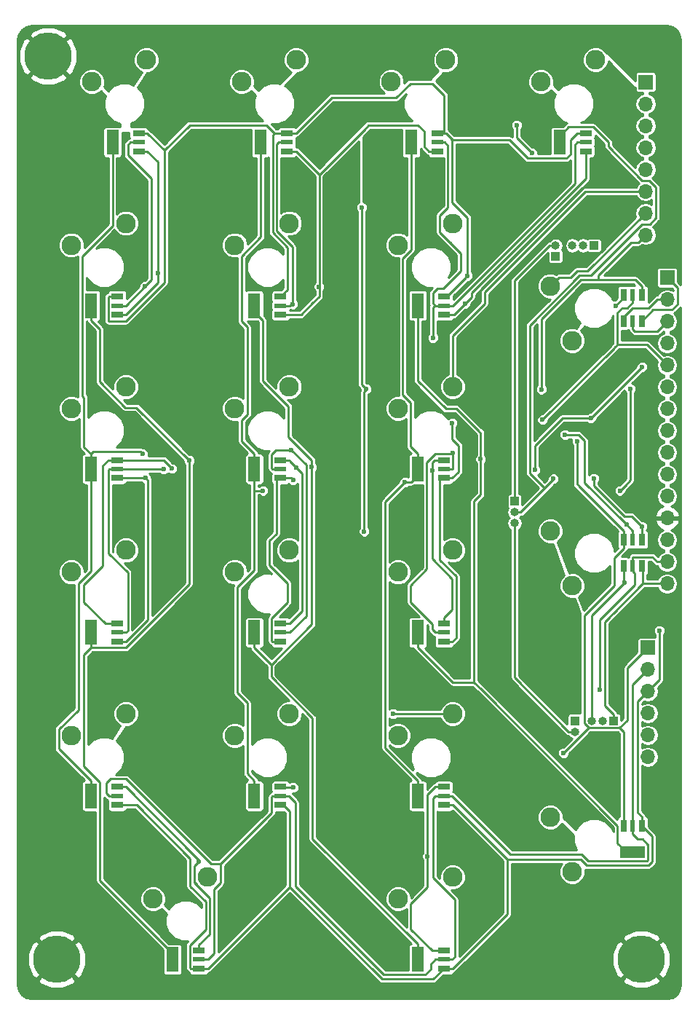
<source format=gtl>
G04 #@! TF.FileFunction,Copper,L1,Top,Signal*
%FSLAX46Y46*%
G04 Gerber Fmt 4.6, Leading zero omitted, Abs format (unit mm)*
G04 Created by KiCad (PCBNEW 4.0.5) date Sun Feb 26 02:23:34 2017*
%MOMM*%
%LPD*%
G01*
G04 APERTURE LIST*
%ADD10C,0.100000*%
%ADD11C,5.500000*%
%ADD12C,1.270000*%
%ADD13R,1.700000X1.700000*%
%ADD14O,1.700000X1.700000*%
%ADD15R,1.000000X1.000000*%
%ADD16O,1.000000X1.000000*%
%ADD17C,2.286000*%
%ADD18R,1.450000X0.600000*%
%ADD19R,1.450000X2.900000*%
%ADD20R,1.450000X0.800000*%
%ADD21R,0.600000X1.450000*%
%ADD22R,2.900000X1.450000*%
%ADD23R,0.800000X1.450000*%
%ADD24C,0.600000*%
%ADD25C,0.250000*%
%ADD26C,0.254000*%
G04 APERTURE END LIST*
D10*
D11*
X63500000Y-45500000D03*
D12*
X115500000Y-102750000D03*
X105500000Y-99250000D03*
X97000000Y-99250000D03*
X85250000Y-98750000D03*
D13*
X133000000Y-48500000D03*
D14*
X133000000Y-51040000D03*
X133000000Y-53580000D03*
X133000000Y-56120000D03*
X133000000Y-58660000D03*
X133000000Y-61200000D03*
X133000000Y-63740000D03*
X133000000Y-66280000D03*
D13*
X133250000Y-114250000D03*
D14*
X133250000Y-116790000D03*
X133250000Y-119330000D03*
X133250000Y-121870000D03*
X133250000Y-124410000D03*
X133250000Y-126950000D03*
D15*
X124750000Y-122750000D03*
D16*
X124750000Y-124020000D03*
D15*
X129250000Y-122750000D03*
D16*
X127980000Y-122750000D03*
X126710000Y-122750000D03*
D15*
X117750000Y-97250000D03*
D16*
X117750000Y-98520000D03*
X117750000Y-99790000D03*
D15*
X127000000Y-67500000D03*
D16*
X125730000Y-67500000D03*
X124460000Y-67500000D03*
D13*
X135500000Y-71250000D03*
D14*
X135500000Y-73790000D03*
X135500000Y-76330000D03*
X135500000Y-78870000D03*
X135500000Y-81410000D03*
X135500000Y-83950000D03*
X135500000Y-86490000D03*
X135500000Y-89030000D03*
X135500000Y-91570000D03*
X135500000Y-94110000D03*
X135500000Y-96650000D03*
X135500000Y-99190000D03*
X135500000Y-101730000D03*
X135500000Y-104270000D03*
X135500000Y-106810000D03*
D15*
X122500000Y-68770000D03*
D16*
X122500000Y-67500000D03*
D12*
X72750000Y-98750000D03*
X123000000Y-60000000D03*
X115400000Y-143750000D03*
X89800000Y-141350000D03*
X77500000Y-98750000D03*
X93500000Y-70500000D03*
X95000000Y-57250000D03*
X91500000Y-99250000D03*
D17*
X72540000Y-64920000D03*
X66190000Y-67460000D03*
X91540000Y-102920000D03*
X85190000Y-105460000D03*
X110540000Y-140920000D03*
X104190000Y-143460000D03*
X110540000Y-102920000D03*
X104190000Y-105460000D03*
X91540000Y-83920000D03*
X85190000Y-86460000D03*
X110540000Y-64920000D03*
X104190000Y-67460000D03*
X91540000Y-64920000D03*
X85190000Y-67460000D03*
X72540000Y-83920000D03*
X66190000Y-86460000D03*
X110540000Y-83920000D03*
X104190000Y-86460000D03*
X72540000Y-102920000D03*
X66190000Y-105460000D03*
X72540000Y-121920000D03*
X66190000Y-124460000D03*
X91540000Y-121920000D03*
X85190000Y-124460000D03*
X110540000Y-121920000D03*
X104190000Y-124460000D03*
X82040000Y-140920000D03*
X75690000Y-143460000D03*
X127165000Y-45920000D03*
X120815000Y-48460000D03*
X109748000Y-45920000D03*
X103398000Y-48460000D03*
X92331700Y-45920000D03*
X85981700Y-48460000D03*
X74915000Y-45920000D03*
X68565000Y-48460000D03*
X121920000Y-133960000D03*
X124460000Y-140310000D03*
X121920000Y-72210000D03*
X124460000Y-78560000D03*
D11*
X132500000Y-150500000D03*
X64500000Y-150500000D03*
D17*
X121920000Y-100710000D03*
X124460000Y-107060000D03*
D18*
X91275000Y-55500000D03*
D19*
X88225000Y-55500000D03*
D20*
X91275000Y-56550000D03*
X91275000Y-54450000D03*
D18*
X126025000Y-55500000D03*
D19*
X122975000Y-55500000D03*
D20*
X126025000Y-56550000D03*
X126025000Y-54450000D03*
D18*
X71525000Y-74500000D03*
D19*
X68475000Y-74500000D03*
D20*
X71525000Y-75550000D03*
X71525000Y-73450000D03*
D18*
X90525000Y-74500000D03*
D19*
X87475000Y-74500000D03*
D20*
X90525000Y-75550000D03*
X90525000Y-73450000D03*
D18*
X109525000Y-74500000D03*
D19*
X106475000Y-74500000D03*
D20*
X109525000Y-75550000D03*
X109525000Y-73450000D03*
D18*
X71525000Y-93500000D03*
D19*
X68475000Y-93500000D03*
D20*
X71525000Y-94550000D03*
X71525000Y-92450000D03*
D18*
X90525000Y-93500000D03*
D19*
X87475000Y-93500000D03*
D20*
X90525000Y-94550000D03*
X90525000Y-92450000D03*
D18*
X109525000Y-93500000D03*
D19*
X106475000Y-93500000D03*
D20*
X109525000Y-94550000D03*
X109525000Y-92450000D03*
D18*
X71525000Y-112500000D03*
D19*
X68475000Y-112500000D03*
D20*
X71525000Y-113550000D03*
X71525000Y-111450000D03*
D18*
X90525000Y-112500000D03*
D19*
X87475000Y-112500000D03*
D20*
X90525000Y-113550000D03*
X90525000Y-111450000D03*
D18*
X109525000Y-112500000D03*
D19*
X106475000Y-112500000D03*
D20*
X109525000Y-113550000D03*
X109525000Y-111450000D03*
D18*
X71525000Y-131500000D03*
D19*
X68475000Y-131500000D03*
D20*
X71525000Y-132550000D03*
X71525000Y-130450000D03*
D18*
X90525000Y-131500000D03*
D19*
X87475000Y-131500000D03*
D20*
X90525000Y-132550000D03*
X90525000Y-130450000D03*
D18*
X109525000Y-131500000D03*
D19*
X106475000Y-131500000D03*
D20*
X109525000Y-132550000D03*
X109525000Y-130450000D03*
D18*
X81025000Y-150500000D03*
D19*
X77975000Y-150500000D03*
D20*
X81025000Y-151550000D03*
X81025000Y-149450000D03*
D18*
X109525000Y-150500000D03*
D19*
X106475000Y-150500000D03*
D20*
X109525000Y-151550000D03*
X109525000Y-149450000D03*
D21*
X131500000Y-134975000D03*
D22*
X131500000Y-138025000D03*
D23*
X132550000Y-134975000D03*
X130450000Y-134975000D03*
D18*
X74025000Y-55500000D03*
D19*
X70975000Y-55500000D03*
D20*
X74025000Y-56550000D03*
X74025000Y-54450000D03*
D18*
X108775000Y-55500000D03*
D19*
X105725000Y-55500000D03*
D20*
X108775000Y-56550000D03*
X108775000Y-54450000D03*
D21*
X131500000Y-73225000D03*
X131500000Y-76275000D03*
D23*
X132550000Y-76275000D03*
X130450000Y-76275000D03*
X132550000Y-73225000D03*
X130450000Y-73225000D03*
D21*
X131500000Y-101725000D03*
X131500000Y-104775000D03*
D23*
X132550000Y-104775000D03*
X130450000Y-104775000D03*
X132550000Y-101725000D03*
X130450000Y-101725000D03*
D24*
X103611100Y-121951200D03*
X108250000Y-78244000D03*
X74750000Y-72250000D03*
X91908100Y-74344400D03*
X91750000Y-91250000D03*
X110546400Y-91613700D03*
X120992900Y-87766700D03*
X76933300Y-93535100D03*
X123600000Y-89500000D03*
X130750000Y-99924700D03*
X95000000Y-72318901D03*
X112000000Y-74250000D03*
X76250000Y-70750000D03*
X112270000Y-71020000D03*
X110500000Y-88147446D03*
X92000000Y-94750000D03*
X74803900Y-94527800D03*
X120876600Y-84230200D03*
X132600000Y-81612000D03*
X120150367Y-93600310D03*
X129500000Y-74500000D03*
X77901512Y-93450787D03*
X108172700Y-93680300D03*
X126612500Y-87599500D03*
X92384000Y-93365400D03*
X126975000Y-94570700D03*
X134580000Y-112250000D03*
X132550000Y-100145700D03*
X107624990Y-138532950D03*
X125000000Y-90250000D03*
X92000000Y-130500000D03*
X123440100Y-126500000D03*
X81041100Y-139094300D03*
X74500000Y-91750000D03*
X88461900Y-95992000D03*
X105000000Y-95000000D03*
X122278543Y-94626691D03*
X79903500Y-92496800D03*
X94170000Y-93250000D03*
X113807775Y-92350290D03*
X100250000Y-100750000D03*
X100485600Y-84185400D03*
X99950500Y-63072400D03*
X131200000Y-84150000D03*
X130000000Y-96000000D03*
X118000000Y-53500000D03*
X119750000Y-56750000D03*
X127622700Y-119138000D03*
X130500000Y-106730000D03*
D25*
X122880000Y-71250000D02*
X121920000Y-72210000D01*
X126240000Y-70500000D02*
X125000000Y-70500000D01*
X122880000Y-71250000D02*
X124250000Y-71250000D01*
X124250000Y-71250000D02*
X125000000Y-70500000D01*
X133000000Y-63740000D02*
X126240000Y-70500000D01*
X110540000Y-83920000D02*
X110540000Y-77972400D01*
X110540000Y-77972400D02*
X114250000Y-74262400D01*
X114250000Y-74262400D02*
X114250000Y-72950000D01*
X114250000Y-72950000D02*
X126000000Y-61200000D01*
X126000000Y-61200000D02*
X133000000Y-61200000D01*
X103642300Y-121920000D02*
X103611100Y-121951200D01*
X110540000Y-121920000D02*
X103642300Y-121920000D01*
X111500000Y-70500000D02*
X109469800Y-72530200D01*
X109469800Y-72530200D02*
X108750000Y-72530200D01*
X111500000Y-69780200D02*
X111500000Y-70500000D01*
X111500000Y-69780200D02*
X111500000Y-68405400D01*
X111500000Y-68405400D02*
X109055900Y-65961300D01*
X108775000Y-55500000D02*
X109613589Y-55500000D01*
X109613589Y-55500000D02*
X110000000Y-55886410D01*
X110000000Y-55886410D02*
X110000000Y-63055900D01*
X110000000Y-63055900D02*
X109055900Y-64000000D01*
X109055900Y-64000000D02*
X109055900Y-65961300D01*
X109055900Y-65961300D02*
X110372300Y-67277700D01*
X110575300Y-74500000D02*
X124750000Y-60325300D01*
X126025000Y-55500000D02*
X125050000Y-55500000D01*
X125050000Y-55500000D02*
X124750000Y-55800000D01*
X124750000Y-55800000D02*
X124750000Y-60325300D01*
X109525000Y-74500000D02*
X110575300Y-74500000D01*
X73050000Y-55500000D02*
X72750000Y-55800000D01*
X75500000Y-59750000D02*
X72750000Y-57000000D01*
X72750000Y-55800000D02*
X72750000Y-57000000D01*
X75500000Y-61000000D02*
X75500000Y-71500000D01*
X75500000Y-60500000D02*
X75500000Y-61000000D01*
X75500000Y-61000000D02*
X75500000Y-59750000D01*
X75500000Y-71500000D02*
X74750000Y-72250000D01*
X108243000Y-75251000D02*
X108243000Y-78237000D01*
X108243000Y-78237000D02*
X108250000Y-78244000D01*
X108474700Y-72805500D02*
X108750000Y-72530200D01*
X108250000Y-74200000D02*
X108250000Y-73030200D01*
X108250000Y-73030200D02*
X108750000Y-72530200D01*
X109525000Y-74500000D02*
X108550000Y-74500000D01*
X108550000Y-74500000D02*
X108250000Y-74200000D01*
X90300000Y-55500000D02*
X91275000Y-55500000D01*
X90060500Y-55739500D02*
X90300000Y-55500000D01*
X90060500Y-65813990D02*
X90060500Y-55739500D01*
X91908100Y-67661590D02*
X90060500Y-65813990D01*
X91908100Y-74344400D02*
X91908100Y-67661590D01*
X74025000Y-55500000D02*
X73050000Y-55500000D01*
X71525000Y-74500000D02*
X72500000Y-74500000D01*
X72500000Y-74500000D02*
X74750000Y-72250000D01*
X71525000Y-74500000D02*
X72575300Y-74500000D01*
X108243000Y-74731700D02*
X108474700Y-74500000D01*
X108243000Y-75251000D02*
X108243000Y-74731700D01*
X90525000Y-74500000D02*
X91575300Y-74500000D01*
X91730900Y-74344400D02*
X91908100Y-74344400D01*
X91575300Y-74500000D02*
X91730900Y-74344400D01*
X108999900Y-74500000D02*
X108474700Y-74500000D01*
X108999900Y-74500000D02*
X109525000Y-74500000D01*
X71525000Y-93500000D02*
X70550000Y-93500000D01*
X72750000Y-105550000D02*
X72750000Y-112250000D01*
X70550000Y-93500000D02*
X70474999Y-93575001D01*
X70474999Y-93575001D02*
X70474999Y-103274999D01*
X70474999Y-103274999D02*
X72750000Y-105550000D01*
X72750000Y-112250000D02*
X72500000Y-112500000D01*
X72500000Y-112500000D02*
X71525000Y-112500000D01*
X129708800Y-79050800D02*
X133140800Y-79050800D01*
X133140800Y-79050800D02*
X135500000Y-81410000D01*
X129708800Y-78750000D02*
X129708800Y-75306198D01*
X129708800Y-78750000D02*
X129708800Y-79050800D01*
X129474400Y-79285200D02*
X129250000Y-79509600D01*
X129250000Y-79509600D02*
X120992900Y-87766700D01*
X129708800Y-79050800D02*
X129250000Y-79509600D01*
X90525000Y-93500000D02*
X89550000Y-93500000D01*
X89550000Y-93500000D02*
X89474999Y-93424999D01*
X89474999Y-93424999D02*
X89474999Y-91789999D01*
X89474999Y-91789999D02*
X90014998Y-91250000D01*
X90014998Y-91250000D02*
X91325736Y-91250000D01*
X91325736Y-91250000D02*
X91750000Y-91250000D01*
X71525000Y-93500000D02*
X76898200Y-93500000D01*
X76898200Y-93500000D02*
X76933300Y-93535100D01*
X109525000Y-112500000D02*
X108550000Y-112500000D01*
X108550000Y-112500000D02*
X108196200Y-112146200D01*
X108196200Y-112146200D02*
X108196200Y-111500000D01*
X108196200Y-111500000D02*
X105675700Y-108979500D01*
X105675700Y-108979500D02*
X105675700Y-107000000D01*
X105675700Y-107000000D02*
X107547400Y-105128300D01*
X107547400Y-105128300D02*
X107547400Y-92736700D01*
X107547400Y-92736700D02*
X108559500Y-91724600D01*
X108559500Y-91724600D02*
X110546400Y-91724600D01*
X130852490Y-74750000D02*
X131500000Y-74102490D01*
X129708800Y-75306198D02*
X130264998Y-74750000D01*
X130264998Y-74750000D02*
X130852490Y-74750000D01*
X131500000Y-74102490D02*
X131500000Y-73225000D01*
X93521300Y-94000000D02*
X93521300Y-110554000D01*
X93521300Y-93594100D02*
X93521300Y-94000000D01*
X93521300Y-94000000D02*
X93521300Y-93021300D01*
X93521300Y-93021300D02*
X91750000Y-91250000D01*
X109525000Y-93500000D02*
X110575300Y-93500000D01*
X110546400Y-91613700D02*
X110546400Y-91724600D01*
X110575300Y-91753500D02*
X110575300Y-93500000D01*
X110546400Y-91724600D02*
X110575300Y-91753500D01*
X90525000Y-112500000D02*
X91575300Y-112500000D01*
X93521300Y-110554000D02*
X91575300Y-112500000D01*
X82750000Y-142382642D02*
X82750000Y-149825300D01*
X82750000Y-149825300D02*
X82075300Y-150500000D01*
X83533100Y-139416898D02*
X83533100Y-141599542D01*
X83533100Y-141599542D02*
X82750000Y-142382642D01*
X125175002Y-89500000D02*
X123600000Y-89500000D01*
X109525000Y-131500000D02*
X108550000Y-131500000D01*
X108550000Y-131500000D02*
X108250000Y-131800000D01*
X108250000Y-131800000D02*
X108250000Y-141000000D01*
X108250000Y-141000000D02*
X110800000Y-143550000D01*
X110800000Y-143550000D02*
X110800000Y-150200000D01*
X110800000Y-150200000D02*
X110500000Y-150500000D01*
X110500000Y-150500000D02*
X109525000Y-150500000D01*
X83533100Y-139416898D02*
X89474999Y-133474999D01*
X89474999Y-133474999D02*
X89474999Y-131575001D01*
X89474999Y-131575001D02*
X89550000Y-131500000D01*
X89550000Y-131500000D02*
X90525000Y-131500000D01*
X90525000Y-131500000D02*
X91500000Y-131500000D01*
X91500000Y-131500000D02*
X92250000Y-132250000D01*
X92250000Y-132250000D02*
X92250000Y-142000000D01*
X92250000Y-142000000D02*
X102525300Y-152275300D01*
X102525300Y-152275300D02*
X107374400Y-152275300D01*
X107374400Y-152275300D02*
X108000000Y-151649700D01*
X108000000Y-151649700D02*
X108000000Y-151050000D01*
X108000000Y-151050000D02*
X108550000Y-150500000D01*
X108550000Y-150500000D02*
X109525000Y-150500000D01*
X83000000Y-139416898D02*
X83533100Y-139416898D01*
X82659398Y-139416898D02*
X83000000Y-139416898D01*
X70750000Y-129514998D02*
X72500000Y-129514998D01*
X83000000Y-139416898D02*
X82401900Y-139416898D01*
X82401900Y-139416898D02*
X72500000Y-129514998D01*
X70250000Y-131200000D02*
X70250000Y-130250000D01*
X70250000Y-130250000D02*
X70250000Y-130014998D01*
X70250000Y-130014998D02*
X70750000Y-129514998D01*
X71525000Y-131500000D02*
X70550000Y-131500000D01*
X70550000Y-131500000D02*
X70250000Y-131200000D01*
X126295400Y-139075400D02*
X125500000Y-138280000D01*
X109525000Y-131500000D02*
X110500000Y-131500000D01*
X110500000Y-131500000D02*
X117280000Y-138280000D01*
X117280000Y-138280000D02*
X125500000Y-138280000D01*
X132050000Y-136500000D02*
X132613100Y-136500000D01*
X132613100Y-136500000D02*
X133275400Y-137162300D01*
X131500000Y-134975000D02*
X131500000Y-135950000D01*
X131500000Y-135950000D02*
X132050000Y-136500000D01*
X130450001Y-99624701D02*
X130750000Y-99924700D01*
X125892700Y-90217698D02*
X125892700Y-95067400D01*
X125175002Y-89500000D02*
X125892700Y-90217698D01*
X125892700Y-95067400D02*
X130450001Y-99624701D01*
X131500000Y-100674700D02*
X130750000Y-99924700D01*
X131500000Y-134975000D02*
X131500000Y-118540000D01*
X131500000Y-118540000D02*
X133250000Y-116790000D01*
X131500000Y-101884300D02*
X131500000Y-101725000D01*
X131500000Y-101725000D02*
X131500000Y-100674700D01*
X81025000Y-150500000D02*
X82075300Y-150500000D01*
X133148300Y-139075400D02*
X126295400Y-139075400D01*
X133275400Y-138948300D02*
X133148300Y-139075400D01*
X133275400Y-137162300D02*
X133275400Y-138948300D01*
X112000000Y-74250000D02*
X112750000Y-73500000D01*
X112750000Y-73500000D02*
X112750000Y-73025000D01*
X112750000Y-73025000D02*
X126025000Y-59750000D01*
X126025000Y-59750000D02*
X126025000Y-56550000D01*
X95022400Y-72250000D02*
X95022400Y-73438100D01*
X95022400Y-71250000D02*
X95022400Y-72250000D01*
X95022400Y-72250000D02*
X95022400Y-72296501D01*
X95022400Y-72296501D02*
X95000000Y-72318901D01*
X95022400Y-71250000D02*
X95022400Y-71774600D01*
X95022400Y-59247100D02*
X95022400Y-71250000D01*
X92910500Y-75550000D02*
X94250000Y-74210500D01*
X94250000Y-74210500D02*
X94547000Y-73913500D01*
X95022400Y-73438100D02*
X94250000Y-74210500D01*
X108775000Y-56550000D02*
X107800000Y-56550000D01*
X107250000Y-56000000D02*
X107250000Y-54250000D01*
X107250000Y-54250000D02*
X106500000Y-53500000D01*
X106500000Y-53500000D02*
X100769500Y-53500000D01*
X107800000Y-56550000D02*
X107250000Y-56000000D01*
X100769500Y-53500000D02*
X100269500Y-54000000D01*
X100269500Y-54000000D02*
X95022400Y-59247100D01*
X112000000Y-74250000D02*
X110700000Y-75550000D01*
X110700000Y-75550000D02*
X109525000Y-75550000D01*
X76250000Y-70750000D02*
X76250000Y-71800000D01*
X76250000Y-71800000D02*
X72500000Y-75550000D01*
X72500000Y-75550000D02*
X71525000Y-75550000D01*
X76250000Y-70750000D02*
X76250000Y-71689000D01*
X76250000Y-57800000D02*
X76250000Y-70750000D01*
X74025000Y-56550000D02*
X75000000Y-56550000D01*
X75000000Y-56550000D02*
X76250000Y-57800000D01*
X71525000Y-75550000D02*
X72575300Y-75550000D01*
X90525000Y-75550000D02*
X92910500Y-75550000D01*
X91275000Y-56550000D02*
X92325300Y-56550000D01*
X95022400Y-59247100D02*
X92325300Y-56550000D01*
X109525000Y-75550000D02*
X110575300Y-75550000D01*
X77000000Y-56450000D02*
X79950000Y-53500000D01*
X79950000Y-53500000D02*
X88861200Y-53500000D01*
X74025000Y-54450000D02*
X75000000Y-54450000D01*
X75000000Y-54450000D02*
X77000000Y-56450000D01*
X77000000Y-56450000D02*
X77000000Y-71824200D01*
X110550000Y-55250000D02*
X109750000Y-54450000D01*
X110550000Y-55250000D02*
X117124999Y-55250000D01*
X117124999Y-55250000D02*
X119250000Y-57375001D01*
X112270000Y-64250000D02*
X112270000Y-71020000D01*
X110500000Y-55200000D02*
X110500000Y-62480000D01*
X110500000Y-62480000D02*
X112270000Y-64250000D01*
X109750000Y-54450000D02*
X110500000Y-55200000D01*
X118844999Y-56970000D02*
X119250000Y-57375001D01*
X119250000Y-57375001D02*
X123768899Y-57375001D01*
X123768899Y-57375001D02*
X124250000Y-56893900D01*
X124250000Y-56893900D02*
X124250000Y-55250000D01*
X124250000Y-55250000D02*
X125050000Y-54450000D01*
X125050000Y-54450000D02*
X126025000Y-54450000D01*
X109750000Y-54450000D02*
X108775000Y-54450000D01*
X109825001Y-54525001D02*
X109750000Y-54450000D01*
X89811200Y-54450000D02*
X88861200Y-53500000D01*
X71525000Y-73450000D02*
X70550000Y-73450000D01*
X70550000Y-73450000D02*
X70474999Y-73525001D01*
X70474999Y-73525001D02*
X70474999Y-76210001D01*
X70474999Y-76210001D02*
X70539999Y-76275001D01*
X70539999Y-76275001D02*
X72549199Y-76275001D01*
X72549199Y-76275001D02*
X77000000Y-71824200D01*
X89610100Y-54651100D02*
X89811200Y-54450000D01*
X90525000Y-73450000D02*
X91341100Y-72633900D01*
X91341100Y-72633900D02*
X91341100Y-67731000D01*
X91341100Y-67731000D02*
X89610100Y-66000000D01*
X89610100Y-66000000D02*
X89610100Y-54651100D01*
X109525000Y-73450000D02*
X109850000Y-73450000D01*
X109850000Y-73450000D02*
X112043200Y-71256800D01*
X108775000Y-54450000D02*
X109300200Y-54450000D01*
X89811200Y-54450000D02*
X90224700Y-54450000D01*
X90749900Y-54450000D02*
X90224700Y-54450000D01*
X90749900Y-54450000D02*
X91275000Y-54450000D01*
X109573000Y-50080800D02*
X109573000Y-54450000D01*
X108155300Y-48663100D02*
X109573000Y-50080800D01*
X105601800Y-48663100D02*
X108155300Y-48663100D01*
X103982400Y-50282500D02*
X105601800Y-48663100D01*
X96492800Y-50282500D02*
X103982400Y-50282500D01*
X92325300Y-54450000D02*
X96492800Y-50282500D01*
X109573000Y-54450000D02*
X109300200Y-54450000D01*
X91275000Y-54450000D02*
X92325300Y-54450000D01*
X127750000Y-70706200D02*
X127500000Y-70956200D01*
X131800000Y-71500000D02*
X127500000Y-71500000D01*
X127500000Y-71500000D02*
X125439053Y-71500000D01*
X127500000Y-70956200D02*
X127500000Y-71500000D01*
X125439053Y-71500000D02*
X124939053Y-72000000D01*
X132550000Y-72250000D02*
X131800000Y-71500000D01*
X120876600Y-76062453D02*
X120876600Y-77750000D01*
X120876600Y-77579600D02*
X120876600Y-77750000D01*
X120876600Y-77750000D02*
X120876600Y-84230200D01*
X124939053Y-72000000D02*
X120876600Y-76062453D01*
X132550000Y-73225000D02*
X132550000Y-72250000D01*
X132550000Y-72250000D02*
X132300000Y-72000000D01*
X131326201Y-67129999D02*
X127750000Y-70706200D01*
X133000000Y-66280000D02*
X132150001Y-67129999D01*
X132150001Y-67129999D02*
X131326201Y-67129999D01*
X90525000Y-113550000D02*
X89550000Y-113550000D01*
X90061700Y-94755400D02*
X90267100Y-94550000D01*
X89550000Y-113550000D02*
X89474700Y-113474700D01*
X89474700Y-113474700D02*
X89474700Y-110860400D01*
X89474700Y-110860400D02*
X91326700Y-109008400D01*
X89250000Y-101811700D02*
X90061700Y-101000000D01*
X91326700Y-109008400D02*
X91326700Y-106750000D01*
X91326700Y-106750000D02*
X89250000Y-104673300D01*
X89250000Y-104673300D02*
X89250000Y-101811700D01*
X90061700Y-101000000D02*
X90061700Y-94755400D01*
X90267100Y-94550000D02*
X90525000Y-94550000D01*
X109070700Y-95500000D02*
X109070700Y-94679300D01*
X109070700Y-94679300D02*
X109250000Y-94500000D01*
X109250000Y-94500000D02*
X109525000Y-94550000D01*
X109525000Y-113550000D02*
X110500000Y-113550000D01*
X110500000Y-113550000D02*
X110950011Y-113099989D01*
X110950011Y-113099989D02*
X110950011Y-105964711D01*
X110950011Y-105964711D02*
X109070700Y-104085400D01*
X109070700Y-104085400D02*
X109070700Y-95500000D01*
X109525000Y-94616400D02*
X109525000Y-94550000D01*
X111250000Y-90750000D02*
X110500000Y-90000000D01*
X110500000Y-90000000D02*
X110500000Y-88147446D01*
X111250000Y-93800000D02*
X111250000Y-91000000D01*
X111250000Y-91000000D02*
X111250000Y-90750000D01*
X92000000Y-94750000D02*
X91750000Y-94500000D01*
X91750000Y-94500000D02*
X90575000Y-94500000D01*
X90575000Y-94500000D02*
X90525000Y-94550000D01*
X109525000Y-94550000D02*
X110500000Y-94550000D01*
X110500000Y-94550000D02*
X111250000Y-93800000D01*
X74803900Y-94527800D02*
X75103899Y-94827799D01*
X75103899Y-94827799D02*
X75103899Y-111021401D01*
X75103899Y-111021401D02*
X72575300Y-113550000D01*
X72575300Y-113550000D02*
X71525000Y-113550000D01*
X74803900Y-94527800D02*
X71547200Y-94527800D01*
X71547200Y-94527800D02*
X71525000Y-94550000D01*
X71525000Y-94550000D02*
X72575300Y-94550000D01*
X109525000Y-111450000D02*
X109525000Y-110800000D01*
X109525000Y-110800000D02*
X110500000Y-109825000D01*
X110500000Y-109825000D02*
X110500000Y-106259100D01*
X126612500Y-87599500D02*
X123300867Y-87599500D01*
X123300867Y-87599500D02*
X120150367Y-90750000D01*
X120150367Y-90750000D02*
X120150367Y-93176046D01*
X120150367Y-93176046D02*
X120150367Y-93600310D01*
X126612500Y-87599500D02*
X132600000Y-81612000D01*
X108172700Y-92752000D02*
X108474700Y-92450000D01*
X108474700Y-92450000D02*
X109525000Y-92450000D01*
X110500000Y-106259100D02*
X108172700Y-103931800D01*
X108172700Y-103931800D02*
X108172700Y-92752000D01*
X129500000Y-74500000D02*
X130450000Y-73550000D01*
X130450000Y-73550000D02*
X130450000Y-73225000D01*
X77601513Y-93150788D02*
X77901512Y-93450787D01*
X76900725Y-92450000D02*
X77601513Y-93150788D01*
X71525000Y-92450000D02*
X76900725Y-92450000D01*
X131532000Y-82680000D02*
X126612500Y-87599500D01*
X90525000Y-92450000D02*
X91575300Y-92450000D01*
X93025900Y-109999400D02*
X91575300Y-111450000D01*
X93025900Y-94007300D02*
X93025900Y-109999400D01*
X92384000Y-93365400D02*
X93025900Y-94007300D01*
X91575300Y-92556700D02*
X91575300Y-92450000D01*
X92384000Y-93365400D02*
X91575300Y-92556700D01*
X90525000Y-111450000D02*
X91575300Y-111450000D01*
X70147700Y-111450000D02*
X71525000Y-111450000D01*
X67655300Y-108957600D02*
X70147700Y-111450000D01*
X67655300Y-106953800D02*
X67655300Y-108957600D01*
X69846400Y-104762700D02*
X67655300Y-106953800D01*
X69846400Y-93078300D02*
X69846400Y-104762700D01*
X70474700Y-92450000D02*
X69846400Y-93078300D01*
X71525000Y-92450000D02*
X70474700Y-92450000D01*
X81025000Y-151550000D02*
X80050000Y-151550000D01*
X80050000Y-151550000D02*
X79974999Y-151474999D01*
X79974999Y-148843902D02*
X81818901Y-147000000D01*
X79974999Y-151474999D02*
X79974999Y-148843902D01*
X81818901Y-147000000D02*
X81818901Y-143818901D01*
X81818901Y-143818901D02*
X80000000Y-142000000D01*
X80000000Y-142000000D02*
X80000000Y-138750000D01*
X80000000Y-138750000D02*
X73800000Y-132550000D01*
X73800000Y-132550000D02*
X71525000Y-132550000D01*
X91575300Y-134000000D02*
X91575300Y-142050000D01*
X91575300Y-133275300D02*
X91575300Y-134000000D01*
X90525000Y-132550000D02*
X90850000Y-132550000D01*
X90850000Y-132550000D02*
X91575300Y-133275300D01*
X132550000Y-100145700D02*
X131404300Y-99000000D01*
X126975000Y-95475000D02*
X126975000Y-94570700D01*
X131404300Y-99000000D02*
X130500000Y-99000000D01*
X130500000Y-99000000D02*
X126975000Y-95475000D01*
X126975000Y-94570700D02*
X126975000Y-94994964D01*
X134580000Y-118000000D02*
X134580000Y-112250000D01*
X133250000Y-119330000D02*
X132037900Y-120542100D01*
X132037900Y-120542100D02*
X132037900Y-133412600D01*
X132037900Y-133412600D02*
X132550000Y-133924700D01*
X132550000Y-133924700D02*
X132550000Y-134975000D01*
X133250000Y-119330000D02*
X134580000Y-118000000D01*
X81550200Y-151550000D02*
X82075300Y-151550000D01*
X91575300Y-142050000D02*
X82075300Y-151550000D01*
X132550000Y-101725000D02*
X132550000Y-100145700D01*
X109525000Y-132550000D02*
X110575300Y-132550000D01*
X125424800Y-138841700D02*
X116867000Y-138841700D01*
X126146100Y-139563000D02*
X125424800Y-138841700D01*
X133331600Y-139563000D02*
X126146100Y-139563000D01*
X133727700Y-139166900D02*
X133331600Y-139563000D01*
X133727700Y-136152700D02*
X133727700Y-139166900D01*
X132550000Y-134975000D02*
X133727700Y-136152700D01*
X116867000Y-138841700D02*
X110575300Y-132550000D01*
X108297700Y-152777300D02*
X109525000Y-151550000D01*
X102302600Y-152777300D02*
X108297700Y-152777300D01*
X91575300Y-142050000D02*
X102302600Y-152777300D01*
X116867000Y-145258300D02*
X116867000Y-138841700D01*
X110575300Y-151550000D02*
X116867000Y-145258300D01*
X109525000Y-151550000D02*
X110575300Y-151550000D01*
X81550200Y-151550000D02*
X81025000Y-151550000D01*
X108170000Y-149450000D02*
X105681099Y-146961099D01*
X105681099Y-146961099D02*
X105681099Y-144068901D01*
X125854800Y-110500000D02*
X125854800Y-123084300D01*
X130450000Y-101725000D02*
X130450000Y-102700000D01*
X130450000Y-102700000D02*
X129318901Y-103831099D01*
X129318901Y-103831099D02*
X129318901Y-107035899D01*
X129318901Y-107035899D02*
X125854800Y-110500000D01*
X107624990Y-142125010D02*
X105681099Y-144068901D01*
X109525000Y-149450000D02*
X108170000Y-149450000D01*
X107624990Y-142125010D02*
X107624990Y-138532950D01*
X71525000Y-130450000D02*
X72500000Y-130450000D01*
X72500000Y-130450000D02*
X81041100Y-138991100D01*
X81041100Y-138991100D02*
X81041100Y-139094300D01*
X80500000Y-141552642D02*
X80500000Y-139635400D01*
X80500000Y-139635400D02*
X81041100Y-139094300D01*
X72500000Y-130450000D02*
X80500000Y-138450000D01*
X82268912Y-143321554D02*
X80500000Y-141552642D01*
X82268912Y-147556088D02*
X82268912Y-143321554D01*
X81025000Y-148800000D02*
X82268912Y-147556088D01*
X81025000Y-149450000D02*
X81025000Y-148800000D01*
X82268912Y-143321554D02*
X80571999Y-141624642D01*
X107624990Y-131375010D02*
X107624990Y-138108686D01*
X108550000Y-130450000D02*
X107624990Y-131375010D01*
X109525000Y-130450000D02*
X108550000Y-130450000D01*
X107624990Y-138108686D02*
X107624990Y-138532950D01*
X130450000Y-100674700D02*
X125275300Y-95500000D01*
X125275300Y-95500000D02*
X125242500Y-95467200D01*
X125000000Y-90250000D02*
X125000000Y-95224700D01*
X125000000Y-95224700D02*
X125275300Y-95500000D01*
X92000000Y-130500000D02*
X90575000Y-130500000D01*
X90575000Y-130500000D02*
X90525000Y-130450000D01*
X125854800Y-123084300D02*
X126355300Y-123584800D01*
X129953000Y-123586100D02*
X130874600Y-122664500D01*
X130874600Y-122664500D02*
X130874600Y-116625400D01*
X130874600Y-116625400D02*
X133250000Y-114250000D01*
X124464700Y-125475400D02*
X123440100Y-126500000D01*
X130450000Y-101725000D02*
X130450000Y-100674700D01*
X130450000Y-134975000D02*
X130450000Y-133924700D01*
X130450000Y-124083100D02*
X130450000Y-133924700D01*
X129953000Y-123586100D02*
X130450000Y-124083100D01*
X126356600Y-123586100D02*
X129953000Y-123586100D01*
X126355300Y-123584800D02*
X126356600Y-123586100D01*
X126355300Y-123584800D02*
X124464700Y-125475400D01*
X70975000Y-55500000D02*
X70975000Y-65193100D01*
X70975000Y-65193100D02*
X67424600Y-68743500D01*
X67424600Y-68743500D02*
X67424600Y-84991600D01*
X67424600Y-84991600D02*
X67658500Y-85225500D01*
X67658500Y-85225500D02*
X67658500Y-90916000D01*
X67658500Y-90916000D02*
X68475000Y-91732500D01*
X68475000Y-91732500D02*
X68757499Y-91450001D01*
X69497599Y-91450001D02*
X68757499Y-91450001D01*
X67000000Y-113500000D02*
X67000000Y-106822642D01*
X67000000Y-121477358D02*
X67000000Y-113500000D01*
X67000000Y-113500000D02*
X67000000Y-114500000D01*
X68475000Y-93500000D02*
X68475000Y-104750000D01*
X67000000Y-106822642D02*
X68475000Y-105347642D01*
X68475000Y-105347642D02*
X68475000Y-104750000D01*
X64721999Y-125971699D02*
X64721999Y-123755359D01*
X64721999Y-123755359D02*
X67000000Y-121477358D01*
X64721999Y-125971699D02*
X68475000Y-129724700D01*
X68475000Y-129724700D02*
X68475000Y-131500000D01*
X69497599Y-91450001D02*
X72750000Y-91450001D01*
X72750000Y-91450001D02*
X73200001Y-91450001D01*
X74500000Y-91750000D02*
X74200001Y-91450001D01*
X74200001Y-91450001D02*
X72750000Y-91450001D01*
X68475000Y-93500000D02*
X68475000Y-91732500D01*
X88225000Y-55500000D02*
X88225000Y-66525000D01*
X88225000Y-66525000D02*
X86000000Y-68750000D01*
X86000000Y-68750000D02*
X86000000Y-76341500D01*
X86000000Y-76341500D02*
X86658500Y-77000000D01*
X86658500Y-77000000D02*
X86658500Y-87164142D01*
X86658500Y-87164142D02*
X86000000Y-87822642D01*
X86000000Y-87822642D02*
X86000000Y-90249700D01*
X86000000Y-90249700D02*
X87475000Y-91724700D01*
X87475000Y-91724700D02*
X87475000Y-93500000D01*
X87475000Y-105000000D02*
X87475000Y-95992000D01*
X87475000Y-131500000D02*
X87475000Y-129724700D01*
X87475000Y-129724700D02*
X86658500Y-128908200D01*
X85500000Y-119527000D02*
X85500000Y-107250000D01*
X87475000Y-105275000D02*
X87475000Y-105000000D01*
X86658500Y-128908200D02*
X86658500Y-120685500D01*
X86658500Y-120685500D02*
X85500000Y-119527000D01*
X85500000Y-107250000D02*
X87475000Y-105275000D01*
X87475000Y-95992000D02*
X88461900Y-95992000D01*
X87475000Y-95992000D02*
X87475000Y-93500000D01*
X102689100Y-100250000D02*
X102689100Y-125938800D01*
X102689100Y-99205600D02*
X102689100Y-100250000D01*
X105000000Y-95000000D02*
X105700000Y-95000000D01*
X102689100Y-97310900D02*
X105000000Y-95000000D01*
X102689100Y-100250000D02*
X102689100Y-97310900D01*
X105725000Y-55500000D02*
X105725000Y-68025000D01*
X105725000Y-68025000D02*
X104750000Y-69000000D01*
X104750000Y-69000000D02*
X104750000Y-84841500D01*
X104750000Y-84841500D02*
X105658500Y-85750000D01*
X105658500Y-85750000D02*
X105658500Y-90908200D01*
X105658500Y-90908200D02*
X106475000Y-91724700D01*
X106475000Y-91724700D02*
X106475000Y-93500000D01*
X105700000Y-95000000D02*
X106475000Y-94225000D01*
X106475000Y-94225000D02*
X106475000Y-93500000D01*
X106475000Y-131500000D02*
X106475000Y-129724700D01*
X102689100Y-125938800D02*
X106475000Y-129724700D01*
X122975000Y-55500000D02*
X122975000Y-54775000D01*
X122975000Y-54775000D02*
X124025300Y-53724700D01*
X124025300Y-53724700D02*
X126895300Y-53724700D01*
X126895300Y-53724700D02*
X128658500Y-55487900D01*
X128658500Y-55487900D02*
X128658500Y-56002300D01*
X132603589Y-65010000D02*
X126613589Y-71000000D01*
X128658500Y-56002300D02*
X132586200Y-59930000D01*
X132586200Y-59930000D02*
X133397500Y-59930000D01*
X133397500Y-59930000D02*
X134189400Y-60721900D01*
X126613589Y-71000000D02*
X125302642Y-71000000D01*
X125302642Y-71000000D02*
X119525366Y-76777276D01*
X134189400Y-60721900D02*
X134189400Y-64308700D01*
X134189400Y-64308700D02*
X133488100Y-65010000D01*
X133488100Y-65010000D02*
X132603589Y-65010000D01*
X119525366Y-76777276D02*
X119525366Y-94002472D01*
X119525366Y-94002472D02*
X121250000Y-95727106D01*
X118457106Y-98520000D02*
X121250000Y-95727106D01*
X121250000Y-95727106D02*
X122278543Y-94698563D01*
X122278543Y-94698563D02*
X122278543Y-94626691D01*
X117750000Y-98520000D02*
X118457106Y-98520000D01*
X68475000Y-74500000D02*
X68475000Y-76200000D01*
X69500000Y-83361400D02*
X72481900Y-86343300D01*
X68475000Y-76200000D02*
X69500000Y-77225000D01*
X69500000Y-77225000D02*
X69500000Y-83361400D01*
X72481900Y-86343300D02*
X73750000Y-86343300D01*
X73750000Y-86343300D02*
X79903500Y-92496800D01*
X72516800Y-114275300D02*
X79903500Y-106888600D01*
X79903500Y-106888600D02*
X79903500Y-92496800D01*
X68475000Y-114275300D02*
X67658400Y-115091900D01*
X67658400Y-115091900D02*
X67658400Y-128048300D01*
X67658400Y-128048300D02*
X69525300Y-129915200D01*
X77975000Y-149775000D02*
X77975000Y-150500000D01*
X69525300Y-129915200D02*
X69525300Y-141325300D01*
X69525300Y-141325300D02*
X77975000Y-149775000D01*
X68475000Y-112500000D02*
X68475000Y-114275300D01*
X72516800Y-114275300D02*
X78635400Y-108156700D01*
X68475000Y-114275300D02*
X72516800Y-114275300D01*
X88447358Y-76197358D02*
X87475000Y-75225000D01*
X87475000Y-75225000D02*
X87475000Y-74500000D01*
X91447358Y-86250000D02*
X88447358Y-83250000D01*
X88447358Y-83250000D02*
X88447358Y-76197358D01*
X91447358Y-86250000D02*
X91447358Y-89777358D01*
X89434900Y-116235100D02*
X89434900Y-117642258D01*
X89434900Y-117642258D02*
X94216700Y-122424058D01*
X106475000Y-148724700D02*
X106475000Y-150500000D01*
X94216700Y-122424058D02*
X94216700Y-136466400D01*
X94216700Y-136466400D02*
X106475000Y-148724700D01*
X94170000Y-111500000D02*
X94170000Y-92500000D01*
X91447358Y-89777358D02*
X94170000Y-92500000D01*
X89434900Y-116235100D02*
X94170000Y-111500000D01*
X87475000Y-112500000D02*
X87475000Y-114275300D01*
X89434900Y-116235100D02*
X87475000Y-114275300D01*
X106475000Y-112500000D02*
X106475000Y-114200000D01*
X106475000Y-114200000D02*
X110547800Y-118272800D01*
X110547800Y-118272800D02*
X113022800Y-118272800D01*
X113022800Y-118272800D02*
X113750000Y-119000000D01*
X113807775Y-96465025D02*
X113022800Y-97250000D01*
X113750000Y-119000000D02*
X129724700Y-134974700D01*
X113022800Y-97250000D02*
X113022800Y-118272800D01*
X113807775Y-92350290D02*
X113807775Y-96465025D01*
X113500000Y-89000000D02*
X111500000Y-87000000D01*
X113807775Y-92350290D02*
X113807775Y-89307775D01*
X113807775Y-89307775D02*
X113500000Y-89000000D01*
X111000000Y-86500000D02*
X111500000Y-87000000D01*
X111500000Y-87000000D02*
X112022800Y-87522800D01*
X106475000Y-74500000D02*
X106475000Y-83250000D01*
X109750000Y-86500000D02*
X111000000Y-86500000D01*
X106475000Y-83250000D02*
X106500000Y-83250000D01*
X106500000Y-83250000D02*
X109750000Y-86500000D01*
X129724700Y-134974700D02*
X129724700Y-136974700D01*
X129724700Y-136974700D02*
X130775000Y-138025000D01*
X130775000Y-138025000D02*
X131500000Y-138025000D01*
X100485600Y-84185400D02*
X100485600Y-84264400D01*
X100485600Y-84264400D02*
X100250000Y-84500000D01*
X100250000Y-84500000D02*
X100250000Y-99750000D01*
X100250000Y-99750000D02*
X100250000Y-100750000D01*
X99950500Y-83650300D02*
X100485600Y-84185400D01*
X99950500Y-63072400D02*
X99950500Y-83650300D01*
X131200000Y-84150000D02*
X131200000Y-94800000D01*
X131200000Y-94800000D02*
X130000000Y-96000000D01*
X130750000Y-95250000D02*
X130000000Y-96000000D01*
X118000000Y-55000000D02*
X118000000Y-53500000D01*
X119750000Y-56750000D02*
X118000000Y-55000000D01*
X131750000Y-77500000D02*
X134330000Y-77500000D01*
X134330000Y-77500000D02*
X135500000Y-76330000D01*
X131500000Y-76275000D02*
X131500000Y-77250000D01*
X131500000Y-77250000D02*
X131750000Y-77500000D01*
X132550000Y-76275000D02*
X133859600Y-74965400D01*
X136675001Y-72425001D02*
X135500000Y-71250000D01*
X133859600Y-74965400D02*
X136063602Y-74965400D01*
X136063602Y-74965400D02*
X136675001Y-74354001D01*
X136675001Y-74354001D02*
X136675001Y-72425001D01*
X130450000Y-75788900D02*
X130450000Y-76275000D01*
X131447700Y-74791200D02*
X130450000Y-75788900D01*
X133323500Y-74791200D02*
X131447700Y-74791200D01*
X134324700Y-73790000D02*
X133323500Y-74791200D01*
X135500000Y-73790000D02*
X134324700Y-73790000D01*
X127622700Y-119138000D02*
X127622700Y-111052304D01*
X127622700Y-111052304D02*
X131750000Y-106925004D01*
X131750000Y-106925004D02*
X131750000Y-105574996D01*
X131750000Y-105574996D02*
X131500000Y-105324996D01*
X131500000Y-105324996D02*
X131500000Y-104775000D01*
X133779400Y-103724700D02*
X131500000Y-103724700D01*
X134324700Y-104270000D02*
X133779400Y-103724700D01*
X135500000Y-104270000D02*
X134324700Y-104270000D01*
X131500000Y-104775000D02*
X131500000Y-103724700D01*
X128250000Y-121000000D02*
X128250000Y-111250000D01*
X128250000Y-111250000D02*
X132690000Y-106810000D01*
X129250000Y-122750000D02*
X129250000Y-122000000D01*
X129250000Y-122000000D02*
X128250000Y-121000000D01*
X132550000Y-105300000D02*
X132690000Y-105440000D01*
X132690000Y-105440000D02*
X132690000Y-106810000D01*
X132550000Y-104775000D02*
X132550000Y-105300000D01*
X132690000Y-106810000D02*
X129250000Y-110250000D01*
X133060000Y-106810000D02*
X132690000Y-106810000D01*
X135500000Y-106810000D02*
X133060000Y-106810000D01*
X135500000Y-106810000D02*
X134324700Y-106810000D01*
X134324700Y-106810000D02*
X133534700Y-106810000D01*
X130450000Y-104775000D02*
X130450000Y-106680000D01*
X130450000Y-106680000D02*
X130500000Y-106730000D01*
X126710000Y-122750000D02*
X126710000Y-110520000D01*
X126710000Y-110520000D02*
X130500000Y-106730000D01*
X130450000Y-104775000D02*
X130450000Y-106180000D01*
X130450000Y-104775000D02*
X130450000Y-105620002D01*
X117750000Y-99790000D02*
X117750000Y-117727106D01*
X117750000Y-117727106D02*
X124042894Y-124020000D01*
X124042894Y-124020000D02*
X124750000Y-124020000D01*
X117750000Y-97250000D02*
X117750000Y-71542894D01*
X117750000Y-71542894D02*
X121792894Y-67500000D01*
X121792894Y-67500000D02*
X122500000Y-67500000D01*
X117750000Y-97250000D02*
X117750000Y-96500000D01*
D26*
G36*
X136089007Y-42078016D02*
X136588341Y-42411660D01*
X136921984Y-42910995D01*
X137048000Y-43544518D01*
X137048000Y-72097018D01*
X137029969Y-72070033D01*
X137029966Y-72070031D01*
X136734385Y-71774450D01*
X136734385Y-70400000D01*
X136708097Y-70260292D01*
X136625530Y-70131980D01*
X136499547Y-70045899D01*
X136350000Y-70015615D01*
X134650000Y-70015615D01*
X134510292Y-70041903D01*
X134381980Y-70124470D01*
X134295899Y-70250453D01*
X134265615Y-70400000D01*
X134265615Y-72100000D01*
X134291903Y-72239708D01*
X134374470Y-72368020D01*
X134500453Y-72454101D01*
X134650000Y-72484385D01*
X136024450Y-72484385D01*
X136173001Y-72632936D01*
X136173001Y-72776278D01*
X135993591Y-72656400D01*
X135524038Y-72563000D01*
X135475962Y-72563000D01*
X135006409Y-72656400D01*
X134608342Y-72922380D01*
X134364042Y-73288000D01*
X134324705Y-73288000D01*
X134324700Y-73287999D01*
X134132593Y-73326212D01*
X133969732Y-73435032D01*
X133969730Y-73435035D01*
X133301693Y-74103072D01*
X133304101Y-74099547D01*
X133334385Y-73950000D01*
X133334385Y-72500000D01*
X133308097Y-72360292D01*
X133225530Y-72231980D01*
X133099547Y-72145899D01*
X133028429Y-72131497D01*
X133013788Y-72057892D01*
X132969831Y-71992107D01*
X132904968Y-71895032D01*
X132904965Y-71895030D01*
X132654968Y-71645032D01*
X132654966Y-71645031D01*
X132154968Y-71145032D01*
X131992107Y-71036212D01*
X131800000Y-70997999D01*
X131799995Y-70998000D01*
X128168136Y-70998000D01*
X131534137Y-67631999D01*
X132149996Y-67631999D01*
X132150001Y-67632000D01*
X132342108Y-67593787D01*
X132504969Y-67484967D01*
X132564734Y-67425202D01*
X132975962Y-67507000D01*
X133024038Y-67507000D01*
X133493591Y-67413600D01*
X133891658Y-67147620D01*
X134157638Y-66749553D01*
X134251038Y-66280000D01*
X134157638Y-65810447D01*
X133891658Y-65412380D01*
X133831884Y-65372441D01*
X133843068Y-65364968D01*
X134544368Y-64663668D01*
X134653188Y-64500807D01*
X134691401Y-64308700D01*
X134691400Y-64308695D01*
X134691400Y-60721905D01*
X134691401Y-60721900D01*
X134653188Y-60529793D01*
X134631945Y-60498000D01*
X134544368Y-60366932D01*
X134544365Y-60366930D01*
X133779798Y-59602362D01*
X133891658Y-59527620D01*
X134157638Y-59129553D01*
X134251038Y-58660000D01*
X134157638Y-58190447D01*
X133891658Y-57792380D01*
X133493591Y-57526400D01*
X133377000Y-57503209D01*
X133377000Y-57276791D01*
X133493591Y-57253600D01*
X133891658Y-56987620D01*
X134157638Y-56589553D01*
X134251038Y-56120000D01*
X134157638Y-55650447D01*
X133891658Y-55252380D01*
X133493591Y-54986400D01*
X133377000Y-54963209D01*
X133377000Y-54736791D01*
X133493591Y-54713600D01*
X133891658Y-54447620D01*
X134157638Y-54049553D01*
X134251038Y-53580000D01*
X134157638Y-53110447D01*
X133891658Y-52712380D01*
X133493591Y-52446400D01*
X133377000Y-52423209D01*
X133377000Y-52196791D01*
X133493591Y-52173600D01*
X133891658Y-51907620D01*
X134157638Y-51509553D01*
X134251038Y-51040000D01*
X134157638Y-50570447D01*
X133891658Y-50172380D01*
X133493591Y-49906400D01*
X133377000Y-49883209D01*
X133377000Y-49734385D01*
X133850000Y-49734385D01*
X133989708Y-49708097D01*
X134118020Y-49625530D01*
X134204101Y-49499547D01*
X134234385Y-49350000D01*
X134234385Y-47650000D01*
X134208097Y-47510292D01*
X134125530Y-47381980D01*
X133999547Y-47295899D01*
X133850000Y-47265615D01*
X132150000Y-47265615D01*
X132010292Y-47291903D01*
X131881980Y-47374470D01*
X131795899Y-47500453D01*
X131765615Y-47650000D01*
X131765615Y-48336009D01*
X128589803Y-45160197D01*
X128551022Y-45133700D01*
X128501754Y-45123012D01*
X128481879Y-45126752D01*
X128454345Y-45060114D01*
X128027135Y-44632158D01*
X127468673Y-44400264D01*
X126863980Y-44399736D01*
X126305114Y-44630655D01*
X125877158Y-45057865D01*
X125645264Y-45616327D01*
X125644736Y-46221020D01*
X125875655Y-46779886D01*
X126302865Y-47207842D01*
X126861327Y-47439736D01*
X127466020Y-47440264D01*
X128024886Y-47209345D01*
X128452842Y-46782135D01*
X128684736Y-46223673D01*
X128684831Y-46114437D01*
X131660197Y-49089803D01*
X131698978Y-49116300D01*
X131748246Y-49126988D01*
X131765615Y-49123720D01*
X131765615Y-49350000D01*
X131791903Y-49489708D01*
X131874470Y-49618020D01*
X132000453Y-49704101D01*
X132150000Y-49734385D01*
X132623000Y-49734385D01*
X132623000Y-49883209D01*
X132506409Y-49906400D01*
X132108342Y-50172380D01*
X131842362Y-50570447D01*
X131748962Y-51040000D01*
X131842362Y-51509553D01*
X132108342Y-51907620D01*
X132506409Y-52173600D01*
X132623000Y-52196791D01*
X132623000Y-52423209D01*
X132506409Y-52446400D01*
X132108342Y-52712380D01*
X131842362Y-53110447D01*
X131748962Y-53580000D01*
X131842362Y-54049553D01*
X132108342Y-54447620D01*
X132506409Y-54713600D01*
X132623000Y-54736791D01*
X132623000Y-54963209D01*
X132506409Y-54986400D01*
X132108342Y-55252380D01*
X131842362Y-55650447D01*
X131748962Y-56120000D01*
X131842362Y-56589553D01*
X132108342Y-56987620D01*
X132506409Y-57253600D01*
X132623000Y-57276791D01*
X132623000Y-57503209D01*
X132506409Y-57526400D01*
X132108342Y-57792380D01*
X131842362Y-58190447D01*
X131794948Y-58428813D01*
X129160500Y-55794364D01*
X129160500Y-55487900D01*
X129139915Y-55384410D01*
X129122288Y-55295792D01*
X129078700Y-55230560D01*
X129013468Y-55132932D01*
X129013465Y-55132930D01*
X127250268Y-53369732D01*
X127087407Y-53260912D01*
X126895300Y-53222699D01*
X126895295Y-53222700D01*
X125454198Y-53222700D01*
X125966253Y-53011123D01*
X126633779Y-52344761D01*
X126995488Y-51473670D01*
X126996311Y-50530468D01*
X126636123Y-49658747D01*
X125969761Y-48991221D01*
X125098670Y-48629512D01*
X124155468Y-48628689D01*
X123283747Y-48988877D01*
X122850737Y-49421131D01*
X122293232Y-48863626D01*
X122334736Y-48763673D01*
X122335264Y-48158980D01*
X122104345Y-47600114D01*
X121677135Y-47172158D01*
X121118673Y-46940264D01*
X120513980Y-46939736D01*
X119955114Y-47170655D01*
X119527158Y-47597865D01*
X119295264Y-48156327D01*
X119294736Y-48761020D01*
X119525655Y-49319886D01*
X119952865Y-49747842D01*
X120511327Y-49979736D01*
X121116020Y-49980264D01*
X121674886Y-49749345D01*
X121997594Y-49427200D01*
X122501621Y-49931227D01*
X122254512Y-50526330D01*
X122253689Y-51469532D01*
X122613877Y-52341253D01*
X123280239Y-53008779D01*
X123869872Y-53253616D01*
X123833193Y-53260912D01*
X123670332Y-53369732D01*
X123670330Y-53369735D01*
X123374450Y-53665615D01*
X122250000Y-53665615D01*
X122110292Y-53691903D01*
X121981980Y-53774470D01*
X121895899Y-53900453D01*
X121865615Y-54050000D01*
X121865615Y-56873001D01*
X120426893Y-56873001D01*
X120427117Y-56615927D01*
X120324267Y-56367011D01*
X120133990Y-56176402D01*
X119885254Y-56073118D01*
X119782964Y-56073029D01*
X118502000Y-54792064D01*
X118502000Y-53955463D01*
X118573598Y-53883990D01*
X118676882Y-53635254D01*
X118677117Y-53365927D01*
X118574267Y-53117011D01*
X118383990Y-52926402D01*
X118135254Y-52823118D01*
X117865927Y-52822883D01*
X117617011Y-52925733D01*
X117426402Y-53116010D01*
X117323118Y-53364746D01*
X117322883Y-53634073D01*
X117425733Y-53882989D01*
X117498000Y-53955382D01*
X117498000Y-54913065D01*
X117479967Y-54895032D01*
X117317106Y-54786212D01*
X117124999Y-54747999D01*
X117124994Y-54748000D01*
X110757935Y-54748000D01*
X110104968Y-54095032D01*
X110075000Y-54075008D01*
X110075000Y-50080805D01*
X110075001Y-50080800D01*
X110036788Y-49888693D01*
X109990028Y-49818712D01*
X109927968Y-49725832D01*
X109927965Y-49725830D01*
X108565871Y-48363735D01*
X109489830Y-47439776D01*
X110049020Y-47440264D01*
X110607886Y-47209345D01*
X111035842Y-46782135D01*
X111267736Y-46223673D01*
X111268264Y-45618980D01*
X111037345Y-45060114D01*
X110610135Y-44632158D01*
X110051673Y-44400264D01*
X109446980Y-44399736D01*
X108888114Y-44630655D01*
X108460158Y-45057865D01*
X108228264Y-45616327D01*
X108227736Y-46221020D01*
X108458655Y-46779886D01*
X108874219Y-47196175D01*
X107910197Y-48160197D01*
X107909580Y-48161100D01*
X105601800Y-48161100D01*
X105409693Y-48199312D01*
X105246832Y-48308132D01*
X105246830Y-48308135D01*
X104917847Y-48637118D01*
X104918264Y-48158980D01*
X104687345Y-47600114D01*
X104260135Y-47172158D01*
X103701673Y-46940264D01*
X103096980Y-46939736D01*
X102538114Y-47170655D01*
X102110158Y-47597865D01*
X101878264Y-48156327D01*
X101877736Y-48761020D01*
X102108655Y-49319886D01*
X102535865Y-49747842D01*
X102614514Y-49780500D01*
X96492805Y-49780500D01*
X96492800Y-49780499D01*
X96300693Y-49818712D01*
X96137832Y-49927532D01*
X92278605Y-53786759D01*
X92275530Y-53781980D01*
X92149547Y-53695899D01*
X92000000Y-53665615D01*
X90550000Y-53665615D01*
X90410292Y-53691903D01*
X90281980Y-53774470D01*
X90195899Y-53900453D01*
X90186270Y-53948000D01*
X90019136Y-53948000D01*
X89441732Y-53370596D01*
X90261232Y-53371311D01*
X91132953Y-53011123D01*
X91800479Y-52344761D01*
X92162188Y-51473670D01*
X92163011Y-50530468D01*
X91802823Y-49658747D01*
X91136461Y-48991221D01*
X90996501Y-48933105D01*
X92489467Y-47440139D01*
X92632720Y-47440264D01*
X93191586Y-47209345D01*
X93619542Y-46782135D01*
X93851436Y-46223673D01*
X93851964Y-45618980D01*
X93621045Y-45060114D01*
X93193835Y-44632158D01*
X92635373Y-44400264D01*
X92030680Y-44399736D01*
X91471814Y-44630655D01*
X91043858Y-45057865D01*
X90811964Y-45616327D01*
X90811436Y-46221020D01*
X91042355Y-46779886D01*
X91469565Y-47207842D01*
X91747248Y-47323146D01*
X90389386Y-48681008D01*
X90265370Y-48629512D01*
X89322168Y-48628689D01*
X88450447Y-48988877D01*
X87934015Y-49504409D01*
X87411021Y-48981415D01*
X87501436Y-48763673D01*
X87501964Y-48158980D01*
X87271045Y-47600114D01*
X86843835Y-47172158D01*
X86285373Y-46940264D01*
X85680680Y-46939736D01*
X85121814Y-47170655D01*
X84693858Y-47597865D01*
X84461964Y-48156327D01*
X84461436Y-48761020D01*
X84692355Y-49319886D01*
X85119565Y-49747842D01*
X85678027Y-49979736D01*
X86282720Y-49980264D01*
X86841586Y-49749345D01*
X87080871Y-49510477D01*
X87619410Y-50049016D01*
X87421212Y-50526330D01*
X87420389Y-51469532D01*
X87780577Y-52341253D01*
X88436179Y-52998000D01*
X79950005Y-52998000D01*
X79950000Y-52997999D01*
X79757893Y-53036212D01*
X79595032Y-53145032D01*
X77000000Y-55740064D01*
X75354968Y-54095032D01*
X75192107Y-53986212D01*
X75119671Y-53971803D01*
X75108097Y-53910292D01*
X75025530Y-53781980D01*
X74899547Y-53695899D01*
X74750000Y-53665615D01*
X73300000Y-53665615D01*
X73160292Y-53691903D01*
X73127000Y-53713326D01*
X73127000Y-53254598D01*
X73716253Y-53011123D01*
X74383779Y-52344761D01*
X74745488Y-51473670D01*
X74746311Y-50530468D01*
X74386123Y-49658747D01*
X73882883Y-49154628D01*
X75025903Y-47440098D01*
X75216020Y-47440264D01*
X75774886Y-47209345D01*
X76202842Y-46782135D01*
X76434736Y-46223673D01*
X76435264Y-45618980D01*
X76204345Y-45060114D01*
X75777135Y-44632158D01*
X75218673Y-44400264D01*
X74613980Y-44399736D01*
X74055114Y-44630655D01*
X73627158Y-45057865D01*
X73395264Y-45616327D01*
X73394736Y-46221020D01*
X73625655Y-46779886D01*
X74052865Y-47207842D01*
X74370794Y-47339858D01*
X73367421Y-48844916D01*
X72848670Y-48629512D01*
X71905468Y-48628689D01*
X71033747Y-48988877D01*
X70475628Y-49546022D01*
X69969881Y-49040275D01*
X70084736Y-48763673D01*
X70085264Y-48158980D01*
X69854345Y-47600114D01*
X69427135Y-47172158D01*
X68868673Y-46940264D01*
X68263980Y-46939736D01*
X67705114Y-47170655D01*
X67277158Y-47597865D01*
X67045264Y-48156327D01*
X67044736Y-48761020D01*
X67275655Y-49319886D01*
X67702865Y-49747842D01*
X68261327Y-49979736D01*
X68866020Y-49980264D01*
X69424886Y-49749345D01*
X69622485Y-49552091D01*
X70178270Y-50107876D01*
X70004512Y-50526330D01*
X70003689Y-51469532D01*
X70363877Y-52341253D01*
X71030239Y-53008779D01*
X71873000Y-53358724D01*
X71873000Y-53711924D01*
X71849547Y-53695899D01*
X71700000Y-53665615D01*
X70250000Y-53665615D01*
X70110292Y-53691903D01*
X69981980Y-53774470D01*
X69895899Y-53900453D01*
X69865615Y-54050000D01*
X69865615Y-56950000D01*
X69891903Y-57089708D01*
X69974470Y-57218020D01*
X70100453Y-57304101D01*
X70250000Y-57334385D01*
X70473000Y-57334385D01*
X70473000Y-64985165D01*
X67709749Y-67748415D01*
X67710264Y-67158980D01*
X67479345Y-66600114D01*
X67052135Y-66172158D01*
X66493673Y-65940264D01*
X65888980Y-65939736D01*
X65330114Y-66170655D01*
X64902158Y-66597865D01*
X64670264Y-67156327D01*
X64669736Y-67761020D01*
X64900655Y-68319886D01*
X65327865Y-68747842D01*
X65886327Y-68979736D01*
X66491020Y-68980264D01*
X66922600Y-68801939D01*
X66922600Y-84991595D01*
X66922599Y-84991600D01*
X66950086Y-85129783D01*
X66493673Y-84940264D01*
X65888980Y-84939736D01*
X65330114Y-85170655D01*
X64902158Y-85597865D01*
X64670264Y-86156327D01*
X64669736Y-86761020D01*
X64900655Y-87319886D01*
X65327865Y-87747842D01*
X65886327Y-87979736D01*
X66491020Y-87980264D01*
X67049886Y-87749345D01*
X67156500Y-87642917D01*
X67156500Y-90915995D01*
X67156499Y-90916000D01*
X67194712Y-91108107D01*
X67303532Y-91270968D01*
X67706386Y-91673822D01*
X67610292Y-91691903D01*
X67481980Y-91774470D01*
X67395899Y-91900453D01*
X67365615Y-92050000D01*
X67365615Y-94950000D01*
X67391903Y-95089708D01*
X67474470Y-95218020D01*
X67600453Y-95304101D01*
X67750000Y-95334385D01*
X67973000Y-95334385D01*
X67973000Y-105139706D01*
X67710051Y-105402655D01*
X67710264Y-105158980D01*
X67479345Y-104600114D01*
X67052135Y-104172158D01*
X66493673Y-103940264D01*
X65888980Y-103939736D01*
X65330114Y-104170655D01*
X64902158Y-104597865D01*
X64670264Y-105156327D01*
X64669736Y-105761020D01*
X64900655Y-106319886D01*
X65327865Y-106747842D01*
X65886327Y-106979736D01*
X66491020Y-106980264D01*
X66498000Y-106977380D01*
X66498000Y-121269422D01*
X64367031Y-123400391D01*
X64258211Y-123563252D01*
X64219998Y-123755359D01*
X64219999Y-123755364D01*
X64219999Y-125971694D01*
X64219998Y-125971699D01*
X64258211Y-126163806D01*
X64367031Y-126326667D01*
X67712950Y-129672586D01*
X67610292Y-129691903D01*
X67481980Y-129774470D01*
X67395899Y-129900453D01*
X67365615Y-130050000D01*
X67365615Y-132950000D01*
X67391903Y-133089708D01*
X67474470Y-133218020D01*
X67600453Y-133304101D01*
X67750000Y-133334385D01*
X69023300Y-133334385D01*
X69023300Y-141325295D01*
X69023299Y-141325300D01*
X69061512Y-141517407D01*
X69170332Y-141680268D01*
X76865615Y-149375550D01*
X76865615Y-151950000D01*
X76891903Y-152089708D01*
X76974470Y-152218020D01*
X77100453Y-152304101D01*
X77250000Y-152334385D01*
X78700000Y-152334385D01*
X78839708Y-152308097D01*
X78968020Y-152225530D01*
X79054101Y-152099547D01*
X79084385Y-151950000D01*
X79084385Y-149050000D01*
X79058097Y-148910292D01*
X78975530Y-148781980D01*
X78849547Y-148695899D01*
X78700000Y-148665615D01*
X77575550Y-148665615D01*
X70027300Y-141117364D01*
X70027300Y-131687236D01*
X70195032Y-131854968D01*
X70357892Y-131963788D01*
X70457424Y-131983586D01*
X70445899Y-132000453D01*
X70415615Y-132150000D01*
X70415615Y-132950000D01*
X70441903Y-133089708D01*
X70524470Y-133218020D01*
X70650453Y-133304101D01*
X70800000Y-133334385D01*
X72250000Y-133334385D01*
X72389708Y-133308097D01*
X72518020Y-133225530D01*
X72604101Y-133099547D01*
X72613730Y-133052000D01*
X73592064Y-133052000D01*
X79498000Y-138957936D01*
X79498000Y-141999995D01*
X79497999Y-142000000D01*
X79536212Y-142192107D01*
X79645032Y-142354968D01*
X81316901Y-144026836D01*
X81316901Y-144464186D01*
X80844761Y-143991221D01*
X79973670Y-143629512D01*
X79030468Y-143628689D01*
X78158747Y-143988877D01*
X77538074Y-144608468D01*
X77058205Y-144128599D01*
X77209736Y-143763673D01*
X77210264Y-143158980D01*
X76979345Y-142600114D01*
X76552135Y-142172158D01*
X75993673Y-141940264D01*
X75388980Y-141939736D01*
X74830114Y-142170655D01*
X74402158Y-142597865D01*
X74170264Y-143156327D01*
X74169736Y-143761020D01*
X74400655Y-144319886D01*
X74827865Y-144747842D01*
X75386327Y-144979736D01*
X75991020Y-144980264D01*
X76549886Y-144749345D01*
X76684930Y-144614536D01*
X77266594Y-145196200D01*
X77129512Y-145526330D01*
X77128689Y-146469532D01*
X77488877Y-147341253D01*
X78155239Y-148008779D01*
X79026330Y-148370488D01*
X79737856Y-148371109D01*
X79620031Y-148488934D01*
X79511211Y-148651795D01*
X79472998Y-148843902D01*
X79472999Y-148843907D01*
X79472999Y-151474994D01*
X79472998Y-151474999D01*
X79511211Y-151667106D01*
X79620031Y-151829967D01*
X79695030Y-151904965D01*
X79695032Y-151904968D01*
X79857893Y-152013788D01*
X79930329Y-152028196D01*
X79941903Y-152089708D01*
X80024470Y-152218020D01*
X80150453Y-152304101D01*
X80300000Y-152334385D01*
X81750000Y-152334385D01*
X81889708Y-152308097D01*
X82018020Y-152225530D01*
X82104101Y-152099547D01*
X82115342Y-152044036D01*
X82267407Y-152013788D01*
X82430268Y-151904968D01*
X91575300Y-142759936D01*
X101947630Y-153132265D01*
X101947632Y-153132268D01*
X102045260Y-153197500D01*
X102110492Y-153241088D01*
X102302600Y-153279300D01*
X108297695Y-153279300D01*
X108297700Y-153279301D01*
X108489807Y-153241088D01*
X108652668Y-153132268D01*
X108868669Y-152916266D01*
X130263339Y-152916266D01*
X130575487Y-153364932D01*
X131818343Y-153883331D01*
X133164976Y-153886648D01*
X134410371Y-153374380D01*
X134424513Y-153364932D01*
X134736661Y-152916266D01*
X132500000Y-150679605D01*
X130263339Y-152916266D01*
X108868669Y-152916266D01*
X109450550Y-152334385D01*
X110250000Y-152334385D01*
X110389708Y-152308097D01*
X110518020Y-152225530D01*
X110604101Y-152099547D01*
X110615342Y-152044036D01*
X110767407Y-152013788D01*
X110930268Y-151904968D01*
X111670259Y-151164976D01*
X129113352Y-151164976D01*
X129625620Y-152410371D01*
X129635068Y-152424513D01*
X130083734Y-152736661D01*
X132320395Y-150500000D01*
X132679605Y-150500000D01*
X134916266Y-152736661D01*
X135364932Y-152424513D01*
X135883331Y-151181657D01*
X135886648Y-149835024D01*
X135374380Y-148589629D01*
X135364932Y-148575487D01*
X134916266Y-148263339D01*
X132679605Y-150500000D01*
X132320395Y-150500000D01*
X130083734Y-148263339D01*
X129635068Y-148575487D01*
X129116669Y-149818343D01*
X129113352Y-151164976D01*
X111670259Y-151164976D01*
X114751501Y-148083734D01*
X130263339Y-148083734D01*
X132500000Y-150320395D01*
X134736661Y-148083734D01*
X134424513Y-147635068D01*
X133181657Y-147116669D01*
X131835024Y-147113352D01*
X130589629Y-147625620D01*
X130575487Y-147635068D01*
X130263339Y-148083734D01*
X114751501Y-148083734D01*
X117221965Y-145613270D01*
X117221968Y-145613268D01*
X117330788Y-145450407D01*
X117369000Y-145258300D01*
X117369000Y-139343700D01*
X123276505Y-139343700D01*
X123172158Y-139447865D01*
X122940264Y-140006327D01*
X122939736Y-140611020D01*
X123170655Y-141169886D01*
X123597865Y-141597842D01*
X124156327Y-141829736D01*
X124761020Y-141830264D01*
X125319886Y-141599345D01*
X125747842Y-141172135D01*
X125979736Y-140613673D01*
X125980244Y-140032010D01*
X126146100Y-140065000D01*
X133331595Y-140065000D01*
X133331600Y-140065001D01*
X133523707Y-140026788D01*
X133686568Y-139917968D01*
X134082668Y-139521868D01*
X134191488Y-139359007D01*
X134229701Y-139166900D01*
X134229700Y-139166895D01*
X134229700Y-136152700D01*
X134217189Y-136089803D01*
X134191488Y-135960592D01*
X134147900Y-135895360D01*
X134082668Y-135797732D01*
X134082665Y-135797730D01*
X133334385Y-135049449D01*
X133334385Y-134250000D01*
X133308097Y-134110292D01*
X133225530Y-133981980D01*
X133099547Y-133895899D01*
X133044036Y-133884658D01*
X133013788Y-133732593D01*
X132904968Y-133569732D01*
X132904965Y-133569730D01*
X132539900Y-133204664D01*
X132539900Y-127938933D01*
X132756409Y-128083600D01*
X133225962Y-128177000D01*
X133274038Y-128177000D01*
X133743591Y-128083600D01*
X134141658Y-127817620D01*
X134407638Y-127419553D01*
X134501038Y-126950000D01*
X134407638Y-126480447D01*
X134141658Y-126082380D01*
X133743591Y-125816400D01*
X133274038Y-125723000D01*
X133225962Y-125723000D01*
X132756409Y-125816400D01*
X132539900Y-125961067D01*
X132539900Y-125398933D01*
X132756409Y-125543600D01*
X133225962Y-125637000D01*
X133274038Y-125637000D01*
X133743591Y-125543600D01*
X134141658Y-125277620D01*
X134407638Y-124879553D01*
X134501038Y-124410000D01*
X134407638Y-123940447D01*
X134141658Y-123542380D01*
X133743591Y-123276400D01*
X133274038Y-123183000D01*
X133225962Y-123183000D01*
X132756409Y-123276400D01*
X132539900Y-123421067D01*
X132539900Y-122858933D01*
X132756409Y-123003600D01*
X133225962Y-123097000D01*
X133274038Y-123097000D01*
X133743591Y-123003600D01*
X134141658Y-122737620D01*
X134407638Y-122339553D01*
X134501038Y-121870000D01*
X134407638Y-121400447D01*
X134141658Y-121002380D01*
X133743591Y-120736400D01*
X133274038Y-120643000D01*
X133225962Y-120643000D01*
X132756409Y-120736400D01*
X132539900Y-120881067D01*
X132539900Y-120750036D01*
X132814734Y-120475202D01*
X133225962Y-120557000D01*
X133274038Y-120557000D01*
X133743591Y-120463600D01*
X134141658Y-120197620D01*
X134407638Y-119799553D01*
X134501038Y-119330000D01*
X134411263Y-118878673D01*
X134934968Y-118354968D01*
X135043788Y-118192108D01*
X135082001Y-118000000D01*
X135082000Y-117999995D01*
X135082000Y-112705463D01*
X135153598Y-112633990D01*
X135256882Y-112385254D01*
X135257117Y-112115927D01*
X135154267Y-111867011D01*
X134963990Y-111676402D01*
X134715254Y-111573118D01*
X134445927Y-111572883D01*
X134197011Y-111675733D01*
X134006402Y-111866010D01*
X133903118Y-112114746D01*
X133902883Y-112384073D01*
X134005733Y-112632989D01*
X134078000Y-112705382D01*
X134078000Y-113015615D01*
X132400000Y-113015615D01*
X132260292Y-113041903D01*
X132131980Y-113124470D01*
X132045899Y-113250453D01*
X132015615Y-113400000D01*
X132015615Y-114774449D01*
X130519632Y-116270432D01*
X130410812Y-116433293D01*
X130372599Y-116625400D01*
X130372600Y-116625405D01*
X130372600Y-122456565D01*
X130134385Y-122694780D01*
X130134385Y-122250000D01*
X130108097Y-122110292D01*
X130025530Y-121981980D01*
X129899547Y-121895899D01*
X129750000Y-121865615D01*
X129725270Y-121865615D01*
X129713788Y-121807893D01*
X129681181Y-121759093D01*
X129604968Y-121645032D01*
X129604965Y-121645030D01*
X128752000Y-120792064D01*
X128752000Y-111457936D01*
X130846568Y-109363368D01*
X132897935Y-107312000D01*
X134364042Y-107312000D01*
X134608342Y-107677620D01*
X135006409Y-107943600D01*
X135475962Y-108037000D01*
X135524038Y-108037000D01*
X135993591Y-107943600D01*
X136391658Y-107677620D01*
X136657638Y-107279553D01*
X136751038Y-106810000D01*
X136657638Y-106340447D01*
X136391658Y-105942380D01*
X135993591Y-105676400D01*
X135524038Y-105583000D01*
X135475962Y-105583000D01*
X135006409Y-105676400D01*
X134608342Y-105942380D01*
X134364042Y-106308000D01*
X133192000Y-106308000D01*
X133192000Y-105792274D01*
X133218020Y-105775530D01*
X133304101Y-105649547D01*
X133334385Y-105500000D01*
X133334385Y-104226700D01*
X133571464Y-104226700D01*
X133969730Y-104624965D01*
X133969732Y-104624968D01*
X134132593Y-104733788D01*
X134324700Y-104772001D01*
X134324705Y-104772000D01*
X134364042Y-104772000D01*
X134608342Y-105137620D01*
X135006409Y-105403600D01*
X135475962Y-105497000D01*
X135524038Y-105497000D01*
X135993591Y-105403600D01*
X136391658Y-105137620D01*
X136657638Y-104739553D01*
X136751038Y-104270000D01*
X136657638Y-103800447D01*
X136391658Y-103402380D01*
X135993591Y-103136400D01*
X135877000Y-103113209D01*
X135877000Y-102886791D01*
X135993591Y-102863600D01*
X136391658Y-102597620D01*
X136657638Y-102199553D01*
X136751038Y-101730000D01*
X136657638Y-101260447D01*
X136391658Y-100862380D01*
X135993591Y-100596400D01*
X135950046Y-100587738D01*
X136381358Y-100385183D01*
X136771645Y-99956924D01*
X136941476Y-99546890D01*
X136820155Y-99317000D01*
X135627000Y-99317000D01*
X135627000Y-99337000D01*
X135373000Y-99337000D01*
X135373000Y-99317000D01*
X134179845Y-99317000D01*
X134058524Y-99546890D01*
X134228355Y-99956924D01*
X134618642Y-100385183D01*
X135049954Y-100587738D01*
X135006409Y-100596400D01*
X134608342Y-100862380D01*
X134342362Y-101260447D01*
X134248962Y-101730000D01*
X134342362Y-102199553D01*
X134608342Y-102597620D01*
X135006409Y-102863600D01*
X135123000Y-102886791D01*
X135123000Y-103113209D01*
X135006409Y-103136400D01*
X134608342Y-103402380D01*
X134431571Y-103666936D01*
X134134368Y-103369732D01*
X133971507Y-103260912D01*
X133779400Y-103222699D01*
X133779395Y-103222700D01*
X131500000Y-103222700D01*
X131307893Y-103260912D01*
X131145032Y-103369732D01*
X131036212Y-103532593D01*
X131003228Y-103698414D01*
X130999547Y-103695899D01*
X130850000Y-103665615D01*
X130194321Y-103665615D01*
X130804965Y-103054970D01*
X130804968Y-103054968D01*
X130913788Y-102892107D01*
X130919458Y-102863600D01*
X130928197Y-102819671D01*
X130989708Y-102808097D01*
X131024003Y-102786029D01*
X131050453Y-102804101D01*
X131200000Y-102834385D01*
X131800000Y-102834385D01*
X131939708Y-102808097D01*
X131974003Y-102786029D01*
X132000453Y-102804101D01*
X132150000Y-102834385D01*
X132950000Y-102834385D01*
X133089708Y-102808097D01*
X133218020Y-102725530D01*
X133304101Y-102599547D01*
X133334385Y-102450000D01*
X133334385Y-101000000D01*
X133308097Y-100860292D01*
X133225530Y-100731980D01*
X133099547Y-100645899D01*
X133052000Y-100636270D01*
X133052000Y-100601163D01*
X133123598Y-100529690D01*
X133226882Y-100280954D01*
X133227117Y-100011627D01*
X133124267Y-99762711D01*
X132933990Y-99572102D01*
X132685254Y-99468818D01*
X132582964Y-99468729D01*
X131759268Y-98645032D01*
X131596407Y-98536212D01*
X131404300Y-98497999D01*
X131404295Y-98498000D01*
X130707935Y-98498000D01*
X127477000Y-95267064D01*
X127477000Y-95026163D01*
X127548598Y-94954690D01*
X127651882Y-94705954D01*
X127652117Y-94436627D01*
X127549267Y-94187711D01*
X127358990Y-93997102D01*
X127110254Y-93893818D01*
X126840927Y-93893583D01*
X126592011Y-93996433D01*
X126401402Y-94186710D01*
X126394700Y-94202850D01*
X126394700Y-90217698D01*
X126356488Y-90025591D01*
X126356488Y-90025590D01*
X126312900Y-89960358D01*
X126247668Y-89862730D01*
X126247665Y-89862728D01*
X125529970Y-89145032D01*
X125367109Y-89036212D01*
X125175002Y-88997999D01*
X125174997Y-88998000D01*
X124055463Y-88998000D01*
X123983990Y-88926402D01*
X123735254Y-88823118D01*
X123465927Y-88822883D01*
X123217011Y-88925733D01*
X123026402Y-89116010D01*
X122923118Y-89364746D01*
X122922883Y-89634073D01*
X123025733Y-89882989D01*
X123216010Y-90073598D01*
X123464746Y-90176882D01*
X123734073Y-90177117D01*
X123982989Y-90074267D01*
X124055382Y-90002000D01*
X124369934Y-90002000D01*
X124323118Y-90114746D01*
X124322883Y-90384073D01*
X124425733Y-90632989D01*
X124498000Y-90705382D01*
X124498000Y-95224695D01*
X124497999Y-95224700D01*
X124536212Y-95416807D01*
X124645032Y-95579668D01*
X129786759Y-100721395D01*
X129781980Y-100724470D01*
X129695899Y-100850453D01*
X129665615Y-101000000D01*
X129665615Y-102450000D01*
X129691903Y-102589708D01*
X129753944Y-102686121D01*
X129371059Y-103069005D01*
X129371311Y-102780468D01*
X129011123Y-101908747D01*
X128344761Y-101241221D01*
X127473670Y-100879512D01*
X126530468Y-100878689D01*
X125658747Y-101238877D01*
X124991221Y-101905239D01*
X124629512Y-102776330D01*
X124628689Y-103719532D01*
X124988877Y-104591253D01*
X125655239Y-105258779D01*
X126526330Y-105620488D01*
X127469532Y-105621311D01*
X128341253Y-105261123D01*
X128816901Y-104786304D01*
X128816901Y-106827964D01*
X125751789Y-109893075D01*
X125192612Y-108401934D01*
X125319886Y-108349345D01*
X125747842Y-107922135D01*
X125979736Y-107363673D01*
X125980264Y-106758980D01*
X125749345Y-106200114D01*
X125322135Y-105772158D01*
X124763673Y-105540264D01*
X124158980Y-105539736D01*
X124070497Y-105576296D01*
X122735949Y-102017500D01*
X122779886Y-101999345D01*
X123207842Y-101572135D01*
X123439736Y-101013673D01*
X123440264Y-100408980D01*
X123209345Y-99850114D01*
X122782135Y-99422158D01*
X122223673Y-99190264D01*
X121618980Y-99189736D01*
X121060114Y-99420655D01*
X120632158Y-99847865D01*
X120400264Y-100406327D01*
X120399736Y-101011020D01*
X120630655Y-101569886D01*
X121057865Y-101997842D01*
X121616327Y-102229736D01*
X122200706Y-102230246D01*
X123547904Y-105822774D01*
X123172158Y-106197865D01*
X122940264Y-106756327D01*
X122939736Y-107361020D01*
X123170655Y-107919886D01*
X123597865Y-108347842D01*
X124156327Y-108579736D01*
X124738205Y-108580244D01*
X125381086Y-110294593D01*
X125390656Y-110309683D01*
X125352799Y-110500000D01*
X125352800Y-110500005D01*
X125352800Y-121886433D01*
X125250000Y-121865615D01*
X124250000Y-121865615D01*
X124110292Y-121891903D01*
X123981980Y-121974470D01*
X123895899Y-122100453D01*
X123865615Y-122250000D01*
X123865615Y-123132785D01*
X118252000Y-117519170D01*
X118252000Y-100500546D01*
X118387314Y-100410133D01*
X118577423Y-100125613D01*
X118644181Y-99790000D01*
X118577423Y-99454387D01*
X118387314Y-99169867D01*
X118365064Y-99155000D01*
X118387314Y-99140133D01*
X118467648Y-99019904D01*
X118649213Y-98983788D01*
X118812074Y-98874968D01*
X121604965Y-96082076D01*
X121604968Y-96082074D01*
X121604969Y-96082073D01*
X122383259Y-95303782D01*
X122412616Y-95303808D01*
X122661532Y-95200958D01*
X122852141Y-95010681D01*
X122955425Y-94761945D01*
X122955660Y-94492618D01*
X122852810Y-94243702D01*
X122662533Y-94053093D01*
X122413797Y-93949809D01*
X122144470Y-93949574D01*
X121895554Y-94052424D01*
X121704945Y-94242701D01*
X121601661Y-94491437D01*
X121601509Y-94665662D01*
X121250000Y-95017171D01*
X120444232Y-94211402D01*
X120533356Y-94174577D01*
X120723965Y-93984300D01*
X120827249Y-93735564D01*
X120827484Y-93466237D01*
X120724634Y-93217321D01*
X120652367Y-93144928D01*
X120652367Y-90957936D01*
X123508802Y-88101500D01*
X126157037Y-88101500D01*
X126228510Y-88173098D01*
X126477246Y-88276382D01*
X126746573Y-88276617D01*
X126995489Y-88173767D01*
X127186098Y-87983490D01*
X127289382Y-87734754D01*
X127289471Y-87632465D01*
X130556501Y-84365435D01*
X130625733Y-84532989D01*
X130698000Y-84605382D01*
X130698000Y-94592065D01*
X129967093Y-95322971D01*
X129865927Y-95322883D01*
X129617011Y-95425733D01*
X129426402Y-95616010D01*
X129323118Y-95864746D01*
X129322883Y-96134073D01*
X129425733Y-96382989D01*
X129616010Y-96573598D01*
X129864746Y-96676882D01*
X130134073Y-96677117D01*
X130382989Y-96574267D01*
X130573598Y-96383990D01*
X130676882Y-96135254D01*
X130676971Y-96032964D01*
X130717936Y-95992000D01*
X131554965Y-95154970D01*
X131554968Y-95154968D01*
X131636736Y-95032593D01*
X131663788Y-94992108D01*
X131702000Y-94800000D01*
X131702000Y-84605463D01*
X131773598Y-84533990D01*
X131876882Y-84285254D01*
X131877117Y-84015927D01*
X131774267Y-83767011D01*
X131583990Y-83576402D01*
X131415497Y-83506438D01*
X132632906Y-82289029D01*
X132734073Y-82289117D01*
X132982989Y-82186267D01*
X133173598Y-81995990D01*
X133276882Y-81747254D01*
X133277117Y-81477927D01*
X133174267Y-81229011D01*
X132983990Y-81038402D01*
X132735254Y-80935118D01*
X132465927Y-80934883D01*
X132217011Y-81037733D01*
X132026402Y-81228010D01*
X131923118Y-81476746D01*
X131923029Y-81579036D01*
X128702571Y-84799493D01*
X126579593Y-86922471D01*
X126478427Y-86922383D01*
X126229511Y-87025233D01*
X126157118Y-87097500D01*
X123300872Y-87097500D01*
X123300867Y-87097499D01*
X123108760Y-87135712D01*
X122945899Y-87244532D01*
X122945897Y-87244535D01*
X120027366Y-90163065D01*
X120027366Y-76985212D01*
X120374600Y-76637978D01*
X120374600Y-83774737D01*
X120303002Y-83846210D01*
X120199718Y-84094946D01*
X120199483Y-84364273D01*
X120302333Y-84613189D01*
X120492610Y-84803798D01*
X120741346Y-84907082D01*
X121010673Y-84907317D01*
X121259589Y-84804467D01*
X121450198Y-84614190D01*
X121553482Y-84365454D01*
X121553717Y-84096127D01*
X121450867Y-83847211D01*
X121378600Y-83774818D01*
X121378600Y-76270389D01*
X125294021Y-72354968D01*
X125646988Y-72002000D01*
X131592064Y-72002000D01*
X131705679Y-72115615D01*
X131200000Y-72115615D01*
X131060292Y-72141903D01*
X131025997Y-72163971D01*
X130999547Y-72145899D01*
X130850000Y-72115615D01*
X130050000Y-72115615D01*
X129910292Y-72141903D01*
X129781980Y-72224470D01*
X129695899Y-72350453D01*
X129665615Y-72500000D01*
X129665615Y-73624449D01*
X129467093Y-73822971D01*
X129365927Y-73822883D01*
X129209028Y-73887712D01*
X129011123Y-73408747D01*
X128344761Y-72741221D01*
X127473670Y-72379512D01*
X126530468Y-72378689D01*
X125658747Y-72738877D01*
X124991221Y-73405239D01*
X124629512Y-74276330D01*
X124628689Y-75219532D01*
X124988877Y-76091253D01*
X125400816Y-76503912D01*
X124942775Y-77114634D01*
X124763673Y-77040264D01*
X124158980Y-77039736D01*
X123600114Y-77270655D01*
X123172158Y-77697865D01*
X122940264Y-78256327D01*
X122939736Y-78861020D01*
X123170655Y-79419886D01*
X123597865Y-79847842D01*
X124156327Y-80079736D01*
X124761020Y-80080264D01*
X125319886Y-79849345D01*
X125747842Y-79422135D01*
X125979736Y-78863673D01*
X125980264Y-78258980D01*
X125749345Y-77700114D01*
X125469166Y-77419446D01*
X125891186Y-76856753D01*
X126526330Y-77120488D01*
X127469532Y-77121311D01*
X128341253Y-76761123D01*
X129008779Y-76094761D01*
X129206800Y-75617874D01*
X129206800Y-78842865D01*
X128895032Y-79154632D01*
X128895030Y-79154635D01*
X120959993Y-87089671D01*
X120858827Y-87089583D01*
X120609911Y-87192433D01*
X120419302Y-87382710D01*
X120316018Y-87631446D01*
X120315783Y-87900773D01*
X120418633Y-88149689D01*
X120608910Y-88340298D01*
X120857646Y-88443582D01*
X121126973Y-88443817D01*
X121375889Y-88340967D01*
X121566498Y-88150690D01*
X121669782Y-87901954D01*
X121669871Y-87799665D01*
X129604965Y-79864570D01*
X129604968Y-79864568D01*
X129621694Y-79847842D01*
X129916735Y-79552800D01*
X132932864Y-79552800D01*
X134338737Y-80958672D01*
X134248962Y-81410000D01*
X134342362Y-81879553D01*
X134608342Y-82277620D01*
X135006409Y-82543600D01*
X135123000Y-82566791D01*
X135123000Y-82793209D01*
X135006409Y-82816400D01*
X134608342Y-83082380D01*
X134342362Y-83480447D01*
X134248962Y-83950000D01*
X134342362Y-84419553D01*
X134608342Y-84817620D01*
X135006409Y-85083600D01*
X135123000Y-85106791D01*
X135123000Y-85333209D01*
X135006409Y-85356400D01*
X134608342Y-85622380D01*
X134342362Y-86020447D01*
X134248962Y-86490000D01*
X134342362Y-86959553D01*
X134608342Y-87357620D01*
X135006409Y-87623600D01*
X135123000Y-87646791D01*
X135123000Y-87873209D01*
X135006409Y-87896400D01*
X134608342Y-88162380D01*
X134342362Y-88560447D01*
X134248962Y-89030000D01*
X134342362Y-89499553D01*
X134608342Y-89897620D01*
X135006409Y-90163600D01*
X135123000Y-90186791D01*
X135123000Y-90413209D01*
X135006409Y-90436400D01*
X134608342Y-90702380D01*
X134342362Y-91100447D01*
X134248962Y-91570000D01*
X134342362Y-92039553D01*
X134608342Y-92437620D01*
X135006409Y-92703600D01*
X135123000Y-92726791D01*
X135123000Y-92953209D01*
X135006409Y-92976400D01*
X134608342Y-93242380D01*
X134342362Y-93640447D01*
X134248962Y-94110000D01*
X134342362Y-94579553D01*
X134608342Y-94977620D01*
X135006409Y-95243600D01*
X135123000Y-95266791D01*
X135123000Y-95493209D01*
X135006409Y-95516400D01*
X134608342Y-95782380D01*
X134342362Y-96180447D01*
X134248962Y-96650000D01*
X134342362Y-97119553D01*
X134608342Y-97517620D01*
X135006409Y-97783600D01*
X135049954Y-97792262D01*
X134618642Y-97994817D01*
X134228355Y-98423076D01*
X134058524Y-98833110D01*
X134179845Y-99063000D01*
X135373000Y-99063000D01*
X135373000Y-99043000D01*
X135627000Y-99043000D01*
X135627000Y-99063000D01*
X136820155Y-99063000D01*
X136941476Y-98833110D01*
X136771645Y-98423076D01*
X136381358Y-97994817D01*
X135950046Y-97792262D01*
X135993591Y-97783600D01*
X136391658Y-97517620D01*
X136657638Y-97119553D01*
X136751038Y-96650000D01*
X136657638Y-96180447D01*
X136391658Y-95782380D01*
X135993591Y-95516400D01*
X135877000Y-95493209D01*
X135877000Y-95266791D01*
X135993591Y-95243600D01*
X136391658Y-94977620D01*
X136657638Y-94579553D01*
X136751038Y-94110000D01*
X136657638Y-93640447D01*
X136391658Y-93242380D01*
X135993591Y-92976400D01*
X135877000Y-92953209D01*
X135877000Y-92726791D01*
X135993591Y-92703600D01*
X136391658Y-92437620D01*
X136657638Y-92039553D01*
X136751038Y-91570000D01*
X136657638Y-91100447D01*
X136391658Y-90702380D01*
X135993591Y-90436400D01*
X135877000Y-90413209D01*
X135877000Y-90186791D01*
X135993591Y-90163600D01*
X136391658Y-89897620D01*
X136657638Y-89499553D01*
X136751038Y-89030000D01*
X136657638Y-88560447D01*
X136391658Y-88162380D01*
X135993591Y-87896400D01*
X135877000Y-87873209D01*
X135877000Y-87646791D01*
X135993591Y-87623600D01*
X136391658Y-87357620D01*
X136657638Y-86959553D01*
X136751038Y-86490000D01*
X136657638Y-86020447D01*
X136391658Y-85622380D01*
X135993591Y-85356400D01*
X135877000Y-85333209D01*
X135877000Y-85106791D01*
X135993591Y-85083600D01*
X136391658Y-84817620D01*
X136657638Y-84419553D01*
X136751038Y-83950000D01*
X136657638Y-83480447D01*
X136391658Y-83082380D01*
X135993591Y-82816400D01*
X135877000Y-82793209D01*
X135877000Y-82566791D01*
X135993591Y-82543600D01*
X136391658Y-82277620D01*
X136657638Y-81879553D01*
X136751038Y-81410000D01*
X136657638Y-80940447D01*
X136391658Y-80542380D01*
X135993591Y-80276400D01*
X135524038Y-80183000D01*
X135475962Y-80183000D01*
X135064734Y-80264798D01*
X133495768Y-78695832D01*
X133332907Y-78587012D01*
X133140800Y-78548799D01*
X133140795Y-78548800D01*
X130210800Y-78548800D01*
X130210800Y-77384385D01*
X130850000Y-77384385D01*
X130989708Y-77358097D01*
X131016120Y-77341101D01*
X131036212Y-77442107D01*
X131145032Y-77604968D01*
X131395030Y-77854965D01*
X131395032Y-77854968D01*
X131492660Y-77920200D01*
X131557892Y-77963788D01*
X131750000Y-78002000D01*
X134329995Y-78002000D01*
X134330000Y-78002001D01*
X134522107Y-77963788D01*
X134684968Y-77854968D01*
X135064734Y-77475202D01*
X135123000Y-77486791D01*
X135123000Y-77713209D01*
X135006409Y-77736400D01*
X134608342Y-78002380D01*
X134342362Y-78400447D01*
X134248962Y-78870000D01*
X134342362Y-79339553D01*
X134608342Y-79737620D01*
X135006409Y-80003600D01*
X135475962Y-80097000D01*
X135524038Y-80097000D01*
X135993591Y-80003600D01*
X136391658Y-79737620D01*
X136657638Y-79339553D01*
X136751038Y-78870000D01*
X136657638Y-78400447D01*
X136391658Y-78002380D01*
X135993591Y-77736400D01*
X135877000Y-77713209D01*
X135877000Y-77486791D01*
X135993591Y-77463600D01*
X136391658Y-77197620D01*
X136657638Y-76799553D01*
X136751038Y-76330000D01*
X136657638Y-75860447D01*
X136391658Y-75462380D01*
X136298846Y-75400365D01*
X136418570Y-75320368D01*
X137029966Y-74708971D01*
X137029969Y-74708969D01*
X137048000Y-74681984D01*
X137048000Y-153455482D01*
X136921984Y-154089005D01*
X136588341Y-154588340D01*
X136089007Y-154921984D01*
X135455481Y-155048000D01*
X61544518Y-155048000D01*
X60910995Y-154921984D01*
X60411660Y-154588341D01*
X60078016Y-154089007D01*
X59952000Y-153455481D01*
X59952000Y-152916266D01*
X62263339Y-152916266D01*
X62575487Y-153364932D01*
X63818343Y-153883331D01*
X65164976Y-153886648D01*
X66410371Y-153374380D01*
X66424513Y-153364932D01*
X66736661Y-152916266D01*
X64500000Y-150679605D01*
X62263339Y-152916266D01*
X59952000Y-152916266D01*
X59952000Y-151164976D01*
X61113352Y-151164976D01*
X61625620Y-152410371D01*
X61635068Y-152424513D01*
X62083734Y-152736661D01*
X64320395Y-150500000D01*
X64679605Y-150500000D01*
X66916266Y-152736661D01*
X67364932Y-152424513D01*
X67883331Y-151181657D01*
X67886648Y-149835024D01*
X67374380Y-148589629D01*
X67364932Y-148575487D01*
X66916266Y-148263339D01*
X64679605Y-150500000D01*
X64320395Y-150500000D01*
X62083734Y-148263339D01*
X61635068Y-148575487D01*
X61116669Y-149818343D01*
X61113352Y-151164976D01*
X59952000Y-151164976D01*
X59952000Y-148083734D01*
X62263339Y-148083734D01*
X64500000Y-150320395D01*
X66736661Y-148083734D01*
X66424513Y-147635068D01*
X65181657Y-147116669D01*
X63835024Y-147113352D01*
X62589629Y-147625620D01*
X62575487Y-147635068D01*
X62263339Y-148083734D01*
X59952000Y-148083734D01*
X59952000Y-47916266D01*
X61263339Y-47916266D01*
X61575487Y-48364932D01*
X62818343Y-48883331D01*
X64164976Y-48886648D01*
X65410371Y-48374380D01*
X65424513Y-48364932D01*
X65736661Y-47916266D01*
X63500000Y-45679605D01*
X61263339Y-47916266D01*
X59952000Y-47916266D01*
X59952000Y-46164976D01*
X60113352Y-46164976D01*
X60625620Y-47410371D01*
X60635068Y-47424513D01*
X61083734Y-47736661D01*
X63320395Y-45500000D01*
X63679605Y-45500000D01*
X65916266Y-47736661D01*
X66364932Y-47424513D01*
X66883331Y-46181657D01*
X66886648Y-44835024D01*
X66374380Y-43589629D01*
X66364932Y-43575487D01*
X65916266Y-43263339D01*
X63679605Y-45500000D01*
X63320395Y-45500000D01*
X61083734Y-43263339D01*
X60635068Y-43575487D01*
X60116669Y-44818343D01*
X60113352Y-46164976D01*
X59952000Y-46164976D01*
X59952000Y-43544519D01*
X60043655Y-43083734D01*
X61263339Y-43083734D01*
X63500000Y-45320395D01*
X65736661Y-43083734D01*
X65424513Y-42635068D01*
X64181657Y-42116669D01*
X62835024Y-42113352D01*
X61589629Y-42625620D01*
X61575487Y-42635068D01*
X61263339Y-43083734D01*
X60043655Y-43083734D01*
X60078016Y-42910993D01*
X60411660Y-42411659D01*
X60910995Y-42078016D01*
X61544518Y-41952000D01*
X135455481Y-41952000D01*
X136089007Y-42078016D01*
X136089007Y-42078016D01*
G37*
X136089007Y-42078016D02*
X136588341Y-42411660D01*
X136921984Y-42910995D01*
X137048000Y-43544518D01*
X137048000Y-72097018D01*
X137029969Y-72070033D01*
X137029966Y-72070031D01*
X136734385Y-71774450D01*
X136734385Y-70400000D01*
X136708097Y-70260292D01*
X136625530Y-70131980D01*
X136499547Y-70045899D01*
X136350000Y-70015615D01*
X134650000Y-70015615D01*
X134510292Y-70041903D01*
X134381980Y-70124470D01*
X134295899Y-70250453D01*
X134265615Y-70400000D01*
X134265615Y-72100000D01*
X134291903Y-72239708D01*
X134374470Y-72368020D01*
X134500453Y-72454101D01*
X134650000Y-72484385D01*
X136024450Y-72484385D01*
X136173001Y-72632936D01*
X136173001Y-72776278D01*
X135993591Y-72656400D01*
X135524038Y-72563000D01*
X135475962Y-72563000D01*
X135006409Y-72656400D01*
X134608342Y-72922380D01*
X134364042Y-73288000D01*
X134324705Y-73288000D01*
X134324700Y-73287999D01*
X134132593Y-73326212D01*
X133969732Y-73435032D01*
X133969730Y-73435035D01*
X133301693Y-74103072D01*
X133304101Y-74099547D01*
X133334385Y-73950000D01*
X133334385Y-72500000D01*
X133308097Y-72360292D01*
X133225530Y-72231980D01*
X133099547Y-72145899D01*
X133028429Y-72131497D01*
X133013788Y-72057892D01*
X132969831Y-71992107D01*
X132904968Y-71895032D01*
X132904965Y-71895030D01*
X132654968Y-71645032D01*
X132654966Y-71645031D01*
X132154968Y-71145032D01*
X131992107Y-71036212D01*
X131800000Y-70997999D01*
X131799995Y-70998000D01*
X128168136Y-70998000D01*
X131534137Y-67631999D01*
X132149996Y-67631999D01*
X132150001Y-67632000D01*
X132342108Y-67593787D01*
X132504969Y-67484967D01*
X132564734Y-67425202D01*
X132975962Y-67507000D01*
X133024038Y-67507000D01*
X133493591Y-67413600D01*
X133891658Y-67147620D01*
X134157638Y-66749553D01*
X134251038Y-66280000D01*
X134157638Y-65810447D01*
X133891658Y-65412380D01*
X133831884Y-65372441D01*
X133843068Y-65364968D01*
X134544368Y-64663668D01*
X134653188Y-64500807D01*
X134691401Y-64308700D01*
X134691400Y-64308695D01*
X134691400Y-60721905D01*
X134691401Y-60721900D01*
X134653188Y-60529793D01*
X134631945Y-60498000D01*
X134544368Y-60366932D01*
X134544365Y-60366930D01*
X133779798Y-59602362D01*
X133891658Y-59527620D01*
X134157638Y-59129553D01*
X134251038Y-58660000D01*
X134157638Y-58190447D01*
X133891658Y-57792380D01*
X133493591Y-57526400D01*
X133377000Y-57503209D01*
X133377000Y-57276791D01*
X133493591Y-57253600D01*
X133891658Y-56987620D01*
X134157638Y-56589553D01*
X134251038Y-56120000D01*
X134157638Y-55650447D01*
X133891658Y-55252380D01*
X133493591Y-54986400D01*
X133377000Y-54963209D01*
X133377000Y-54736791D01*
X133493591Y-54713600D01*
X133891658Y-54447620D01*
X134157638Y-54049553D01*
X134251038Y-53580000D01*
X134157638Y-53110447D01*
X133891658Y-52712380D01*
X133493591Y-52446400D01*
X133377000Y-52423209D01*
X133377000Y-52196791D01*
X133493591Y-52173600D01*
X133891658Y-51907620D01*
X134157638Y-51509553D01*
X134251038Y-51040000D01*
X134157638Y-50570447D01*
X133891658Y-50172380D01*
X133493591Y-49906400D01*
X133377000Y-49883209D01*
X133377000Y-49734385D01*
X133850000Y-49734385D01*
X133989708Y-49708097D01*
X134118020Y-49625530D01*
X134204101Y-49499547D01*
X134234385Y-49350000D01*
X134234385Y-47650000D01*
X134208097Y-47510292D01*
X134125530Y-47381980D01*
X133999547Y-47295899D01*
X133850000Y-47265615D01*
X132150000Y-47265615D01*
X132010292Y-47291903D01*
X131881980Y-47374470D01*
X131795899Y-47500453D01*
X131765615Y-47650000D01*
X131765615Y-48336009D01*
X128589803Y-45160197D01*
X128551022Y-45133700D01*
X128501754Y-45123012D01*
X128481879Y-45126752D01*
X128454345Y-45060114D01*
X128027135Y-44632158D01*
X127468673Y-44400264D01*
X126863980Y-44399736D01*
X126305114Y-44630655D01*
X125877158Y-45057865D01*
X125645264Y-45616327D01*
X125644736Y-46221020D01*
X125875655Y-46779886D01*
X126302865Y-47207842D01*
X126861327Y-47439736D01*
X127466020Y-47440264D01*
X128024886Y-47209345D01*
X128452842Y-46782135D01*
X128684736Y-46223673D01*
X128684831Y-46114437D01*
X131660197Y-49089803D01*
X131698978Y-49116300D01*
X131748246Y-49126988D01*
X131765615Y-49123720D01*
X131765615Y-49350000D01*
X131791903Y-49489708D01*
X131874470Y-49618020D01*
X132000453Y-49704101D01*
X132150000Y-49734385D01*
X132623000Y-49734385D01*
X132623000Y-49883209D01*
X132506409Y-49906400D01*
X132108342Y-50172380D01*
X131842362Y-50570447D01*
X131748962Y-51040000D01*
X131842362Y-51509553D01*
X132108342Y-51907620D01*
X132506409Y-52173600D01*
X132623000Y-52196791D01*
X132623000Y-52423209D01*
X132506409Y-52446400D01*
X132108342Y-52712380D01*
X131842362Y-53110447D01*
X131748962Y-53580000D01*
X131842362Y-54049553D01*
X132108342Y-54447620D01*
X132506409Y-54713600D01*
X132623000Y-54736791D01*
X132623000Y-54963209D01*
X132506409Y-54986400D01*
X132108342Y-55252380D01*
X131842362Y-55650447D01*
X131748962Y-56120000D01*
X131842362Y-56589553D01*
X132108342Y-56987620D01*
X132506409Y-57253600D01*
X132623000Y-57276791D01*
X132623000Y-57503209D01*
X132506409Y-57526400D01*
X132108342Y-57792380D01*
X131842362Y-58190447D01*
X131794948Y-58428813D01*
X129160500Y-55794364D01*
X129160500Y-55487900D01*
X129139915Y-55384410D01*
X129122288Y-55295792D01*
X129078700Y-55230560D01*
X129013468Y-55132932D01*
X129013465Y-55132930D01*
X127250268Y-53369732D01*
X127087407Y-53260912D01*
X126895300Y-53222699D01*
X126895295Y-53222700D01*
X125454198Y-53222700D01*
X125966253Y-53011123D01*
X126633779Y-52344761D01*
X126995488Y-51473670D01*
X126996311Y-50530468D01*
X126636123Y-49658747D01*
X125969761Y-48991221D01*
X125098670Y-48629512D01*
X124155468Y-48628689D01*
X123283747Y-48988877D01*
X122850737Y-49421131D01*
X122293232Y-48863626D01*
X122334736Y-48763673D01*
X122335264Y-48158980D01*
X122104345Y-47600114D01*
X121677135Y-47172158D01*
X121118673Y-46940264D01*
X120513980Y-46939736D01*
X119955114Y-47170655D01*
X119527158Y-47597865D01*
X119295264Y-48156327D01*
X119294736Y-48761020D01*
X119525655Y-49319886D01*
X119952865Y-49747842D01*
X120511327Y-49979736D01*
X121116020Y-49980264D01*
X121674886Y-49749345D01*
X121997594Y-49427200D01*
X122501621Y-49931227D01*
X122254512Y-50526330D01*
X122253689Y-51469532D01*
X122613877Y-52341253D01*
X123280239Y-53008779D01*
X123869872Y-53253616D01*
X123833193Y-53260912D01*
X123670332Y-53369732D01*
X123670330Y-53369735D01*
X123374450Y-53665615D01*
X122250000Y-53665615D01*
X122110292Y-53691903D01*
X121981980Y-53774470D01*
X121895899Y-53900453D01*
X121865615Y-54050000D01*
X121865615Y-56873001D01*
X120426893Y-56873001D01*
X120427117Y-56615927D01*
X120324267Y-56367011D01*
X120133990Y-56176402D01*
X119885254Y-56073118D01*
X119782964Y-56073029D01*
X118502000Y-54792064D01*
X118502000Y-53955463D01*
X118573598Y-53883990D01*
X118676882Y-53635254D01*
X118677117Y-53365927D01*
X118574267Y-53117011D01*
X118383990Y-52926402D01*
X118135254Y-52823118D01*
X117865927Y-52822883D01*
X117617011Y-52925733D01*
X117426402Y-53116010D01*
X117323118Y-53364746D01*
X117322883Y-53634073D01*
X117425733Y-53882989D01*
X117498000Y-53955382D01*
X117498000Y-54913065D01*
X117479967Y-54895032D01*
X117317106Y-54786212D01*
X117124999Y-54747999D01*
X117124994Y-54748000D01*
X110757935Y-54748000D01*
X110104968Y-54095032D01*
X110075000Y-54075008D01*
X110075000Y-50080805D01*
X110075001Y-50080800D01*
X110036788Y-49888693D01*
X109990028Y-49818712D01*
X109927968Y-49725832D01*
X109927965Y-49725830D01*
X108565871Y-48363735D01*
X109489830Y-47439776D01*
X110049020Y-47440264D01*
X110607886Y-47209345D01*
X111035842Y-46782135D01*
X111267736Y-46223673D01*
X111268264Y-45618980D01*
X111037345Y-45060114D01*
X110610135Y-44632158D01*
X110051673Y-44400264D01*
X109446980Y-44399736D01*
X108888114Y-44630655D01*
X108460158Y-45057865D01*
X108228264Y-45616327D01*
X108227736Y-46221020D01*
X108458655Y-46779886D01*
X108874219Y-47196175D01*
X107910197Y-48160197D01*
X107909580Y-48161100D01*
X105601800Y-48161100D01*
X105409693Y-48199312D01*
X105246832Y-48308132D01*
X105246830Y-48308135D01*
X104917847Y-48637118D01*
X104918264Y-48158980D01*
X104687345Y-47600114D01*
X104260135Y-47172158D01*
X103701673Y-46940264D01*
X103096980Y-46939736D01*
X102538114Y-47170655D01*
X102110158Y-47597865D01*
X101878264Y-48156327D01*
X101877736Y-48761020D01*
X102108655Y-49319886D01*
X102535865Y-49747842D01*
X102614514Y-49780500D01*
X96492805Y-49780500D01*
X96492800Y-49780499D01*
X96300693Y-49818712D01*
X96137832Y-49927532D01*
X92278605Y-53786759D01*
X92275530Y-53781980D01*
X92149547Y-53695899D01*
X92000000Y-53665615D01*
X90550000Y-53665615D01*
X90410292Y-53691903D01*
X90281980Y-53774470D01*
X90195899Y-53900453D01*
X90186270Y-53948000D01*
X90019136Y-53948000D01*
X89441732Y-53370596D01*
X90261232Y-53371311D01*
X91132953Y-53011123D01*
X91800479Y-52344761D01*
X92162188Y-51473670D01*
X92163011Y-50530468D01*
X91802823Y-49658747D01*
X91136461Y-48991221D01*
X90996501Y-48933105D01*
X92489467Y-47440139D01*
X92632720Y-47440264D01*
X93191586Y-47209345D01*
X93619542Y-46782135D01*
X93851436Y-46223673D01*
X93851964Y-45618980D01*
X93621045Y-45060114D01*
X93193835Y-44632158D01*
X92635373Y-44400264D01*
X92030680Y-44399736D01*
X91471814Y-44630655D01*
X91043858Y-45057865D01*
X90811964Y-45616327D01*
X90811436Y-46221020D01*
X91042355Y-46779886D01*
X91469565Y-47207842D01*
X91747248Y-47323146D01*
X90389386Y-48681008D01*
X90265370Y-48629512D01*
X89322168Y-48628689D01*
X88450447Y-48988877D01*
X87934015Y-49504409D01*
X87411021Y-48981415D01*
X87501436Y-48763673D01*
X87501964Y-48158980D01*
X87271045Y-47600114D01*
X86843835Y-47172158D01*
X86285373Y-46940264D01*
X85680680Y-46939736D01*
X85121814Y-47170655D01*
X84693858Y-47597865D01*
X84461964Y-48156327D01*
X84461436Y-48761020D01*
X84692355Y-49319886D01*
X85119565Y-49747842D01*
X85678027Y-49979736D01*
X86282720Y-49980264D01*
X86841586Y-49749345D01*
X87080871Y-49510477D01*
X87619410Y-50049016D01*
X87421212Y-50526330D01*
X87420389Y-51469532D01*
X87780577Y-52341253D01*
X88436179Y-52998000D01*
X79950005Y-52998000D01*
X79950000Y-52997999D01*
X79757893Y-53036212D01*
X79595032Y-53145032D01*
X77000000Y-55740064D01*
X75354968Y-54095032D01*
X75192107Y-53986212D01*
X75119671Y-53971803D01*
X75108097Y-53910292D01*
X75025530Y-53781980D01*
X74899547Y-53695899D01*
X74750000Y-53665615D01*
X73300000Y-53665615D01*
X73160292Y-53691903D01*
X73127000Y-53713326D01*
X73127000Y-53254598D01*
X73716253Y-53011123D01*
X74383779Y-52344761D01*
X74745488Y-51473670D01*
X74746311Y-50530468D01*
X74386123Y-49658747D01*
X73882883Y-49154628D01*
X75025903Y-47440098D01*
X75216020Y-47440264D01*
X75774886Y-47209345D01*
X76202842Y-46782135D01*
X76434736Y-46223673D01*
X76435264Y-45618980D01*
X76204345Y-45060114D01*
X75777135Y-44632158D01*
X75218673Y-44400264D01*
X74613980Y-44399736D01*
X74055114Y-44630655D01*
X73627158Y-45057865D01*
X73395264Y-45616327D01*
X73394736Y-46221020D01*
X73625655Y-46779886D01*
X74052865Y-47207842D01*
X74370794Y-47339858D01*
X73367421Y-48844916D01*
X72848670Y-48629512D01*
X71905468Y-48628689D01*
X71033747Y-48988877D01*
X70475628Y-49546022D01*
X69969881Y-49040275D01*
X70084736Y-48763673D01*
X70085264Y-48158980D01*
X69854345Y-47600114D01*
X69427135Y-47172158D01*
X68868673Y-46940264D01*
X68263980Y-46939736D01*
X67705114Y-47170655D01*
X67277158Y-47597865D01*
X67045264Y-48156327D01*
X67044736Y-48761020D01*
X67275655Y-49319886D01*
X67702865Y-49747842D01*
X68261327Y-49979736D01*
X68866020Y-49980264D01*
X69424886Y-49749345D01*
X69622485Y-49552091D01*
X70178270Y-50107876D01*
X70004512Y-50526330D01*
X70003689Y-51469532D01*
X70363877Y-52341253D01*
X71030239Y-53008779D01*
X71873000Y-53358724D01*
X71873000Y-53711924D01*
X71849547Y-53695899D01*
X71700000Y-53665615D01*
X70250000Y-53665615D01*
X70110292Y-53691903D01*
X69981980Y-53774470D01*
X69895899Y-53900453D01*
X69865615Y-54050000D01*
X69865615Y-56950000D01*
X69891903Y-57089708D01*
X69974470Y-57218020D01*
X70100453Y-57304101D01*
X70250000Y-57334385D01*
X70473000Y-57334385D01*
X70473000Y-64985165D01*
X67709749Y-67748415D01*
X67710264Y-67158980D01*
X67479345Y-66600114D01*
X67052135Y-66172158D01*
X66493673Y-65940264D01*
X65888980Y-65939736D01*
X65330114Y-66170655D01*
X64902158Y-66597865D01*
X64670264Y-67156327D01*
X64669736Y-67761020D01*
X64900655Y-68319886D01*
X65327865Y-68747842D01*
X65886327Y-68979736D01*
X66491020Y-68980264D01*
X66922600Y-68801939D01*
X66922600Y-84991595D01*
X66922599Y-84991600D01*
X66950086Y-85129783D01*
X66493673Y-84940264D01*
X65888980Y-84939736D01*
X65330114Y-85170655D01*
X64902158Y-85597865D01*
X64670264Y-86156327D01*
X64669736Y-86761020D01*
X64900655Y-87319886D01*
X65327865Y-87747842D01*
X65886327Y-87979736D01*
X66491020Y-87980264D01*
X67049886Y-87749345D01*
X67156500Y-87642917D01*
X67156500Y-90915995D01*
X67156499Y-90916000D01*
X67194712Y-91108107D01*
X67303532Y-91270968D01*
X67706386Y-91673822D01*
X67610292Y-91691903D01*
X67481980Y-91774470D01*
X67395899Y-91900453D01*
X67365615Y-92050000D01*
X67365615Y-94950000D01*
X67391903Y-95089708D01*
X67474470Y-95218020D01*
X67600453Y-95304101D01*
X67750000Y-95334385D01*
X67973000Y-95334385D01*
X67973000Y-105139706D01*
X67710051Y-105402655D01*
X67710264Y-105158980D01*
X67479345Y-104600114D01*
X67052135Y-104172158D01*
X66493673Y-103940264D01*
X65888980Y-103939736D01*
X65330114Y-104170655D01*
X64902158Y-104597865D01*
X64670264Y-105156327D01*
X64669736Y-105761020D01*
X64900655Y-106319886D01*
X65327865Y-106747842D01*
X65886327Y-106979736D01*
X66491020Y-106980264D01*
X66498000Y-106977380D01*
X66498000Y-121269422D01*
X64367031Y-123400391D01*
X64258211Y-123563252D01*
X64219998Y-123755359D01*
X64219999Y-123755364D01*
X64219999Y-125971694D01*
X64219998Y-125971699D01*
X64258211Y-126163806D01*
X64367031Y-126326667D01*
X67712950Y-129672586D01*
X67610292Y-129691903D01*
X67481980Y-129774470D01*
X67395899Y-129900453D01*
X67365615Y-130050000D01*
X67365615Y-132950000D01*
X67391903Y-133089708D01*
X67474470Y-133218020D01*
X67600453Y-133304101D01*
X67750000Y-133334385D01*
X69023300Y-133334385D01*
X69023300Y-141325295D01*
X69023299Y-141325300D01*
X69061512Y-141517407D01*
X69170332Y-141680268D01*
X76865615Y-149375550D01*
X76865615Y-151950000D01*
X76891903Y-152089708D01*
X76974470Y-152218020D01*
X77100453Y-152304101D01*
X77250000Y-152334385D01*
X78700000Y-152334385D01*
X78839708Y-152308097D01*
X78968020Y-152225530D01*
X79054101Y-152099547D01*
X79084385Y-151950000D01*
X79084385Y-149050000D01*
X79058097Y-148910292D01*
X78975530Y-148781980D01*
X78849547Y-148695899D01*
X78700000Y-148665615D01*
X77575550Y-148665615D01*
X70027300Y-141117364D01*
X70027300Y-131687236D01*
X70195032Y-131854968D01*
X70357892Y-131963788D01*
X70457424Y-131983586D01*
X70445899Y-132000453D01*
X70415615Y-132150000D01*
X70415615Y-132950000D01*
X70441903Y-133089708D01*
X70524470Y-133218020D01*
X70650453Y-133304101D01*
X70800000Y-133334385D01*
X72250000Y-133334385D01*
X72389708Y-133308097D01*
X72518020Y-133225530D01*
X72604101Y-133099547D01*
X72613730Y-133052000D01*
X73592064Y-133052000D01*
X79498000Y-138957936D01*
X79498000Y-141999995D01*
X79497999Y-142000000D01*
X79536212Y-142192107D01*
X79645032Y-142354968D01*
X81316901Y-144026836D01*
X81316901Y-144464186D01*
X80844761Y-143991221D01*
X79973670Y-143629512D01*
X79030468Y-143628689D01*
X78158747Y-143988877D01*
X77538074Y-144608468D01*
X77058205Y-144128599D01*
X77209736Y-143763673D01*
X77210264Y-143158980D01*
X76979345Y-142600114D01*
X76552135Y-142172158D01*
X75993673Y-141940264D01*
X75388980Y-141939736D01*
X74830114Y-142170655D01*
X74402158Y-142597865D01*
X74170264Y-143156327D01*
X74169736Y-143761020D01*
X74400655Y-144319886D01*
X74827865Y-144747842D01*
X75386327Y-144979736D01*
X75991020Y-144980264D01*
X76549886Y-144749345D01*
X76684930Y-144614536D01*
X77266594Y-145196200D01*
X77129512Y-145526330D01*
X77128689Y-146469532D01*
X77488877Y-147341253D01*
X78155239Y-148008779D01*
X79026330Y-148370488D01*
X79737856Y-148371109D01*
X79620031Y-148488934D01*
X79511211Y-148651795D01*
X79472998Y-148843902D01*
X79472999Y-148843907D01*
X79472999Y-151474994D01*
X79472998Y-151474999D01*
X79511211Y-151667106D01*
X79620031Y-151829967D01*
X79695030Y-151904965D01*
X79695032Y-151904968D01*
X79857893Y-152013788D01*
X79930329Y-152028196D01*
X79941903Y-152089708D01*
X80024470Y-152218020D01*
X80150453Y-152304101D01*
X80300000Y-152334385D01*
X81750000Y-152334385D01*
X81889708Y-152308097D01*
X82018020Y-152225530D01*
X82104101Y-152099547D01*
X82115342Y-152044036D01*
X82267407Y-152013788D01*
X82430268Y-151904968D01*
X91575300Y-142759936D01*
X101947630Y-153132265D01*
X101947632Y-153132268D01*
X102045260Y-153197500D01*
X102110492Y-153241088D01*
X102302600Y-153279300D01*
X108297695Y-153279300D01*
X108297700Y-153279301D01*
X108489807Y-153241088D01*
X108652668Y-153132268D01*
X108868669Y-152916266D01*
X130263339Y-152916266D01*
X130575487Y-153364932D01*
X131818343Y-153883331D01*
X133164976Y-153886648D01*
X134410371Y-153374380D01*
X134424513Y-153364932D01*
X134736661Y-152916266D01*
X132500000Y-150679605D01*
X130263339Y-152916266D01*
X108868669Y-152916266D01*
X109450550Y-152334385D01*
X110250000Y-152334385D01*
X110389708Y-152308097D01*
X110518020Y-152225530D01*
X110604101Y-152099547D01*
X110615342Y-152044036D01*
X110767407Y-152013788D01*
X110930268Y-151904968D01*
X111670259Y-151164976D01*
X129113352Y-151164976D01*
X129625620Y-152410371D01*
X129635068Y-152424513D01*
X130083734Y-152736661D01*
X132320395Y-150500000D01*
X132679605Y-150500000D01*
X134916266Y-152736661D01*
X135364932Y-152424513D01*
X135883331Y-151181657D01*
X135886648Y-149835024D01*
X135374380Y-148589629D01*
X135364932Y-148575487D01*
X134916266Y-148263339D01*
X132679605Y-150500000D01*
X132320395Y-150500000D01*
X130083734Y-148263339D01*
X129635068Y-148575487D01*
X129116669Y-149818343D01*
X129113352Y-151164976D01*
X111670259Y-151164976D01*
X114751501Y-148083734D01*
X130263339Y-148083734D01*
X132500000Y-150320395D01*
X134736661Y-148083734D01*
X134424513Y-147635068D01*
X133181657Y-147116669D01*
X131835024Y-147113352D01*
X130589629Y-147625620D01*
X130575487Y-147635068D01*
X130263339Y-148083734D01*
X114751501Y-148083734D01*
X117221965Y-145613270D01*
X117221968Y-145613268D01*
X117330788Y-145450407D01*
X117369000Y-145258300D01*
X117369000Y-139343700D01*
X123276505Y-139343700D01*
X123172158Y-139447865D01*
X122940264Y-140006327D01*
X122939736Y-140611020D01*
X123170655Y-141169886D01*
X123597865Y-141597842D01*
X124156327Y-141829736D01*
X124761020Y-141830264D01*
X125319886Y-141599345D01*
X125747842Y-141172135D01*
X125979736Y-140613673D01*
X125980244Y-140032010D01*
X126146100Y-140065000D01*
X133331595Y-140065000D01*
X133331600Y-140065001D01*
X133523707Y-140026788D01*
X133686568Y-139917968D01*
X134082668Y-139521868D01*
X134191488Y-139359007D01*
X134229701Y-139166900D01*
X134229700Y-139166895D01*
X134229700Y-136152700D01*
X134217189Y-136089803D01*
X134191488Y-135960592D01*
X134147900Y-135895360D01*
X134082668Y-135797732D01*
X134082665Y-135797730D01*
X133334385Y-135049449D01*
X133334385Y-134250000D01*
X133308097Y-134110292D01*
X133225530Y-133981980D01*
X133099547Y-133895899D01*
X133044036Y-133884658D01*
X133013788Y-133732593D01*
X132904968Y-133569732D01*
X132904965Y-133569730D01*
X132539900Y-133204664D01*
X132539900Y-127938933D01*
X132756409Y-128083600D01*
X133225962Y-128177000D01*
X133274038Y-128177000D01*
X133743591Y-128083600D01*
X134141658Y-127817620D01*
X134407638Y-127419553D01*
X134501038Y-126950000D01*
X134407638Y-126480447D01*
X134141658Y-126082380D01*
X133743591Y-125816400D01*
X133274038Y-125723000D01*
X133225962Y-125723000D01*
X132756409Y-125816400D01*
X132539900Y-125961067D01*
X132539900Y-125398933D01*
X132756409Y-125543600D01*
X133225962Y-125637000D01*
X133274038Y-125637000D01*
X133743591Y-125543600D01*
X134141658Y-125277620D01*
X134407638Y-124879553D01*
X134501038Y-124410000D01*
X134407638Y-123940447D01*
X134141658Y-123542380D01*
X133743591Y-123276400D01*
X133274038Y-123183000D01*
X133225962Y-123183000D01*
X132756409Y-123276400D01*
X132539900Y-123421067D01*
X132539900Y-122858933D01*
X132756409Y-123003600D01*
X133225962Y-123097000D01*
X133274038Y-123097000D01*
X133743591Y-123003600D01*
X134141658Y-122737620D01*
X134407638Y-122339553D01*
X134501038Y-121870000D01*
X134407638Y-121400447D01*
X134141658Y-121002380D01*
X133743591Y-120736400D01*
X133274038Y-120643000D01*
X133225962Y-120643000D01*
X132756409Y-120736400D01*
X132539900Y-120881067D01*
X132539900Y-120750036D01*
X132814734Y-120475202D01*
X133225962Y-120557000D01*
X133274038Y-120557000D01*
X133743591Y-120463600D01*
X134141658Y-120197620D01*
X134407638Y-119799553D01*
X134501038Y-119330000D01*
X134411263Y-118878673D01*
X134934968Y-118354968D01*
X135043788Y-118192108D01*
X135082001Y-118000000D01*
X135082000Y-117999995D01*
X135082000Y-112705463D01*
X135153598Y-112633990D01*
X135256882Y-112385254D01*
X135257117Y-112115927D01*
X135154267Y-111867011D01*
X134963990Y-111676402D01*
X134715254Y-111573118D01*
X134445927Y-111572883D01*
X134197011Y-111675733D01*
X134006402Y-111866010D01*
X133903118Y-112114746D01*
X133902883Y-112384073D01*
X134005733Y-112632989D01*
X134078000Y-112705382D01*
X134078000Y-113015615D01*
X132400000Y-113015615D01*
X132260292Y-113041903D01*
X132131980Y-113124470D01*
X132045899Y-113250453D01*
X132015615Y-113400000D01*
X132015615Y-114774449D01*
X130519632Y-116270432D01*
X130410812Y-116433293D01*
X130372599Y-116625400D01*
X130372600Y-116625405D01*
X130372600Y-122456565D01*
X130134385Y-122694780D01*
X130134385Y-122250000D01*
X130108097Y-122110292D01*
X130025530Y-121981980D01*
X129899547Y-121895899D01*
X129750000Y-121865615D01*
X129725270Y-121865615D01*
X129713788Y-121807893D01*
X129681181Y-121759093D01*
X129604968Y-121645032D01*
X129604965Y-121645030D01*
X128752000Y-120792064D01*
X128752000Y-111457936D01*
X130846568Y-109363368D01*
X132897935Y-107312000D01*
X134364042Y-107312000D01*
X134608342Y-107677620D01*
X135006409Y-107943600D01*
X135475962Y-108037000D01*
X135524038Y-108037000D01*
X135993591Y-107943600D01*
X136391658Y-107677620D01*
X136657638Y-107279553D01*
X136751038Y-106810000D01*
X136657638Y-106340447D01*
X136391658Y-105942380D01*
X135993591Y-105676400D01*
X135524038Y-105583000D01*
X135475962Y-105583000D01*
X135006409Y-105676400D01*
X134608342Y-105942380D01*
X134364042Y-106308000D01*
X133192000Y-106308000D01*
X133192000Y-105792274D01*
X133218020Y-105775530D01*
X133304101Y-105649547D01*
X133334385Y-105500000D01*
X133334385Y-104226700D01*
X133571464Y-104226700D01*
X133969730Y-104624965D01*
X133969732Y-104624968D01*
X134132593Y-104733788D01*
X134324700Y-104772001D01*
X134324705Y-104772000D01*
X134364042Y-104772000D01*
X134608342Y-105137620D01*
X135006409Y-105403600D01*
X135475962Y-105497000D01*
X135524038Y-105497000D01*
X135993591Y-105403600D01*
X136391658Y-105137620D01*
X136657638Y-104739553D01*
X136751038Y-104270000D01*
X136657638Y-103800447D01*
X136391658Y-103402380D01*
X135993591Y-103136400D01*
X135877000Y-103113209D01*
X135877000Y-102886791D01*
X135993591Y-102863600D01*
X136391658Y-102597620D01*
X136657638Y-102199553D01*
X136751038Y-101730000D01*
X136657638Y-101260447D01*
X136391658Y-100862380D01*
X135993591Y-100596400D01*
X135950046Y-100587738D01*
X136381358Y-100385183D01*
X136771645Y-99956924D01*
X136941476Y-99546890D01*
X136820155Y-99317000D01*
X135627000Y-99317000D01*
X135627000Y-99337000D01*
X135373000Y-99337000D01*
X135373000Y-99317000D01*
X134179845Y-99317000D01*
X134058524Y-99546890D01*
X134228355Y-99956924D01*
X134618642Y-100385183D01*
X135049954Y-100587738D01*
X135006409Y-100596400D01*
X134608342Y-100862380D01*
X134342362Y-101260447D01*
X134248962Y-101730000D01*
X134342362Y-102199553D01*
X134608342Y-102597620D01*
X135006409Y-102863600D01*
X135123000Y-102886791D01*
X135123000Y-103113209D01*
X135006409Y-103136400D01*
X134608342Y-103402380D01*
X134431571Y-103666936D01*
X134134368Y-103369732D01*
X133971507Y-103260912D01*
X133779400Y-103222699D01*
X133779395Y-103222700D01*
X131500000Y-103222700D01*
X131307893Y-103260912D01*
X131145032Y-103369732D01*
X131036212Y-103532593D01*
X131003228Y-103698414D01*
X130999547Y-103695899D01*
X130850000Y-103665615D01*
X130194321Y-103665615D01*
X130804965Y-103054970D01*
X130804968Y-103054968D01*
X130913788Y-102892107D01*
X130919458Y-102863600D01*
X130928197Y-102819671D01*
X130989708Y-102808097D01*
X131024003Y-102786029D01*
X131050453Y-102804101D01*
X131200000Y-102834385D01*
X131800000Y-102834385D01*
X131939708Y-102808097D01*
X131974003Y-102786029D01*
X132000453Y-102804101D01*
X132150000Y-102834385D01*
X132950000Y-102834385D01*
X133089708Y-102808097D01*
X133218020Y-102725530D01*
X133304101Y-102599547D01*
X133334385Y-102450000D01*
X133334385Y-101000000D01*
X133308097Y-100860292D01*
X133225530Y-100731980D01*
X133099547Y-100645899D01*
X133052000Y-100636270D01*
X133052000Y-100601163D01*
X133123598Y-100529690D01*
X133226882Y-100280954D01*
X133227117Y-100011627D01*
X133124267Y-99762711D01*
X132933990Y-99572102D01*
X132685254Y-99468818D01*
X132582964Y-99468729D01*
X131759268Y-98645032D01*
X131596407Y-98536212D01*
X131404300Y-98497999D01*
X131404295Y-98498000D01*
X130707935Y-98498000D01*
X127477000Y-95267064D01*
X127477000Y-95026163D01*
X127548598Y-94954690D01*
X127651882Y-94705954D01*
X127652117Y-94436627D01*
X127549267Y-94187711D01*
X127358990Y-93997102D01*
X127110254Y-93893818D01*
X126840927Y-93893583D01*
X126592011Y-93996433D01*
X126401402Y-94186710D01*
X126394700Y-94202850D01*
X126394700Y-90217698D01*
X126356488Y-90025591D01*
X126356488Y-90025590D01*
X126312900Y-89960358D01*
X126247668Y-89862730D01*
X126247665Y-89862728D01*
X125529970Y-89145032D01*
X125367109Y-89036212D01*
X125175002Y-88997999D01*
X125174997Y-88998000D01*
X124055463Y-88998000D01*
X123983990Y-88926402D01*
X123735254Y-88823118D01*
X123465927Y-88822883D01*
X123217011Y-88925733D01*
X123026402Y-89116010D01*
X122923118Y-89364746D01*
X122922883Y-89634073D01*
X123025733Y-89882989D01*
X123216010Y-90073598D01*
X123464746Y-90176882D01*
X123734073Y-90177117D01*
X123982989Y-90074267D01*
X124055382Y-90002000D01*
X124369934Y-90002000D01*
X124323118Y-90114746D01*
X124322883Y-90384073D01*
X124425733Y-90632989D01*
X124498000Y-90705382D01*
X124498000Y-95224695D01*
X124497999Y-95224700D01*
X124536212Y-95416807D01*
X124645032Y-95579668D01*
X129786759Y-100721395D01*
X129781980Y-100724470D01*
X129695899Y-100850453D01*
X129665615Y-101000000D01*
X129665615Y-102450000D01*
X129691903Y-102589708D01*
X129753944Y-102686121D01*
X129371059Y-103069005D01*
X129371311Y-102780468D01*
X129011123Y-101908747D01*
X128344761Y-101241221D01*
X127473670Y-100879512D01*
X126530468Y-100878689D01*
X125658747Y-101238877D01*
X124991221Y-101905239D01*
X124629512Y-102776330D01*
X124628689Y-103719532D01*
X124988877Y-104591253D01*
X125655239Y-105258779D01*
X126526330Y-105620488D01*
X127469532Y-105621311D01*
X128341253Y-105261123D01*
X128816901Y-104786304D01*
X128816901Y-106827964D01*
X125751789Y-109893075D01*
X125192612Y-108401934D01*
X125319886Y-108349345D01*
X125747842Y-107922135D01*
X125979736Y-107363673D01*
X125980264Y-106758980D01*
X125749345Y-106200114D01*
X125322135Y-105772158D01*
X124763673Y-105540264D01*
X124158980Y-105539736D01*
X124070497Y-105576296D01*
X122735949Y-102017500D01*
X122779886Y-101999345D01*
X123207842Y-101572135D01*
X123439736Y-101013673D01*
X123440264Y-100408980D01*
X123209345Y-99850114D01*
X122782135Y-99422158D01*
X122223673Y-99190264D01*
X121618980Y-99189736D01*
X121060114Y-99420655D01*
X120632158Y-99847865D01*
X120400264Y-100406327D01*
X120399736Y-101011020D01*
X120630655Y-101569886D01*
X121057865Y-101997842D01*
X121616327Y-102229736D01*
X122200706Y-102230246D01*
X123547904Y-105822774D01*
X123172158Y-106197865D01*
X122940264Y-106756327D01*
X122939736Y-107361020D01*
X123170655Y-107919886D01*
X123597865Y-108347842D01*
X124156327Y-108579736D01*
X124738205Y-108580244D01*
X125381086Y-110294593D01*
X125390656Y-110309683D01*
X125352799Y-110500000D01*
X125352800Y-110500005D01*
X125352800Y-121886433D01*
X125250000Y-121865615D01*
X124250000Y-121865615D01*
X124110292Y-121891903D01*
X123981980Y-121974470D01*
X123895899Y-122100453D01*
X123865615Y-122250000D01*
X123865615Y-123132785D01*
X118252000Y-117519170D01*
X118252000Y-100500546D01*
X118387314Y-100410133D01*
X118577423Y-100125613D01*
X118644181Y-99790000D01*
X118577423Y-99454387D01*
X118387314Y-99169867D01*
X118365064Y-99155000D01*
X118387314Y-99140133D01*
X118467648Y-99019904D01*
X118649213Y-98983788D01*
X118812074Y-98874968D01*
X121604965Y-96082076D01*
X121604968Y-96082074D01*
X121604969Y-96082073D01*
X122383259Y-95303782D01*
X122412616Y-95303808D01*
X122661532Y-95200958D01*
X122852141Y-95010681D01*
X122955425Y-94761945D01*
X122955660Y-94492618D01*
X122852810Y-94243702D01*
X122662533Y-94053093D01*
X122413797Y-93949809D01*
X122144470Y-93949574D01*
X121895554Y-94052424D01*
X121704945Y-94242701D01*
X121601661Y-94491437D01*
X121601509Y-94665662D01*
X121250000Y-95017171D01*
X120444232Y-94211402D01*
X120533356Y-94174577D01*
X120723965Y-93984300D01*
X120827249Y-93735564D01*
X120827484Y-93466237D01*
X120724634Y-93217321D01*
X120652367Y-93144928D01*
X120652367Y-90957936D01*
X123508802Y-88101500D01*
X126157037Y-88101500D01*
X126228510Y-88173098D01*
X126477246Y-88276382D01*
X126746573Y-88276617D01*
X126995489Y-88173767D01*
X127186098Y-87983490D01*
X127289382Y-87734754D01*
X127289471Y-87632465D01*
X130556501Y-84365435D01*
X130625733Y-84532989D01*
X130698000Y-84605382D01*
X130698000Y-94592065D01*
X129967093Y-95322971D01*
X129865927Y-95322883D01*
X129617011Y-95425733D01*
X129426402Y-95616010D01*
X129323118Y-95864746D01*
X129322883Y-96134073D01*
X129425733Y-96382989D01*
X129616010Y-96573598D01*
X129864746Y-96676882D01*
X130134073Y-96677117D01*
X130382989Y-96574267D01*
X130573598Y-96383990D01*
X130676882Y-96135254D01*
X130676971Y-96032964D01*
X130717936Y-95992000D01*
X131554965Y-95154970D01*
X131554968Y-95154968D01*
X131636736Y-95032593D01*
X131663788Y-94992108D01*
X131702000Y-94800000D01*
X131702000Y-84605463D01*
X131773598Y-84533990D01*
X131876882Y-84285254D01*
X131877117Y-84015927D01*
X131774267Y-83767011D01*
X131583990Y-83576402D01*
X131415497Y-83506438D01*
X132632906Y-82289029D01*
X132734073Y-82289117D01*
X132982989Y-82186267D01*
X133173598Y-81995990D01*
X133276882Y-81747254D01*
X133277117Y-81477927D01*
X133174267Y-81229011D01*
X132983990Y-81038402D01*
X132735254Y-80935118D01*
X132465927Y-80934883D01*
X132217011Y-81037733D01*
X132026402Y-81228010D01*
X131923118Y-81476746D01*
X131923029Y-81579036D01*
X128702571Y-84799493D01*
X126579593Y-86922471D01*
X126478427Y-86922383D01*
X126229511Y-87025233D01*
X126157118Y-87097500D01*
X123300872Y-87097500D01*
X123300867Y-87097499D01*
X123108760Y-87135712D01*
X122945899Y-87244532D01*
X122945897Y-87244535D01*
X120027366Y-90163065D01*
X120027366Y-76985212D01*
X120374600Y-76637978D01*
X120374600Y-83774737D01*
X120303002Y-83846210D01*
X120199718Y-84094946D01*
X120199483Y-84364273D01*
X120302333Y-84613189D01*
X120492610Y-84803798D01*
X120741346Y-84907082D01*
X121010673Y-84907317D01*
X121259589Y-84804467D01*
X121450198Y-84614190D01*
X121553482Y-84365454D01*
X121553717Y-84096127D01*
X121450867Y-83847211D01*
X121378600Y-83774818D01*
X121378600Y-76270389D01*
X125294021Y-72354968D01*
X125646988Y-72002000D01*
X131592064Y-72002000D01*
X131705679Y-72115615D01*
X131200000Y-72115615D01*
X131060292Y-72141903D01*
X131025997Y-72163971D01*
X130999547Y-72145899D01*
X130850000Y-72115615D01*
X130050000Y-72115615D01*
X129910292Y-72141903D01*
X129781980Y-72224470D01*
X129695899Y-72350453D01*
X129665615Y-72500000D01*
X129665615Y-73624449D01*
X129467093Y-73822971D01*
X129365927Y-73822883D01*
X129209028Y-73887712D01*
X129011123Y-73408747D01*
X128344761Y-72741221D01*
X127473670Y-72379512D01*
X126530468Y-72378689D01*
X125658747Y-72738877D01*
X124991221Y-73405239D01*
X124629512Y-74276330D01*
X124628689Y-75219532D01*
X124988877Y-76091253D01*
X125400816Y-76503912D01*
X124942775Y-77114634D01*
X124763673Y-77040264D01*
X124158980Y-77039736D01*
X123600114Y-77270655D01*
X123172158Y-77697865D01*
X122940264Y-78256327D01*
X122939736Y-78861020D01*
X123170655Y-79419886D01*
X123597865Y-79847842D01*
X124156327Y-80079736D01*
X124761020Y-80080264D01*
X125319886Y-79849345D01*
X125747842Y-79422135D01*
X125979736Y-78863673D01*
X125980264Y-78258980D01*
X125749345Y-77700114D01*
X125469166Y-77419446D01*
X125891186Y-76856753D01*
X126526330Y-77120488D01*
X127469532Y-77121311D01*
X128341253Y-76761123D01*
X129008779Y-76094761D01*
X129206800Y-75617874D01*
X129206800Y-78842865D01*
X128895032Y-79154632D01*
X128895030Y-79154635D01*
X120959993Y-87089671D01*
X120858827Y-87089583D01*
X120609911Y-87192433D01*
X120419302Y-87382710D01*
X120316018Y-87631446D01*
X120315783Y-87900773D01*
X120418633Y-88149689D01*
X120608910Y-88340298D01*
X120857646Y-88443582D01*
X121126973Y-88443817D01*
X121375889Y-88340967D01*
X121566498Y-88150690D01*
X121669782Y-87901954D01*
X121669871Y-87799665D01*
X129604965Y-79864570D01*
X129604968Y-79864568D01*
X129621694Y-79847842D01*
X129916735Y-79552800D01*
X132932864Y-79552800D01*
X134338737Y-80958672D01*
X134248962Y-81410000D01*
X134342362Y-81879553D01*
X134608342Y-82277620D01*
X135006409Y-82543600D01*
X135123000Y-82566791D01*
X135123000Y-82793209D01*
X135006409Y-82816400D01*
X134608342Y-83082380D01*
X134342362Y-83480447D01*
X134248962Y-83950000D01*
X134342362Y-84419553D01*
X134608342Y-84817620D01*
X135006409Y-85083600D01*
X135123000Y-85106791D01*
X135123000Y-85333209D01*
X135006409Y-85356400D01*
X134608342Y-85622380D01*
X134342362Y-86020447D01*
X134248962Y-86490000D01*
X134342362Y-86959553D01*
X134608342Y-87357620D01*
X135006409Y-87623600D01*
X135123000Y-87646791D01*
X135123000Y-87873209D01*
X135006409Y-87896400D01*
X134608342Y-88162380D01*
X134342362Y-88560447D01*
X134248962Y-89030000D01*
X134342362Y-89499553D01*
X134608342Y-89897620D01*
X135006409Y-90163600D01*
X135123000Y-90186791D01*
X135123000Y-90413209D01*
X135006409Y-90436400D01*
X134608342Y-90702380D01*
X134342362Y-91100447D01*
X134248962Y-91570000D01*
X134342362Y-92039553D01*
X134608342Y-92437620D01*
X135006409Y-92703600D01*
X135123000Y-92726791D01*
X135123000Y-92953209D01*
X135006409Y-92976400D01*
X134608342Y-93242380D01*
X134342362Y-93640447D01*
X134248962Y-94110000D01*
X134342362Y-94579553D01*
X134608342Y-94977620D01*
X135006409Y-95243600D01*
X135123000Y-95266791D01*
X135123000Y-95493209D01*
X135006409Y-95516400D01*
X134608342Y-95782380D01*
X134342362Y-96180447D01*
X134248962Y-96650000D01*
X134342362Y-97119553D01*
X134608342Y-97517620D01*
X135006409Y-97783600D01*
X135049954Y-97792262D01*
X134618642Y-97994817D01*
X134228355Y-98423076D01*
X134058524Y-98833110D01*
X134179845Y-99063000D01*
X135373000Y-99063000D01*
X135373000Y-99043000D01*
X135627000Y-99043000D01*
X135627000Y-99063000D01*
X136820155Y-99063000D01*
X136941476Y-98833110D01*
X136771645Y-98423076D01*
X136381358Y-97994817D01*
X135950046Y-97792262D01*
X135993591Y-97783600D01*
X136391658Y-97517620D01*
X136657638Y-97119553D01*
X136751038Y-96650000D01*
X136657638Y-96180447D01*
X136391658Y-95782380D01*
X135993591Y-95516400D01*
X135877000Y-95493209D01*
X135877000Y-95266791D01*
X135993591Y-95243600D01*
X136391658Y-94977620D01*
X136657638Y-94579553D01*
X136751038Y-94110000D01*
X136657638Y-93640447D01*
X136391658Y-93242380D01*
X135993591Y-92976400D01*
X135877000Y-92953209D01*
X135877000Y-92726791D01*
X135993591Y-92703600D01*
X136391658Y-92437620D01*
X136657638Y-92039553D01*
X136751038Y-91570000D01*
X136657638Y-91100447D01*
X136391658Y-90702380D01*
X135993591Y-90436400D01*
X135877000Y-90413209D01*
X135877000Y-90186791D01*
X135993591Y-90163600D01*
X136391658Y-89897620D01*
X136657638Y-89499553D01*
X136751038Y-89030000D01*
X136657638Y-88560447D01*
X136391658Y-88162380D01*
X135993591Y-87896400D01*
X135877000Y-87873209D01*
X135877000Y-87646791D01*
X135993591Y-87623600D01*
X136391658Y-87357620D01*
X136657638Y-86959553D01*
X136751038Y-86490000D01*
X136657638Y-86020447D01*
X136391658Y-85622380D01*
X135993591Y-85356400D01*
X135877000Y-85333209D01*
X135877000Y-85106791D01*
X135993591Y-85083600D01*
X136391658Y-84817620D01*
X136657638Y-84419553D01*
X136751038Y-83950000D01*
X136657638Y-83480447D01*
X136391658Y-83082380D01*
X135993591Y-82816400D01*
X135877000Y-82793209D01*
X135877000Y-82566791D01*
X135993591Y-82543600D01*
X136391658Y-82277620D01*
X136657638Y-81879553D01*
X136751038Y-81410000D01*
X136657638Y-80940447D01*
X136391658Y-80542380D01*
X135993591Y-80276400D01*
X135524038Y-80183000D01*
X135475962Y-80183000D01*
X135064734Y-80264798D01*
X133495768Y-78695832D01*
X133332907Y-78587012D01*
X133140800Y-78548799D01*
X133140795Y-78548800D01*
X130210800Y-78548800D01*
X130210800Y-77384385D01*
X130850000Y-77384385D01*
X130989708Y-77358097D01*
X131016120Y-77341101D01*
X131036212Y-77442107D01*
X131145032Y-77604968D01*
X131395030Y-77854965D01*
X131395032Y-77854968D01*
X131492660Y-77920200D01*
X131557892Y-77963788D01*
X131750000Y-78002000D01*
X134329995Y-78002000D01*
X134330000Y-78002001D01*
X134522107Y-77963788D01*
X134684968Y-77854968D01*
X135064734Y-77475202D01*
X135123000Y-77486791D01*
X135123000Y-77713209D01*
X135006409Y-77736400D01*
X134608342Y-78002380D01*
X134342362Y-78400447D01*
X134248962Y-78870000D01*
X134342362Y-79339553D01*
X134608342Y-79737620D01*
X135006409Y-80003600D01*
X135475962Y-80097000D01*
X135524038Y-80097000D01*
X135993591Y-80003600D01*
X136391658Y-79737620D01*
X136657638Y-79339553D01*
X136751038Y-78870000D01*
X136657638Y-78400447D01*
X136391658Y-78002380D01*
X135993591Y-77736400D01*
X135877000Y-77713209D01*
X135877000Y-77486791D01*
X135993591Y-77463600D01*
X136391658Y-77197620D01*
X136657638Y-76799553D01*
X136751038Y-76330000D01*
X136657638Y-75860447D01*
X136391658Y-75462380D01*
X136298846Y-75400365D01*
X136418570Y-75320368D01*
X137029966Y-74708971D01*
X137029969Y-74708969D01*
X137048000Y-74681984D01*
X137048000Y-153455482D01*
X136921984Y-154089005D01*
X136588341Y-154588340D01*
X136089007Y-154921984D01*
X135455481Y-155048000D01*
X61544518Y-155048000D01*
X60910995Y-154921984D01*
X60411660Y-154588341D01*
X60078016Y-154089007D01*
X59952000Y-153455481D01*
X59952000Y-152916266D01*
X62263339Y-152916266D01*
X62575487Y-153364932D01*
X63818343Y-153883331D01*
X65164976Y-153886648D01*
X66410371Y-153374380D01*
X66424513Y-153364932D01*
X66736661Y-152916266D01*
X64500000Y-150679605D01*
X62263339Y-152916266D01*
X59952000Y-152916266D01*
X59952000Y-151164976D01*
X61113352Y-151164976D01*
X61625620Y-152410371D01*
X61635068Y-152424513D01*
X62083734Y-152736661D01*
X64320395Y-150500000D01*
X64679605Y-150500000D01*
X66916266Y-152736661D01*
X67364932Y-152424513D01*
X67883331Y-151181657D01*
X67886648Y-149835024D01*
X67374380Y-148589629D01*
X67364932Y-148575487D01*
X66916266Y-148263339D01*
X64679605Y-150500000D01*
X64320395Y-150500000D01*
X62083734Y-148263339D01*
X61635068Y-148575487D01*
X61116669Y-149818343D01*
X61113352Y-151164976D01*
X59952000Y-151164976D01*
X59952000Y-148083734D01*
X62263339Y-148083734D01*
X64500000Y-150320395D01*
X66736661Y-148083734D01*
X66424513Y-147635068D01*
X65181657Y-147116669D01*
X63835024Y-147113352D01*
X62589629Y-147625620D01*
X62575487Y-147635068D01*
X62263339Y-148083734D01*
X59952000Y-148083734D01*
X59952000Y-47916266D01*
X61263339Y-47916266D01*
X61575487Y-48364932D01*
X62818343Y-48883331D01*
X64164976Y-48886648D01*
X65410371Y-48374380D01*
X65424513Y-48364932D01*
X65736661Y-47916266D01*
X63500000Y-45679605D01*
X61263339Y-47916266D01*
X59952000Y-47916266D01*
X59952000Y-46164976D01*
X60113352Y-46164976D01*
X60625620Y-47410371D01*
X60635068Y-47424513D01*
X61083734Y-47736661D01*
X63320395Y-45500000D01*
X63679605Y-45500000D01*
X65916266Y-47736661D01*
X66364932Y-47424513D01*
X66883331Y-46181657D01*
X66886648Y-44835024D01*
X66374380Y-43589629D01*
X66364932Y-43575487D01*
X65916266Y-43263339D01*
X63679605Y-45500000D01*
X63320395Y-45500000D01*
X61083734Y-43263339D01*
X60635068Y-43575487D01*
X60116669Y-44818343D01*
X60113352Y-46164976D01*
X59952000Y-46164976D01*
X59952000Y-43544519D01*
X60043655Y-43083734D01*
X61263339Y-43083734D01*
X63500000Y-45320395D01*
X65736661Y-43083734D01*
X65424513Y-42635068D01*
X64181657Y-42116669D01*
X62835024Y-42113352D01*
X61589629Y-42625620D01*
X61575487Y-42635068D01*
X61263339Y-43083734D01*
X60043655Y-43083734D01*
X60078016Y-42910993D01*
X60411660Y-42411659D01*
X60910995Y-42078016D01*
X61544518Y-41952000D01*
X135455481Y-41952000D01*
X136089007Y-42078016D01*
G36*
X87115615Y-54050000D02*
X87115615Y-56950000D01*
X87141903Y-57089708D01*
X87224470Y-57218020D01*
X87350453Y-57304101D01*
X87500000Y-57334385D01*
X87723000Y-57334385D01*
X87723000Y-66317065D01*
X86710115Y-67329950D01*
X86710264Y-67158980D01*
X86479345Y-66600114D01*
X86052135Y-66172158D01*
X85493673Y-65940264D01*
X84888980Y-65939736D01*
X84330114Y-66170655D01*
X83902158Y-66597865D01*
X83670264Y-67156327D01*
X83669736Y-67761020D01*
X83900655Y-68319886D01*
X84327865Y-68747842D01*
X84886327Y-68979736D01*
X85491020Y-68980264D01*
X85498000Y-68977380D01*
X85498000Y-76341495D01*
X85497999Y-76341500D01*
X85536212Y-76533607D01*
X85645032Y-76696468D01*
X86156500Y-77207935D01*
X86156500Y-85276705D01*
X86052135Y-85172158D01*
X85493673Y-84940264D01*
X84888980Y-84939736D01*
X84330114Y-85170655D01*
X83902158Y-85597865D01*
X83670264Y-86156327D01*
X83669736Y-86761020D01*
X83900655Y-87319886D01*
X84327865Y-87747842D01*
X84886327Y-87979736D01*
X85491020Y-87980264D01*
X85498000Y-87977380D01*
X85498000Y-90249695D01*
X85497999Y-90249700D01*
X85536212Y-90441807D01*
X85645032Y-90604668D01*
X86712950Y-91672586D01*
X86610292Y-91691903D01*
X86481980Y-91774470D01*
X86395899Y-91900453D01*
X86365615Y-92050000D01*
X86365615Y-94950000D01*
X86391903Y-95089708D01*
X86474470Y-95218020D01*
X86600453Y-95304101D01*
X86750000Y-95334385D01*
X86973000Y-95334385D01*
X86973000Y-105067065D01*
X86710115Y-105329950D01*
X86710264Y-105158980D01*
X86479345Y-104600114D01*
X86052135Y-104172158D01*
X85493673Y-103940264D01*
X84888980Y-103939736D01*
X84330114Y-104170655D01*
X83902158Y-104597865D01*
X83670264Y-105156327D01*
X83669736Y-105761020D01*
X83900655Y-106319886D01*
X84327865Y-106747842D01*
X84886327Y-106979736D01*
X85088317Y-106979912D01*
X85036212Y-107057893D01*
X84997999Y-107250000D01*
X84998000Y-107250005D01*
X84998000Y-119526995D01*
X84997999Y-119527000D01*
X85036212Y-119719107D01*
X85145032Y-119881968D01*
X86156500Y-120893435D01*
X86156500Y-123276705D01*
X86052135Y-123172158D01*
X85493673Y-122940264D01*
X84888980Y-122939736D01*
X84330114Y-123170655D01*
X83902158Y-123597865D01*
X83670264Y-124156327D01*
X83669736Y-124761020D01*
X83900655Y-125319886D01*
X84327865Y-125747842D01*
X84886327Y-125979736D01*
X85491020Y-125980264D01*
X86049886Y-125749345D01*
X86156500Y-125642917D01*
X86156500Y-128908195D01*
X86156499Y-128908200D01*
X86194712Y-129100307D01*
X86303532Y-129263168D01*
X86712951Y-129672586D01*
X86610292Y-129691903D01*
X86481980Y-129774470D01*
X86395899Y-129900453D01*
X86365615Y-130050000D01*
X86365615Y-132950000D01*
X86391903Y-133089708D01*
X86474470Y-133218020D01*
X86600453Y-133304101D01*
X86750000Y-133334385D01*
X88200000Y-133334385D01*
X88339708Y-133308097D01*
X88468020Y-133225530D01*
X88554101Y-133099547D01*
X88584385Y-132950000D01*
X88584385Y-130050000D01*
X88558097Y-129910292D01*
X88475530Y-129781980D01*
X88349547Y-129695899D01*
X88200000Y-129665615D01*
X87965247Y-129665615D01*
X87938788Y-129532592D01*
X87859012Y-129413200D01*
X87829968Y-129369732D01*
X87829965Y-129369730D01*
X87160500Y-128700264D01*
X87160500Y-128513176D01*
X87655239Y-129008779D01*
X88526330Y-129370488D01*
X89469532Y-129371311D01*
X90341253Y-129011123D01*
X91008779Y-128344761D01*
X91370488Y-127473670D01*
X91371311Y-126530468D01*
X91011123Y-125658747D01*
X90344761Y-124991221D01*
X89473670Y-124629512D01*
X88530468Y-124628689D01*
X87658747Y-124988877D01*
X87160500Y-125486255D01*
X87160500Y-120685500D01*
X87122288Y-120493393D01*
X87122288Y-120493392D01*
X87060061Y-120400264D01*
X87013468Y-120330532D01*
X87013465Y-120330530D01*
X86002000Y-119319064D01*
X86002000Y-107457936D01*
X87829965Y-105629970D01*
X87829968Y-105629968D01*
X87938788Y-105467107D01*
X87944180Y-105440000D01*
X87977001Y-105275000D01*
X87977000Y-105274995D01*
X87977000Y-96494000D01*
X88006437Y-96494000D01*
X88077910Y-96565598D01*
X88326646Y-96668882D01*
X88595973Y-96669117D01*
X88844889Y-96566267D01*
X89035498Y-96375990D01*
X89138782Y-96127254D01*
X89139017Y-95857927D01*
X89036167Y-95609011D01*
X88845890Y-95418402D01*
X88597154Y-95315118D01*
X88327827Y-95314883D01*
X88078911Y-95417733D01*
X88006518Y-95490000D01*
X87977000Y-95490000D01*
X87977000Y-95334385D01*
X88200000Y-95334385D01*
X88339708Y-95308097D01*
X88468020Y-95225530D01*
X88554101Y-95099547D01*
X88584385Y-94950000D01*
X88584385Y-92050000D01*
X88558097Y-91910292D01*
X88475530Y-91781980D01*
X88349547Y-91695899D01*
X88200000Y-91665615D01*
X87965248Y-91665615D01*
X87938788Y-91532593D01*
X87829968Y-91369732D01*
X86502000Y-90041764D01*
X86502000Y-88030578D01*
X87013465Y-87519112D01*
X87013468Y-87519110D01*
X87122288Y-87356249D01*
X87144510Y-87244532D01*
X87160501Y-87164142D01*
X87160500Y-87164137D01*
X87160500Y-77000005D01*
X87160501Y-77000000D01*
X87122288Y-76807893D01*
X87076114Y-76738789D01*
X87013468Y-76645032D01*
X87013465Y-76645030D01*
X86690840Y-76322405D01*
X86750000Y-76334385D01*
X87874449Y-76334385D01*
X87945358Y-76405294D01*
X87945358Y-83249995D01*
X87945357Y-83250000D01*
X87983570Y-83442107D01*
X88092390Y-83604968D01*
X90945358Y-86457935D01*
X90945358Y-87592867D01*
X90344761Y-86991221D01*
X89473670Y-86629512D01*
X88530468Y-86628689D01*
X87658747Y-86988877D01*
X86991221Y-87655239D01*
X86629512Y-88526330D01*
X86628689Y-89469532D01*
X86988877Y-90341253D01*
X87655239Y-91008779D01*
X88526330Y-91370488D01*
X89184000Y-91371062D01*
X89120031Y-91435031D01*
X89011211Y-91597892D01*
X88972998Y-91789999D01*
X88972999Y-91790004D01*
X88972999Y-93424994D01*
X88972998Y-93424999D01*
X89011211Y-93617106D01*
X89120031Y-93779967D01*
X89195030Y-93854965D01*
X89195032Y-93854968D01*
X89357893Y-93963788D01*
X89457424Y-93983586D01*
X89445899Y-94000453D01*
X89415615Y-94150000D01*
X89415615Y-94950000D01*
X89441903Y-95089708D01*
X89524470Y-95218020D01*
X89559700Y-95242092D01*
X89559700Y-100792065D01*
X88895032Y-101456732D01*
X88786212Y-101619593D01*
X88747999Y-101811700D01*
X88748000Y-101811705D01*
X88748000Y-104673295D01*
X88747999Y-104673300D01*
X88786212Y-104865407D01*
X88895032Y-105028268D01*
X89512329Y-105645565D01*
X89473670Y-105629512D01*
X88530468Y-105628689D01*
X87658747Y-105988877D01*
X86991221Y-106655239D01*
X86629512Y-107526330D01*
X86628689Y-108469532D01*
X86988877Y-109341253D01*
X87655239Y-110008779D01*
X88526330Y-110370488D01*
X89254041Y-110371123D01*
X89119732Y-110505432D01*
X89010912Y-110668293D01*
X88972699Y-110860400D01*
X88972700Y-110860405D01*
X88972700Y-113474695D01*
X88972699Y-113474700D01*
X89010912Y-113666807D01*
X89119732Y-113829668D01*
X89195030Y-113904965D01*
X89195032Y-113904968D01*
X89283063Y-113963788D01*
X89357892Y-114013788D01*
X89430329Y-114028196D01*
X89441903Y-114089708D01*
X89524470Y-114218020D01*
X89650453Y-114304101D01*
X89800000Y-114334385D01*
X90625679Y-114334385D01*
X89434891Y-115525174D01*
X88237067Y-114327410D01*
X88339708Y-114308097D01*
X88468020Y-114225530D01*
X88554101Y-114099547D01*
X88584385Y-113950000D01*
X88584385Y-111050000D01*
X88558097Y-110910292D01*
X88475530Y-110781980D01*
X88349547Y-110695899D01*
X88200000Y-110665615D01*
X86750000Y-110665615D01*
X86610292Y-110691903D01*
X86481980Y-110774470D01*
X86395899Y-110900453D01*
X86365615Y-111050000D01*
X86365615Y-113950000D01*
X86391903Y-114089708D01*
X86474470Y-114218020D01*
X86600453Y-114304101D01*
X86750000Y-114334385D01*
X86984751Y-114334385D01*
X86995107Y-114386439D01*
X87011212Y-114467407D01*
X87011216Y-114467413D01*
X87011217Y-114467419D01*
X87065916Y-114549278D01*
X87120032Y-114630268D01*
X87120037Y-114630272D01*
X87120041Y-114630277D01*
X88932900Y-116443043D01*
X88932900Y-117642253D01*
X88932899Y-117642258D01*
X88971112Y-117834365D01*
X89079932Y-117997226D01*
X91482655Y-120399949D01*
X91238980Y-120399736D01*
X90680114Y-120630655D01*
X90252158Y-121057865D01*
X90020264Y-121616327D01*
X90019736Y-122221020D01*
X90250655Y-122779886D01*
X90677865Y-123207842D01*
X91236327Y-123439736D01*
X91841020Y-123440264D01*
X92399886Y-123209345D01*
X92827842Y-122782135D01*
X93059736Y-122223673D01*
X93059951Y-121977244D01*
X93714700Y-122631993D01*
X93714700Y-136466395D01*
X93714699Y-136466400D01*
X93752912Y-136658507D01*
X93861732Y-136821368D01*
X105712950Y-148672586D01*
X105610292Y-148691903D01*
X105481980Y-148774470D01*
X105395899Y-148900453D01*
X105365615Y-149050000D01*
X105365615Y-151773300D01*
X102733235Y-151773300D01*
X92752000Y-141792064D01*
X92752000Y-132250000D01*
X92717296Y-132075530D01*
X92713788Y-132057892D01*
X92650909Y-131963788D01*
X92604968Y-131895032D01*
X92604965Y-131895030D01*
X91886837Y-131176901D01*
X92134073Y-131177117D01*
X92382989Y-131074267D01*
X92573598Y-130883990D01*
X92676882Y-130635254D01*
X92677117Y-130365927D01*
X92574267Y-130117011D01*
X92383990Y-129926402D01*
X92135254Y-129823118D01*
X91865927Y-129822883D01*
X91617011Y-129925733D01*
X91611953Y-129930783D01*
X91608097Y-129910292D01*
X91525530Y-129781980D01*
X91399547Y-129695899D01*
X91250000Y-129665615D01*
X89800000Y-129665615D01*
X89660292Y-129691903D01*
X89531980Y-129774470D01*
X89445899Y-129900453D01*
X89415615Y-130050000D01*
X89415615Y-130850000D01*
X89441903Y-130989708D01*
X89458899Y-131016121D01*
X89357893Y-131036212D01*
X89195032Y-131145032D01*
X89195030Y-131145035D01*
X89120031Y-131220033D01*
X89011211Y-131382894D01*
X88972998Y-131575001D01*
X88972999Y-131575006D01*
X88972999Y-133267064D01*
X83325164Y-138914898D01*
X82609835Y-138914898D01*
X72854968Y-129160030D01*
X72692107Y-129051210D01*
X72500000Y-129012997D01*
X72499995Y-129012998D01*
X71336715Y-129012998D01*
X71341253Y-129011123D01*
X72008779Y-128344761D01*
X72370488Y-127473670D01*
X72371311Y-126530468D01*
X72011123Y-125658747D01*
X71432935Y-125079549D01*
X72525975Y-123439989D01*
X72841020Y-123440264D01*
X73399886Y-123209345D01*
X73827842Y-122782135D01*
X74059736Y-122223673D01*
X74060264Y-121618980D01*
X73829345Y-121060114D01*
X73402135Y-120632158D01*
X72843673Y-120400264D01*
X72238980Y-120399736D01*
X71680114Y-120630655D01*
X71252158Y-121057865D01*
X71020264Y-121616327D01*
X71019736Y-122221020D01*
X71250655Y-122779886D01*
X71677865Y-123207842D01*
X71897894Y-123299206D01*
X70894522Y-124804265D01*
X70473670Y-124629512D01*
X69530468Y-124628689D01*
X68658747Y-124988877D01*
X68160400Y-125486355D01*
X68160400Y-115299836D01*
X68682935Y-114777300D01*
X72516795Y-114777300D01*
X72516800Y-114777301D01*
X72708907Y-114739088D01*
X72871768Y-114630268D01*
X78990370Y-108511666D01*
X80258465Y-107243570D01*
X80258468Y-107243568D01*
X80351078Y-107104967D01*
X80367288Y-107080708D01*
X80405500Y-106888600D01*
X80405500Y-92952263D01*
X80477098Y-92880790D01*
X80580382Y-92632054D01*
X80580617Y-92362727D01*
X80477767Y-92113811D01*
X80287490Y-91923202D01*
X80038754Y-91819918D01*
X79936464Y-91819829D01*
X74104968Y-85988332D01*
X73942107Y-85879512D01*
X73750000Y-85841299D01*
X73749995Y-85841300D01*
X72689835Y-85841300D01*
X72288317Y-85439781D01*
X72841020Y-85440264D01*
X73399886Y-85209345D01*
X73827842Y-84782135D01*
X74059736Y-84223673D01*
X74060264Y-83618980D01*
X73829345Y-83060114D01*
X73402135Y-82632158D01*
X72843673Y-82400264D01*
X72238980Y-82399736D01*
X71680114Y-82630655D01*
X71252158Y-83057865D01*
X71020264Y-83616327D01*
X71019779Y-84171244D01*
X70002000Y-83153464D01*
X70002000Y-77225005D01*
X70002001Y-77225000D01*
X69963788Y-77032893D01*
X69854968Y-76870032D01*
X69300425Y-76315489D01*
X69339708Y-76308097D01*
X69468020Y-76225530D01*
X69554101Y-76099547D01*
X69584385Y-75950000D01*
X69584385Y-73050000D01*
X69558097Y-72910292D01*
X69475530Y-72781980D01*
X69349547Y-72695899D01*
X69200000Y-72665615D01*
X67926600Y-72665615D01*
X67926600Y-71190531D01*
X67988877Y-71341253D01*
X68655239Y-72008779D01*
X69526330Y-72370488D01*
X70469532Y-72371311D01*
X71341253Y-72011123D01*
X72008779Y-71344761D01*
X72370488Y-70473670D01*
X72371311Y-69530468D01*
X72011123Y-68658747D01*
X71344761Y-67991221D01*
X70473670Y-67629512D01*
X69530468Y-67628689D01*
X69051399Y-67826636D01*
X71206065Y-65671970D01*
X71250655Y-65779886D01*
X71677865Y-66207842D01*
X72236327Y-66439736D01*
X72841020Y-66440264D01*
X73399886Y-66209345D01*
X73827842Y-65782135D01*
X74059736Y-65223673D01*
X74060264Y-64618980D01*
X73829345Y-64060114D01*
X73402135Y-63632158D01*
X72843673Y-63400264D01*
X72238980Y-63399736D01*
X71680114Y-63630655D01*
X71477000Y-63833415D01*
X71477000Y-57334385D01*
X71700000Y-57334385D01*
X71839708Y-57308097D01*
X71968020Y-57225530D01*
X72054101Y-57099547D01*
X72084385Y-56950000D01*
X72084385Y-54377000D01*
X72915615Y-54377000D01*
X72915615Y-54850000D01*
X72941903Y-54989708D01*
X72958899Y-55016120D01*
X72857892Y-55036212D01*
X72695032Y-55145032D01*
X72395032Y-55445032D01*
X72286212Y-55607893D01*
X72247999Y-55800000D01*
X72248000Y-55800005D01*
X72248000Y-56999995D01*
X72247999Y-57000000D01*
X72286212Y-57192107D01*
X72395032Y-57354968D01*
X74998000Y-59957935D01*
X74998000Y-71292065D01*
X74717093Y-71572971D01*
X74615927Y-71572883D01*
X74367011Y-71675733D01*
X74176402Y-71866010D01*
X74073118Y-72114746D01*
X74073029Y-72217036D01*
X72634385Y-73655679D01*
X72634385Y-73050000D01*
X72608097Y-72910292D01*
X72525530Y-72781980D01*
X72399547Y-72695899D01*
X72250000Y-72665615D01*
X70800000Y-72665615D01*
X70660292Y-72691903D01*
X70531980Y-72774470D01*
X70445899Y-72900453D01*
X70431497Y-72971571D01*
X70357893Y-72986212D01*
X70195032Y-73095032D01*
X70195030Y-73095035D01*
X70120031Y-73170033D01*
X70011211Y-73332894D01*
X69972998Y-73525001D01*
X69972999Y-73525006D01*
X69972999Y-76209996D01*
X69972998Y-76210001D01*
X70011211Y-76402108D01*
X70120031Y-76564969D01*
X70185031Y-76629969D01*
X70347892Y-76738789D01*
X70539999Y-76777002D01*
X70540004Y-76777001D01*
X72549194Y-76777001D01*
X72549199Y-76777002D01*
X72741306Y-76738789D01*
X72904167Y-76629969D01*
X77354968Y-72179168D01*
X77463788Y-72016308D01*
X77502000Y-71824200D01*
X77502000Y-56657936D01*
X80157936Y-54002000D01*
X87125335Y-54002000D01*
X87115615Y-54050000D01*
X87115615Y-54050000D01*
G37*
X87115615Y-54050000D02*
X87115615Y-56950000D01*
X87141903Y-57089708D01*
X87224470Y-57218020D01*
X87350453Y-57304101D01*
X87500000Y-57334385D01*
X87723000Y-57334385D01*
X87723000Y-66317065D01*
X86710115Y-67329950D01*
X86710264Y-67158980D01*
X86479345Y-66600114D01*
X86052135Y-66172158D01*
X85493673Y-65940264D01*
X84888980Y-65939736D01*
X84330114Y-66170655D01*
X83902158Y-66597865D01*
X83670264Y-67156327D01*
X83669736Y-67761020D01*
X83900655Y-68319886D01*
X84327865Y-68747842D01*
X84886327Y-68979736D01*
X85491020Y-68980264D01*
X85498000Y-68977380D01*
X85498000Y-76341495D01*
X85497999Y-76341500D01*
X85536212Y-76533607D01*
X85645032Y-76696468D01*
X86156500Y-77207935D01*
X86156500Y-85276705D01*
X86052135Y-85172158D01*
X85493673Y-84940264D01*
X84888980Y-84939736D01*
X84330114Y-85170655D01*
X83902158Y-85597865D01*
X83670264Y-86156327D01*
X83669736Y-86761020D01*
X83900655Y-87319886D01*
X84327865Y-87747842D01*
X84886327Y-87979736D01*
X85491020Y-87980264D01*
X85498000Y-87977380D01*
X85498000Y-90249695D01*
X85497999Y-90249700D01*
X85536212Y-90441807D01*
X85645032Y-90604668D01*
X86712950Y-91672586D01*
X86610292Y-91691903D01*
X86481980Y-91774470D01*
X86395899Y-91900453D01*
X86365615Y-92050000D01*
X86365615Y-94950000D01*
X86391903Y-95089708D01*
X86474470Y-95218020D01*
X86600453Y-95304101D01*
X86750000Y-95334385D01*
X86973000Y-95334385D01*
X86973000Y-105067065D01*
X86710115Y-105329950D01*
X86710264Y-105158980D01*
X86479345Y-104600114D01*
X86052135Y-104172158D01*
X85493673Y-103940264D01*
X84888980Y-103939736D01*
X84330114Y-104170655D01*
X83902158Y-104597865D01*
X83670264Y-105156327D01*
X83669736Y-105761020D01*
X83900655Y-106319886D01*
X84327865Y-106747842D01*
X84886327Y-106979736D01*
X85088317Y-106979912D01*
X85036212Y-107057893D01*
X84997999Y-107250000D01*
X84998000Y-107250005D01*
X84998000Y-119526995D01*
X84997999Y-119527000D01*
X85036212Y-119719107D01*
X85145032Y-119881968D01*
X86156500Y-120893435D01*
X86156500Y-123276705D01*
X86052135Y-123172158D01*
X85493673Y-122940264D01*
X84888980Y-122939736D01*
X84330114Y-123170655D01*
X83902158Y-123597865D01*
X83670264Y-124156327D01*
X83669736Y-124761020D01*
X83900655Y-125319886D01*
X84327865Y-125747842D01*
X84886327Y-125979736D01*
X85491020Y-125980264D01*
X86049886Y-125749345D01*
X86156500Y-125642917D01*
X86156500Y-128908195D01*
X86156499Y-128908200D01*
X86194712Y-129100307D01*
X86303532Y-129263168D01*
X86712951Y-129672586D01*
X86610292Y-129691903D01*
X86481980Y-129774470D01*
X86395899Y-129900453D01*
X86365615Y-130050000D01*
X86365615Y-132950000D01*
X86391903Y-133089708D01*
X86474470Y-133218020D01*
X86600453Y-133304101D01*
X86750000Y-133334385D01*
X88200000Y-133334385D01*
X88339708Y-133308097D01*
X88468020Y-133225530D01*
X88554101Y-133099547D01*
X88584385Y-132950000D01*
X88584385Y-130050000D01*
X88558097Y-129910292D01*
X88475530Y-129781980D01*
X88349547Y-129695899D01*
X88200000Y-129665615D01*
X87965247Y-129665615D01*
X87938788Y-129532592D01*
X87859012Y-129413200D01*
X87829968Y-129369732D01*
X87829965Y-129369730D01*
X87160500Y-128700264D01*
X87160500Y-128513176D01*
X87655239Y-129008779D01*
X88526330Y-129370488D01*
X89469532Y-129371311D01*
X90341253Y-129011123D01*
X91008779Y-128344761D01*
X91370488Y-127473670D01*
X91371311Y-126530468D01*
X91011123Y-125658747D01*
X90344761Y-124991221D01*
X89473670Y-124629512D01*
X88530468Y-124628689D01*
X87658747Y-124988877D01*
X87160500Y-125486255D01*
X87160500Y-120685500D01*
X87122288Y-120493393D01*
X87122288Y-120493392D01*
X87060061Y-120400264D01*
X87013468Y-120330532D01*
X87013465Y-120330530D01*
X86002000Y-119319064D01*
X86002000Y-107457936D01*
X87829965Y-105629970D01*
X87829968Y-105629968D01*
X87938788Y-105467107D01*
X87944180Y-105440000D01*
X87977001Y-105275000D01*
X87977000Y-105274995D01*
X87977000Y-96494000D01*
X88006437Y-96494000D01*
X88077910Y-96565598D01*
X88326646Y-96668882D01*
X88595973Y-96669117D01*
X88844889Y-96566267D01*
X89035498Y-96375990D01*
X89138782Y-96127254D01*
X89139017Y-95857927D01*
X89036167Y-95609011D01*
X88845890Y-95418402D01*
X88597154Y-95315118D01*
X88327827Y-95314883D01*
X88078911Y-95417733D01*
X88006518Y-95490000D01*
X87977000Y-95490000D01*
X87977000Y-95334385D01*
X88200000Y-95334385D01*
X88339708Y-95308097D01*
X88468020Y-95225530D01*
X88554101Y-95099547D01*
X88584385Y-94950000D01*
X88584385Y-92050000D01*
X88558097Y-91910292D01*
X88475530Y-91781980D01*
X88349547Y-91695899D01*
X88200000Y-91665615D01*
X87965248Y-91665615D01*
X87938788Y-91532593D01*
X87829968Y-91369732D01*
X86502000Y-90041764D01*
X86502000Y-88030578D01*
X87013465Y-87519112D01*
X87013468Y-87519110D01*
X87122288Y-87356249D01*
X87144510Y-87244532D01*
X87160501Y-87164142D01*
X87160500Y-87164137D01*
X87160500Y-77000005D01*
X87160501Y-77000000D01*
X87122288Y-76807893D01*
X87076114Y-76738789D01*
X87013468Y-76645032D01*
X87013465Y-76645030D01*
X86690840Y-76322405D01*
X86750000Y-76334385D01*
X87874449Y-76334385D01*
X87945358Y-76405294D01*
X87945358Y-83249995D01*
X87945357Y-83250000D01*
X87983570Y-83442107D01*
X88092390Y-83604968D01*
X90945358Y-86457935D01*
X90945358Y-87592867D01*
X90344761Y-86991221D01*
X89473670Y-86629512D01*
X88530468Y-86628689D01*
X87658747Y-86988877D01*
X86991221Y-87655239D01*
X86629512Y-88526330D01*
X86628689Y-89469532D01*
X86988877Y-90341253D01*
X87655239Y-91008779D01*
X88526330Y-91370488D01*
X89184000Y-91371062D01*
X89120031Y-91435031D01*
X89011211Y-91597892D01*
X88972998Y-91789999D01*
X88972999Y-91790004D01*
X88972999Y-93424994D01*
X88972998Y-93424999D01*
X89011211Y-93617106D01*
X89120031Y-93779967D01*
X89195030Y-93854965D01*
X89195032Y-93854968D01*
X89357893Y-93963788D01*
X89457424Y-93983586D01*
X89445899Y-94000453D01*
X89415615Y-94150000D01*
X89415615Y-94950000D01*
X89441903Y-95089708D01*
X89524470Y-95218020D01*
X89559700Y-95242092D01*
X89559700Y-100792065D01*
X88895032Y-101456732D01*
X88786212Y-101619593D01*
X88747999Y-101811700D01*
X88748000Y-101811705D01*
X88748000Y-104673295D01*
X88747999Y-104673300D01*
X88786212Y-104865407D01*
X88895032Y-105028268D01*
X89512329Y-105645565D01*
X89473670Y-105629512D01*
X88530468Y-105628689D01*
X87658747Y-105988877D01*
X86991221Y-106655239D01*
X86629512Y-107526330D01*
X86628689Y-108469532D01*
X86988877Y-109341253D01*
X87655239Y-110008779D01*
X88526330Y-110370488D01*
X89254041Y-110371123D01*
X89119732Y-110505432D01*
X89010912Y-110668293D01*
X88972699Y-110860400D01*
X88972700Y-110860405D01*
X88972700Y-113474695D01*
X88972699Y-113474700D01*
X89010912Y-113666807D01*
X89119732Y-113829668D01*
X89195030Y-113904965D01*
X89195032Y-113904968D01*
X89283063Y-113963788D01*
X89357892Y-114013788D01*
X89430329Y-114028196D01*
X89441903Y-114089708D01*
X89524470Y-114218020D01*
X89650453Y-114304101D01*
X89800000Y-114334385D01*
X90625679Y-114334385D01*
X89434891Y-115525174D01*
X88237067Y-114327410D01*
X88339708Y-114308097D01*
X88468020Y-114225530D01*
X88554101Y-114099547D01*
X88584385Y-113950000D01*
X88584385Y-111050000D01*
X88558097Y-110910292D01*
X88475530Y-110781980D01*
X88349547Y-110695899D01*
X88200000Y-110665615D01*
X86750000Y-110665615D01*
X86610292Y-110691903D01*
X86481980Y-110774470D01*
X86395899Y-110900453D01*
X86365615Y-111050000D01*
X86365615Y-113950000D01*
X86391903Y-114089708D01*
X86474470Y-114218020D01*
X86600453Y-114304101D01*
X86750000Y-114334385D01*
X86984751Y-114334385D01*
X86995107Y-114386439D01*
X87011212Y-114467407D01*
X87011216Y-114467413D01*
X87011217Y-114467419D01*
X87065916Y-114549278D01*
X87120032Y-114630268D01*
X87120037Y-114630272D01*
X87120041Y-114630277D01*
X88932900Y-116443043D01*
X88932900Y-117642253D01*
X88932899Y-117642258D01*
X88971112Y-117834365D01*
X89079932Y-117997226D01*
X91482655Y-120399949D01*
X91238980Y-120399736D01*
X90680114Y-120630655D01*
X90252158Y-121057865D01*
X90020264Y-121616327D01*
X90019736Y-122221020D01*
X90250655Y-122779886D01*
X90677865Y-123207842D01*
X91236327Y-123439736D01*
X91841020Y-123440264D01*
X92399886Y-123209345D01*
X92827842Y-122782135D01*
X93059736Y-122223673D01*
X93059951Y-121977244D01*
X93714700Y-122631993D01*
X93714700Y-136466395D01*
X93714699Y-136466400D01*
X93752912Y-136658507D01*
X93861732Y-136821368D01*
X105712950Y-148672586D01*
X105610292Y-148691903D01*
X105481980Y-148774470D01*
X105395899Y-148900453D01*
X105365615Y-149050000D01*
X105365615Y-151773300D01*
X102733235Y-151773300D01*
X92752000Y-141792064D01*
X92752000Y-132250000D01*
X92717296Y-132075530D01*
X92713788Y-132057892D01*
X92650909Y-131963788D01*
X92604968Y-131895032D01*
X92604965Y-131895030D01*
X91886837Y-131176901D01*
X92134073Y-131177117D01*
X92382989Y-131074267D01*
X92573598Y-130883990D01*
X92676882Y-130635254D01*
X92677117Y-130365927D01*
X92574267Y-130117011D01*
X92383990Y-129926402D01*
X92135254Y-129823118D01*
X91865927Y-129822883D01*
X91617011Y-129925733D01*
X91611953Y-129930783D01*
X91608097Y-129910292D01*
X91525530Y-129781980D01*
X91399547Y-129695899D01*
X91250000Y-129665615D01*
X89800000Y-129665615D01*
X89660292Y-129691903D01*
X89531980Y-129774470D01*
X89445899Y-129900453D01*
X89415615Y-130050000D01*
X89415615Y-130850000D01*
X89441903Y-130989708D01*
X89458899Y-131016121D01*
X89357893Y-131036212D01*
X89195032Y-131145032D01*
X89195030Y-131145035D01*
X89120031Y-131220033D01*
X89011211Y-131382894D01*
X88972998Y-131575001D01*
X88972999Y-131575006D01*
X88972999Y-133267064D01*
X83325164Y-138914898D01*
X82609835Y-138914898D01*
X72854968Y-129160030D01*
X72692107Y-129051210D01*
X72500000Y-129012997D01*
X72499995Y-129012998D01*
X71336715Y-129012998D01*
X71341253Y-129011123D01*
X72008779Y-128344761D01*
X72370488Y-127473670D01*
X72371311Y-126530468D01*
X72011123Y-125658747D01*
X71432935Y-125079549D01*
X72525975Y-123439989D01*
X72841020Y-123440264D01*
X73399886Y-123209345D01*
X73827842Y-122782135D01*
X74059736Y-122223673D01*
X74060264Y-121618980D01*
X73829345Y-121060114D01*
X73402135Y-120632158D01*
X72843673Y-120400264D01*
X72238980Y-120399736D01*
X71680114Y-120630655D01*
X71252158Y-121057865D01*
X71020264Y-121616327D01*
X71019736Y-122221020D01*
X71250655Y-122779886D01*
X71677865Y-123207842D01*
X71897894Y-123299206D01*
X70894522Y-124804265D01*
X70473670Y-124629512D01*
X69530468Y-124628689D01*
X68658747Y-124988877D01*
X68160400Y-125486355D01*
X68160400Y-115299836D01*
X68682935Y-114777300D01*
X72516795Y-114777300D01*
X72516800Y-114777301D01*
X72708907Y-114739088D01*
X72871768Y-114630268D01*
X78990370Y-108511666D01*
X80258465Y-107243570D01*
X80258468Y-107243568D01*
X80351078Y-107104967D01*
X80367288Y-107080708D01*
X80405500Y-106888600D01*
X80405500Y-92952263D01*
X80477098Y-92880790D01*
X80580382Y-92632054D01*
X80580617Y-92362727D01*
X80477767Y-92113811D01*
X80287490Y-91923202D01*
X80038754Y-91819918D01*
X79936464Y-91819829D01*
X74104968Y-85988332D01*
X73942107Y-85879512D01*
X73750000Y-85841299D01*
X73749995Y-85841300D01*
X72689835Y-85841300D01*
X72288317Y-85439781D01*
X72841020Y-85440264D01*
X73399886Y-85209345D01*
X73827842Y-84782135D01*
X74059736Y-84223673D01*
X74060264Y-83618980D01*
X73829345Y-83060114D01*
X73402135Y-82632158D01*
X72843673Y-82400264D01*
X72238980Y-82399736D01*
X71680114Y-82630655D01*
X71252158Y-83057865D01*
X71020264Y-83616327D01*
X71019779Y-84171244D01*
X70002000Y-83153464D01*
X70002000Y-77225005D01*
X70002001Y-77225000D01*
X69963788Y-77032893D01*
X69854968Y-76870032D01*
X69300425Y-76315489D01*
X69339708Y-76308097D01*
X69468020Y-76225530D01*
X69554101Y-76099547D01*
X69584385Y-75950000D01*
X69584385Y-73050000D01*
X69558097Y-72910292D01*
X69475530Y-72781980D01*
X69349547Y-72695899D01*
X69200000Y-72665615D01*
X67926600Y-72665615D01*
X67926600Y-71190531D01*
X67988877Y-71341253D01*
X68655239Y-72008779D01*
X69526330Y-72370488D01*
X70469532Y-72371311D01*
X71341253Y-72011123D01*
X72008779Y-71344761D01*
X72370488Y-70473670D01*
X72371311Y-69530468D01*
X72011123Y-68658747D01*
X71344761Y-67991221D01*
X70473670Y-67629512D01*
X69530468Y-67628689D01*
X69051399Y-67826636D01*
X71206065Y-65671970D01*
X71250655Y-65779886D01*
X71677865Y-66207842D01*
X72236327Y-66439736D01*
X72841020Y-66440264D01*
X73399886Y-66209345D01*
X73827842Y-65782135D01*
X74059736Y-65223673D01*
X74060264Y-64618980D01*
X73829345Y-64060114D01*
X73402135Y-63632158D01*
X72843673Y-63400264D01*
X72238980Y-63399736D01*
X71680114Y-63630655D01*
X71477000Y-63833415D01*
X71477000Y-57334385D01*
X71700000Y-57334385D01*
X71839708Y-57308097D01*
X71968020Y-57225530D01*
X72054101Y-57099547D01*
X72084385Y-56950000D01*
X72084385Y-54377000D01*
X72915615Y-54377000D01*
X72915615Y-54850000D01*
X72941903Y-54989708D01*
X72958899Y-55016120D01*
X72857892Y-55036212D01*
X72695032Y-55145032D01*
X72395032Y-55445032D01*
X72286212Y-55607893D01*
X72247999Y-55800000D01*
X72248000Y-55800005D01*
X72248000Y-56999995D01*
X72247999Y-57000000D01*
X72286212Y-57192107D01*
X72395032Y-57354968D01*
X74998000Y-59957935D01*
X74998000Y-71292065D01*
X74717093Y-71572971D01*
X74615927Y-71572883D01*
X74367011Y-71675733D01*
X74176402Y-71866010D01*
X74073118Y-72114746D01*
X74073029Y-72217036D01*
X72634385Y-73655679D01*
X72634385Y-73050000D01*
X72608097Y-72910292D01*
X72525530Y-72781980D01*
X72399547Y-72695899D01*
X72250000Y-72665615D01*
X70800000Y-72665615D01*
X70660292Y-72691903D01*
X70531980Y-72774470D01*
X70445899Y-72900453D01*
X70431497Y-72971571D01*
X70357893Y-72986212D01*
X70195032Y-73095032D01*
X70195030Y-73095035D01*
X70120031Y-73170033D01*
X70011211Y-73332894D01*
X69972998Y-73525001D01*
X69972999Y-73525006D01*
X69972999Y-76209996D01*
X69972998Y-76210001D01*
X70011211Y-76402108D01*
X70120031Y-76564969D01*
X70185031Y-76629969D01*
X70347892Y-76738789D01*
X70539999Y-76777002D01*
X70540004Y-76777001D01*
X72549194Y-76777001D01*
X72549199Y-76777002D01*
X72741306Y-76738789D01*
X72904167Y-76629969D01*
X77354968Y-72179168D01*
X77463788Y-72016308D01*
X77502000Y-71824200D01*
X77502000Y-56657936D01*
X80157936Y-54002000D01*
X87125335Y-54002000D01*
X87115615Y-54050000D01*
G36*
X116365000Y-139049635D02*
X116365000Y-145050365D01*
X111302000Y-150113364D01*
X111302000Y-143550005D01*
X111302001Y-143550000D01*
X111263788Y-143357893D01*
X111236398Y-143316901D01*
X111154968Y-143195032D01*
X111154965Y-143195030D01*
X110399814Y-142439879D01*
X110841020Y-142440264D01*
X111399886Y-142209345D01*
X111827842Y-141782135D01*
X112059736Y-141223673D01*
X112060264Y-140618980D01*
X111829345Y-140060114D01*
X111402135Y-139632158D01*
X110843673Y-139400264D01*
X110238980Y-139399736D01*
X109680114Y-139630655D01*
X109252158Y-140057865D01*
X109020264Y-140616327D01*
X109019877Y-141059941D01*
X108752000Y-140792064D01*
X108752000Y-133324665D01*
X108800000Y-133334385D01*
X110250000Y-133334385D01*
X110389708Y-133308097D01*
X110518020Y-133225530D01*
X110527305Y-133211941D01*
X116365000Y-139049635D01*
X116365000Y-139049635D01*
G37*
X116365000Y-139049635D02*
X116365000Y-145050365D01*
X111302000Y-150113364D01*
X111302000Y-143550005D01*
X111302001Y-143550000D01*
X111263788Y-143357893D01*
X111236398Y-143316901D01*
X111154968Y-143195032D01*
X111154965Y-143195030D01*
X110399814Y-142439879D01*
X110841020Y-142440264D01*
X111399886Y-142209345D01*
X111827842Y-141782135D01*
X112059736Y-141223673D01*
X112060264Y-140618980D01*
X111829345Y-140060114D01*
X111402135Y-139632158D01*
X110843673Y-139400264D01*
X110238980Y-139399736D01*
X109680114Y-139630655D01*
X109252158Y-140057865D01*
X109020264Y-140616327D01*
X109019877Y-141059941D01*
X108752000Y-140792064D01*
X108752000Y-133324665D01*
X108800000Y-133334385D01*
X110250000Y-133334385D01*
X110389708Y-133308097D01*
X110518020Y-133225530D01*
X110527305Y-133211941D01*
X116365000Y-139049635D01*
G36*
X91073300Y-133483236D02*
X91073300Y-141842065D01*
X83252000Y-149663364D01*
X83252000Y-142590578D01*
X83888065Y-141954512D01*
X83888068Y-141954510D01*
X83996888Y-141791649D01*
X84006217Y-141744749D01*
X84035101Y-141599542D01*
X84035100Y-141599537D01*
X84035100Y-139624834D01*
X89829964Y-133829969D01*
X89829967Y-133829967D01*
X89895199Y-133732339D01*
X89938787Y-133667107D01*
X89976999Y-133474999D01*
X89976999Y-133334385D01*
X90924449Y-133334385D01*
X91073300Y-133483236D01*
X91073300Y-133483236D01*
G37*
X91073300Y-133483236D02*
X91073300Y-141842065D01*
X83252000Y-149663364D01*
X83252000Y-142590578D01*
X83888065Y-141954512D01*
X83888068Y-141954510D01*
X83996888Y-141791649D01*
X84006217Y-141744749D01*
X84035101Y-141599542D01*
X84035100Y-141599537D01*
X84035100Y-139624834D01*
X89829964Y-133829969D01*
X89829967Y-133829967D01*
X89895199Y-133732339D01*
X89938787Y-133667107D01*
X89976999Y-133474999D01*
X89976999Y-133334385D01*
X90924449Y-133334385D01*
X91073300Y-133483236D01*
G36*
X104615615Y-54050000D02*
X104615615Y-56950000D01*
X104641903Y-57089708D01*
X104724470Y-57218020D01*
X104850453Y-57304101D01*
X105000000Y-57334385D01*
X105223000Y-57334385D01*
X105223000Y-66343321D01*
X105052135Y-66172158D01*
X104493673Y-65940264D01*
X103888980Y-65939736D01*
X103330114Y-66170655D01*
X102902158Y-66597865D01*
X102670264Y-67156327D01*
X102669736Y-67761020D01*
X102900655Y-68319886D01*
X103327865Y-68747842D01*
X103886327Y-68979736D01*
X104251966Y-68980055D01*
X104247999Y-69000000D01*
X104248000Y-69000005D01*
X104248000Y-84841495D01*
X104247999Y-84841500D01*
X104267605Y-84940067D01*
X103888980Y-84939736D01*
X103330114Y-85170655D01*
X102902158Y-85597865D01*
X102670264Y-86156327D01*
X102669736Y-86761020D01*
X102900655Y-87319886D01*
X103327865Y-87747842D01*
X103886327Y-87979736D01*
X104491020Y-87980264D01*
X105049886Y-87749345D01*
X105156500Y-87642917D01*
X105156500Y-90908195D01*
X105156499Y-90908200D01*
X105194712Y-91100307D01*
X105303532Y-91263168D01*
X105712951Y-91672586D01*
X105610292Y-91691903D01*
X105481980Y-91774470D01*
X105395899Y-91900453D01*
X105365615Y-92050000D01*
X105365615Y-94418772D01*
X105135254Y-94323118D01*
X104865927Y-94322883D01*
X104617011Y-94425733D01*
X104426402Y-94616010D01*
X104323118Y-94864746D01*
X104323029Y-94967035D01*
X102334132Y-96955932D01*
X102225312Y-97118793D01*
X102187099Y-97310900D01*
X102187100Y-97310905D01*
X102187100Y-125938795D01*
X102187099Y-125938800D01*
X102225312Y-126130907D01*
X102334132Y-126293768D01*
X105712950Y-129672586D01*
X105610292Y-129691903D01*
X105481980Y-129774470D01*
X105395899Y-129900453D01*
X105365615Y-130050000D01*
X105365615Y-132950000D01*
X105391903Y-133089708D01*
X105474470Y-133218020D01*
X105600453Y-133304101D01*
X105750000Y-133334385D01*
X107122990Y-133334385D01*
X107122990Y-138077487D01*
X107051392Y-138148960D01*
X106948108Y-138397696D01*
X106947873Y-138667023D01*
X107050723Y-138915939D01*
X107122990Y-138988332D01*
X107122990Y-141917074D01*
X105710115Y-143329949D01*
X105710264Y-143158980D01*
X105479345Y-142600114D01*
X105052135Y-142172158D01*
X104493673Y-141940264D01*
X103888980Y-141939736D01*
X103330114Y-142170655D01*
X102902158Y-142597865D01*
X102670264Y-143156327D01*
X102669736Y-143761020D01*
X102900655Y-144319886D01*
X103327865Y-144747842D01*
X103886327Y-144979736D01*
X104491020Y-144980264D01*
X105049886Y-144749345D01*
X105179099Y-144620357D01*
X105179099Y-146718863D01*
X94718700Y-136258464D01*
X94718700Y-122424058D01*
X94680488Y-122231951D01*
X94680488Y-122231950D01*
X94621258Y-122143307D01*
X94571668Y-122069090D01*
X94571665Y-122069088D01*
X89936900Y-117434322D01*
X89936900Y-116443036D01*
X94524965Y-111854970D01*
X94524968Y-111854968D01*
X94633788Y-111692107D01*
X94637045Y-111675733D01*
X94672001Y-111500000D01*
X94672000Y-111499995D01*
X94672000Y-93705463D01*
X94743598Y-93633990D01*
X94846882Y-93385254D01*
X94847117Y-93115927D01*
X94744267Y-92867011D01*
X94672000Y-92794618D01*
X94672000Y-92500000D01*
X94633788Y-92307893D01*
X94633788Y-92307892D01*
X94570909Y-92213788D01*
X94524968Y-92145032D01*
X94524965Y-92145030D01*
X91949358Y-89569422D01*
X91949358Y-86250005D01*
X91949359Y-86250000D01*
X91911146Y-86057893D01*
X91833780Y-85942107D01*
X91802326Y-85895032D01*
X91802323Y-85895030D01*
X91347126Y-85439833D01*
X91841020Y-85440264D01*
X92399886Y-85209345D01*
X92827842Y-84782135D01*
X93059736Y-84223673D01*
X93060264Y-83618980D01*
X92829345Y-83060114D01*
X92402135Y-82632158D01*
X91843673Y-82400264D01*
X91238980Y-82399736D01*
X90680114Y-82630655D01*
X90252158Y-83057865D01*
X90020264Y-83616327D01*
X90019831Y-84112537D01*
X88949358Y-83042064D01*
X88949358Y-76197363D01*
X88949359Y-76197358D01*
X88911146Y-76005251D01*
X88802326Y-75842390D01*
X88584385Y-75624449D01*
X88584385Y-73050000D01*
X88558097Y-72910292D01*
X88475530Y-72781980D01*
X88349547Y-72695899D01*
X88200000Y-72665615D01*
X86750000Y-72665615D01*
X86610292Y-72691903D01*
X86502000Y-72761587D01*
X86502000Y-68957936D01*
X88579965Y-66879970D01*
X88579968Y-66879968D01*
X88650085Y-66775031D01*
X88688788Y-66717108D01*
X88727000Y-66525000D01*
X88727000Y-57334385D01*
X88950000Y-57334385D01*
X89089708Y-57308097D01*
X89108100Y-57296262D01*
X89108100Y-65999995D01*
X89108099Y-66000000D01*
X89146312Y-66192107D01*
X89255132Y-66354968D01*
X90839100Y-67938935D01*
X90839100Y-68486424D01*
X90344761Y-67991221D01*
X89473670Y-67629512D01*
X88530468Y-67628689D01*
X87658747Y-67988877D01*
X86991221Y-68655239D01*
X86629512Y-69526330D01*
X86628689Y-70469532D01*
X86988877Y-71341253D01*
X87655239Y-72008779D01*
X88526330Y-72370488D01*
X89469532Y-72371311D01*
X90341253Y-72011123D01*
X90839100Y-71514144D01*
X90839100Y-72425965D01*
X90599450Y-72665615D01*
X89800000Y-72665615D01*
X89660292Y-72691903D01*
X89531980Y-72774470D01*
X89445899Y-72900453D01*
X89415615Y-73050000D01*
X89415615Y-73850000D01*
X89441903Y-73989708D01*
X89463971Y-74024003D01*
X89445899Y-74050453D01*
X89415615Y-74200000D01*
X89415615Y-74800000D01*
X89441903Y-74939708D01*
X89463971Y-74974003D01*
X89445899Y-75000453D01*
X89415615Y-75150000D01*
X89415615Y-75950000D01*
X89441903Y-76089708D01*
X89524470Y-76218020D01*
X89650453Y-76304101D01*
X89800000Y-76334385D01*
X91250000Y-76334385D01*
X91389708Y-76308097D01*
X91518020Y-76225530D01*
X91604101Y-76099547D01*
X91613730Y-76052000D01*
X92910495Y-76052000D01*
X92910500Y-76052001D01*
X93102607Y-76013788D01*
X93265468Y-75904968D01*
X94604968Y-74565468D01*
X95377365Y-73793070D01*
X95377368Y-73793068D01*
X95486188Y-73630207D01*
X95497544Y-73573118D01*
X95524401Y-73438100D01*
X95524400Y-73438095D01*
X95524400Y-72752003D01*
X95573598Y-72702891D01*
X95676882Y-72454155D01*
X95677117Y-72184828D01*
X95574267Y-71935912D01*
X95524400Y-71885958D01*
X95524400Y-59455036D01*
X99623000Y-55356436D01*
X99623000Y-62475205D01*
X99567511Y-62498133D01*
X99376902Y-62688410D01*
X99273618Y-62937146D01*
X99273383Y-63206473D01*
X99376233Y-63455389D01*
X99448500Y-63527782D01*
X99448500Y-83650295D01*
X99448499Y-83650300D01*
X99486712Y-83842407D01*
X99595532Y-84005268D01*
X99808571Y-84218307D01*
X99808522Y-84274503D01*
X99786212Y-84307893D01*
X99747999Y-84500000D01*
X99748000Y-84500005D01*
X99748000Y-100294537D01*
X99676402Y-100366010D01*
X99573118Y-100614746D01*
X99572883Y-100884073D01*
X99675733Y-101132989D01*
X99866010Y-101323598D01*
X100114746Y-101426882D01*
X100384073Y-101427117D01*
X100632989Y-101324267D01*
X100823598Y-101133990D01*
X100926882Y-100885254D01*
X100927117Y-100615927D01*
X100824267Y-100367011D01*
X100752000Y-100294618D01*
X100752000Y-84807841D01*
X100868589Y-84759667D01*
X101059198Y-84569390D01*
X101162482Y-84320654D01*
X101162717Y-84051327D01*
X101059867Y-83802411D01*
X100869590Y-83611802D01*
X100620854Y-83508518D01*
X100518564Y-83508429D01*
X100452500Y-83442364D01*
X100452500Y-63527863D01*
X100524098Y-63456390D01*
X100627382Y-63207654D01*
X100627617Y-62938327D01*
X100524767Y-62689411D01*
X100334490Y-62498802D01*
X100127000Y-62412645D01*
X100127000Y-54852436D01*
X100624468Y-54354968D01*
X100977435Y-54002000D01*
X104625335Y-54002000D01*
X104615615Y-54050000D01*
X104615615Y-54050000D01*
G37*
X104615615Y-54050000D02*
X104615615Y-56950000D01*
X104641903Y-57089708D01*
X104724470Y-57218020D01*
X104850453Y-57304101D01*
X105000000Y-57334385D01*
X105223000Y-57334385D01*
X105223000Y-66343321D01*
X105052135Y-66172158D01*
X104493673Y-65940264D01*
X103888980Y-65939736D01*
X103330114Y-66170655D01*
X102902158Y-66597865D01*
X102670264Y-67156327D01*
X102669736Y-67761020D01*
X102900655Y-68319886D01*
X103327865Y-68747842D01*
X103886327Y-68979736D01*
X104251966Y-68980055D01*
X104247999Y-69000000D01*
X104248000Y-69000005D01*
X104248000Y-84841495D01*
X104247999Y-84841500D01*
X104267605Y-84940067D01*
X103888980Y-84939736D01*
X103330114Y-85170655D01*
X102902158Y-85597865D01*
X102670264Y-86156327D01*
X102669736Y-86761020D01*
X102900655Y-87319886D01*
X103327865Y-87747842D01*
X103886327Y-87979736D01*
X104491020Y-87980264D01*
X105049886Y-87749345D01*
X105156500Y-87642917D01*
X105156500Y-90908195D01*
X105156499Y-90908200D01*
X105194712Y-91100307D01*
X105303532Y-91263168D01*
X105712951Y-91672586D01*
X105610292Y-91691903D01*
X105481980Y-91774470D01*
X105395899Y-91900453D01*
X105365615Y-92050000D01*
X105365615Y-94418772D01*
X105135254Y-94323118D01*
X104865927Y-94322883D01*
X104617011Y-94425733D01*
X104426402Y-94616010D01*
X104323118Y-94864746D01*
X104323029Y-94967035D01*
X102334132Y-96955932D01*
X102225312Y-97118793D01*
X102187099Y-97310900D01*
X102187100Y-97310905D01*
X102187100Y-125938795D01*
X102187099Y-125938800D01*
X102225312Y-126130907D01*
X102334132Y-126293768D01*
X105712950Y-129672586D01*
X105610292Y-129691903D01*
X105481980Y-129774470D01*
X105395899Y-129900453D01*
X105365615Y-130050000D01*
X105365615Y-132950000D01*
X105391903Y-133089708D01*
X105474470Y-133218020D01*
X105600453Y-133304101D01*
X105750000Y-133334385D01*
X107122990Y-133334385D01*
X107122990Y-138077487D01*
X107051392Y-138148960D01*
X106948108Y-138397696D01*
X106947873Y-138667023D01*
X107050723Y-138915939D01*
X107122990Y-138988332D01*
X107122990Y-141917074D01*
X105710115Y-143329949D01*
X105710264Y-143158980D01*
X105479345Y-142600114D01*
X105052135Y-142172158D01*
X104493673Y-141940264D01*
X103888980Y-141939736D01*
X103330114Y-142170655D01*
X102902158Y-142597865D01*
X102670264Y-143156327D01*
X102669736Y-143761020D01*
X102900655Y-144319886D01*
X103327865Y-144747842D01*
X103886327Y-144979736D01*
X104491020Y-144980264D01*
X105049886Y-144749345D01*
X105179099Y-144620357D01*
X105179099Y-146718863D01*
X94718700Y-136258464D01*
X94718700Y-122424058D01*
X94680488Y-122231951D01*
X94680488Y-122231950D01*
X94621258Y-122143307D01*
X94571668Y-122069090D01*
X94571665Y-122069088D01*
X89936900Y-117434322D01*
X89936900Y-116443036D01*
X94524965Y-111854970D01*
X94524968Y-111854968D01*
X94633788Y-111692107D01*
X94637045Y-111675733D01*
X94672001Y-111500000D01*
X94672000Y-111499995D01*
X94672000Y-93705463D01*
X94743598Y-93633990D01*
X94846882Y-93385254D01*
X94847117Y-93115927D01*
X94744267Y-92867011D01*
X94672000Y-92794618D01*
X94672000Y-92500000D01*
X94633788Y-92307893D01*
X94633788Y-92307892D01*
X94570909Y-92213788D01*
X94524968Y-92145032D01*
X94524965Y-92145030D01*
X91949358Y-89569422D01*
X91949358Y-86250005D01*
X91949359Y-86250000D01*
X91911146Y-86057893D01*
X91833780Y-85942107D01*
X91802326Y-85895032D01*
X91802323Y-85895030D01*
X91347126Y-85439833D01*
X91841020Y-85440264D01*
X92399886Y-85209345D01*
X92827842Y-84782135D01*
X93059736Y-84223673D01*
X93060264Y-83618980D01*
X92829345Y-83060114D01*
X92402135Y-82632158D01*
X91843673Y-82400264D01*
X91238980Y-82399736D01*
X90680114Y-82630655D01*
X90252158Y-83057865D01*
X90020264Y-83616327D01*
X90019831Y-84112537D01*
X88949358Y-83042064D01*
X88949358Y-76197363D01*
X88949359Y-76197358D01*
X88911146Y-76005251D01*
X88802326Y-75842390D01*
X88584385Y-75624449D01*
X88584385Y-73050000D01*
X88558097Y-72910292D01*
X88475530Y-72781980D01*
X88349547Y-72695899D01*
X88200000Y-72665615D01*
X86750000Y-72665615D01*
X86610292Y-72691903D01*
X86502000Y-72761587D01*
X86502000Y-68957936D01*
X88579965Y-66879970D01*
X88579968Y-66879968D01*
X88650085Y-66775031D01*
X88688788Y-66717108D01*
X88727000Y-66525000D01*
X88727000Y-57334385D01*
X88950000Y-57334385D01*
X89089708Y-57308097D01*
X89108100Y-57296262D01*
X89108100Y-65999995D01*
X89108099Y-66000000D01*
X89146312Y-66192107D01*
X89255132Y-66354968D01*
X90839100Y-67938935D01*
X90839100Y-68486424D01*
X90344761Y-67991221D01*
X89473670Y-67629512D01*
X88530468Y-67628689D01*
X87658747Y-67988877D01*
X86991221Y-68655239D01*
X86629512Y-69526330D01*
X86628689Y-70469532D01*
X86988877Y-71341253D01*
X87655239Y-72008779D01*
X88526330Y-72370488D01*
X89469532Y-72371311D01*
X90341253Y-72011123D01*
X90839100Y-71514144D01*
X90839100Y-72425965D01*
X90599450Y-72665615D01*
X89800000Y-72665615D01*
X89660292Y-72691903D01*
X89531980Y-72774470D01*
X89445899Y-72900453D01*
X89415615Y-73050000D01*
X89415615Y-73850000D01*
X89441903Y-73989708D01*
X89463971Y-74024003D01*
X89445899Y-74050453D01*
X89415615Y-74200000D01*
X89415615Y-74800000D01*
X89441903Y-74939708D01*
X89463971Y-74974003D01*
X89445899Y-75000453D01*
X89415615Y-75150000D01*
X89415615Y-75950000D01*
X89441903Y-76089708D01*
X89524470Y-76218020D01*
X89650453Y-76304101D01*
X89800000Y-76334385D01*
X91250000Y-76334385D01*
X91389708Y-76308097D01*
X91518020Y-76225530D01*
X91604101Y-76099547D01*
X91613730Y-76052000D01*
X92910495Y-76052000D01*
X92910500Y-76052001D01*
X93102607Y-76013788D01*
X93265468Y-75904968D01*
X94604968Y-74565468D01*
X95377365Y-73793070D01*
X95377368Y-73793068D01*
X95486188Y-73630207D01*
X95497544Y-73573118D01*
X95524401Y-73438100D01*
X95524400Y-73438095D01*
X95524400Y-72752003D01*
X95573598Y-72702891D01*
X95676882Y-72454155D01*
X95677117Y-72184828D01*
X95574267Y-71935912D01*
X95524400Y-71885958D01*
X95524400Y-59455036D01*
X99623000Y-55356436D01*
X99623000Y-62475205D01*
X99567511Y-62498133D01*
X99376902Y-62688410D01*
X99273618Y-62937146D01*
X99273383Y-63206473D01*
X99376233Y-63455389D01*
X99448500Y-63527782D01*
X99448500Y-83650295D01*
X99448499Y-83650300D01*
X99486712Y-83842407D01*
X99595532Y-84005268D01*
X99808571Y-84218307D01*
X99808522Y-84274503D01*
X99786212Y-84307893D01*
X99747999Y-84500000D01*
X99748000Y-84500005D01*
X99748000Y-100294537D01*
X99676402Y-100366010D01*
X99573118Y-100614746D01*
X99572883Y-100884073D01*
X99675733Y-101132989D01*
X99866010Y-101323598D01*
X100114746Y-101426882D01*
X100384073Y-101427117D01*
X100632989Y-101324267D01*
X100823598Y-101133990D01*
X100926882Y-100885254D01*
X100927117Y-100615927D01*
X100824267Y-100367011D01*
X100752000Y-100294618D01*
X100752000Y-84807841D01*
X100868589Y-84759667D01*
X101059198Y-84569390D01*
X101162482Y-84320654D01*
X101162717Y-84051327D01*
X101059867Y-83802411D01*
X100869590Y-83611802D01*
X100620854Y-83508518D01*
X100518564Y-83508429D01*
X100452500Y-83442364D01*
X100452500Y-63527863D01*
X100524098Y-63456390D01*
X100627382Y-63207654D01*
X100627617Y-62938327D01*
X100524767Y-62689411D01*
X100334490Y-62498802D01*
X100127000Y-62412645D01*
X100127000Y-54852436D01*
X100624468Y-54354968D01*
X100977435Y-54002000D01*
X104625335Y-54002000D01*
X104615615Y-54050000D01*
G36*
X107045400Y-104920365D02*
X105320732Y-106645032D01*
X105211912Y-106807893D01*
X105173699Y-107000000D01*
X105173700Y-107000005D01*
X105173700Y-108979495D01*
X105173699Y-108979500D01*
X105211912Y-109171607D01*
X105320732Y-109334468D01*
X106651880Y-110665615D01*
X105750000Y-110665615D01*
X105610292Y-110691903D01*
X105481980Y-110774470D01*
X105395899Y-110900453D01*
X105365615Y-111050000D01*
X105365615Y-113950000D01*
X105391903Y-114089708D01*
X105474470Y-114218020D01*
X105600453Y-114304101D01*
X105750000Y-114334385D01*
X105999730Y-114334385D01*
X106011212Y-114392107D01*
X106120032Y-114554968D01*
X110192832Y-118627768D01*
X110355693Y-118736588D01*
X110547800Y-118774801D01*
X110547805Y-118774800D01*
X112814864Y-118774800D01*
X113395032Y-119354968D01*
X129222700Y-135182635D01*
X129222700Y-135670802D01*
X129011123Y-135158747D01*
X128344761Y-134491221D01*
X127473670Y-134129512D01*
X126530468Y-134128689D01*
X125658747Y-134488877D01*
X124991221Y-135155239D01*
X124871988Y-135442382D01*
X123439957Y-134010351D01*
X123440264Y-133658980D01*
X123209345Y-133100114D01*
X122782135Y-132672158D01*
X122223673Y-132440264D01*
X121618980Y-132439736D01*
X121060114Y-132670655D01*
X120632158Y-133097865D01*
X120400264Y-133656327D01*
X120399736Y-134261020D01*
X120630655Y-134819886D01*
X121057865Y-135247842D01*
X121616327Y-135479736D01*
X122221020Y-135480264D01*
X122779886Y-135249345D01*
X123207842Y-134822135D01*
X123262030Y-134691636D01*
X124629483Y-136059089D01*
X124628689Y-136969532D01*
X124962741Y-137778000D01*
X117487936Y-137778000D01*
X110854968Y-131145032D01*
X110692107Y-131036212D01*
X110592576Y-131016414D01*
X110604101Y-130999547D01*
X110634385Y-130850000D01*
X110634385Y-130050000D01*
X110608097Y-129910292D01*
X110525530Y-129781980D01*
X110399547Y-129695899D01*
X110250000Y-129665615D01*
X108800000Y-129665615D01*
X108660292Y-129691903D01*
X108531980Y-129774470D01*
X108445899Y-129900453D01*
X108431497Y-129971571D01*
X108357893Y-129986212D01*
X108195032Y-130095032D01*
X108195030Y-130095035D01*
X107584385Y-130705679D01*
X107584385Y-130050000D01*
X107558097Y-129910292D01*
X107475530Y-129781980D01*
X107349547Y-129695899D01*
X107200000Y-129665615D01*
X106965247Y-129665615D01*
X106938788Y-129532592D01*
X106829968Y-129369732D01*
X106319921Y-128859685D01*
X106413244Y-128766362D01*
X106655239Y-129008779D01*
X107526330Y-129370488D01*
X108469532Y-129371311D01*
X109341253Y-129011123D01*
X110008779Y-128344761D01*
X110370488Y-127473670D01*
X110371311Y-126530468D01*
X110011123Y-125658747D01*
X109344761Y-124991221D01*
X108473670Y-124629512D01*
X107530468Y-124628689D01*
X106658747Y-124988877D01*
X105991221Y-125655239D01*
X105629512Y-126526330D01*
X105628689Y-127469532D01*
X105986030Y-128334364D01*
X105890315Y-128430079D01*
X103191100Y-125730864D01*
X103191100Y-125610838D01*
X103327865Y-125747842D01*
X103886327Y-125979736D01*
X104491020Y-125980264D01*
X105049886Y-125749345D01*
X105477842Y-125322135D01*
X105709736Y-124763673D01*
X105710264Y-124158980D01*
X105479345Y-123600114D01*
X105052135Y-123172158D01*
X104493673Y-122940264D01*
X103888980Y-122939736D01*
X103330114Y-123170655D01*
X103191100Y-123309427D01*
X103191100Y-122488725D01*
X103227110Y-122524798D01*
X103475846Y-122628082D01*
X103745173Y-122628317D01*
X103994089Y-122525467D01*
X104097737Y-122422000D01*
X109102779Y-122422000D01*
X109250655Y-122779886D01*
X109677865Y-123207842D01*
X110236327Y-123439736D01*
X110841020Y-123440264D01*
X111399886Y-123209345D01*
X111827842Y-122782135D01*
X112059736Y-122223673D01*
X112060264Y-121618980D01*
X111829345Y-121060114D01*
X111402135Y-120632158D01*
X110843673Y-120400264D01*
X110238980Y-120399736D01*
X109680114Y-120630655D01*
X109252158Y-121057865D01*
X109102617Y-121418000D01*
X104035418Y-121418000D01*
X103995090Y-121377602D01*
X103746354Y-121274318D01*
X103477027Y-121274083D01*
X103228111Y-121376933D01*
X103191100Y-121413880D01*
X103191100Y-106610838D01*
X103327865Y-106747842D01*
X103886327Y-106979736D01*
X104491020Y-106980264D01*
X105049886Y-106749345D01*
X105477842Y-106322135D01*
X105709736Y-105763673D01*
X105710264Y-105158980D01*
X105479345Y-104600114D01*
X105052135Y-104172158D01*
X104493673Y-103940264D01*
X103888980Y-103939736D01*
X103330114Y-104170655D01*
X103191100Y-104309427D01*
X103191100Y-97518836D01*
X105032907Y-95677029D01*
X105134073Y-95677117D01*
X105382989Y-95574267D01*
X105455382Y-95502000D01*
X105699995Y-95502000D01*
X105700000Y-95502001D01*
X105892107Y-95463788D01*
X106054968Y-95354968D01*
X106075551Y-95334385D01*
X107045400Y-95334385D01*
X107045400Y-104920365D01*
X107045400Y-104920365D01*
G37*
X107045400Y-104920365D02*
X105320732Y-106645032D01*
X105211912Y-106807893D01*
X105173699Y-107000000D01*
X105173700Y-107000005D01*
X105173700Y-108979495D01*
X105173699Y-108979500D01*
X105211912Y-109171607D01*
X105320732Y-109334468D01*
X106651880Y-110665615D01*
X105750000Y-110665615D01*
X105610292Y-110691903D01*
X105481980Y-110774470D01*
X105395899Y-110900453D01*
X105365615Y-111050000D01*
X105365615Y-113950000D01*
X105391903Y-114089708D01*
X105474470Y-114218020D01*
X105600453Y-114304101D01*
X105750000Y-114334385D01*
X105999730Y-114334385D01*
X106011212Y-114392107D01*
X106120032Y-114554968D01*
X110192832Y-118627768D01*
X110355693Y-118736588D01*
X110547800Y-118774801D01*
X110547805Y-118774800D01*
X112814864Y-118774800D01*
X113395032Y-119354968D01*
X129222700Y-135182635D01*
X129222700Y-135670802D01*
X129011123Y-135158747D01*
X128344761Y-134491221D01*
X127473670Y-134129512D01*
X126530468Y-134128689D01*
X125658747Y-134488877D01*
X124991221Y-135155239D01*
X124871988Y-135442382D01*
X123439957Y-134010351D01*
X123440264Y-133658980D01*
X123209345Y-133100114D01*
X122782135Y-132672158D01*
X122223673Y-132440264D01*
X121618980Y-132439736D01*
X121060114Y-132670655D01*
X120632158Y-133097865D01*
X120400264Y-133656327D01*
X120399736Y-134261020D01*
X120630655Y-134819886D01*
X121057865Y-135247842D01*
X121616327Y-135479736D01*
X122221020Y-135480264D01*
X122779886Y-135249345D01*
X123207842Y-134822135D01*
X123262030Y-134691636D01*
X124629483Y-136059089D01*
X124628689Y-136969532D01*
X124962741Y-137778000D01*
X117487936Y-137778000D01*
X110854968Y-131145032D01*
X110692107Y-131036212D01*
X110592576Y-131016414D01*
X110604101Y-130999547D01*
X110634385Y-130850000D01*
X110634385Y-130050000D01*
X110608097Y-129910292D01*
X110525530Y-129781980D01*
X110399547Y-129695899D01*
X110250000Y-129665615D01*
X108800000Y-129665615D01*
X108660292Y-129691903D01*
X108531980Y-129774470D01*
X108445899Y-129900453D01*
X108431497Y-129971571D01*
X108357893Y-129986212D01*
X108195032Y-130095032D01*
X108195030Y-130095035D01*
X107584385Y-130705679D01*
X107584385Y-130050000D01*
X107558097Y-129910292D01*
X107475530Y-129781980D01*
X107349547Y-129695899D01*
X107200000Y-129665615D01*
X106965247Y-129665615D01*
X106938788Y-129532592D01*
X106829968Y-129369732D01*
X106319921Y-128859685D01*
X106413244Y-128766362D01*
X106655239Y-129008779D01*
X107526330Y-129370488D01*
X108469532Y-129371311D01*
X109341253Y-129011123D01*
X110008779Y-128344761D01*
X110370488Y-127473670D01*
X110371311Y-126530468D01*
X110011123Y-125658747D01*
X109344761Y-124991221D01*
X108473670Y-124629512D01*
X107530468Y-124628689D01*
X106658747Y-124988877D01*
X105991221Y-125655239D01*
X105629512Y-126526330D01*
X105628689Y-127469532D01*
X105986030Y-128334364D01*
X105890315Y-128430079D01*
X103191100Y-125730864D01*
X103191100Y-125610838D01*
X103327865Y-125747842D01*
X103886327Y-125979736D01*
X104491020Y-125980264D01*
X105049886Y-125749345D01*
X105477842Y-125322135D01*
X105709736Y-124763673D01*
X105710264Y-124158980D01*
X105479345Y-123600114D01*
X105052135Y-123172158D01*
X104493673Y-122940264D01*
X103888980Y-122939736D01*
X103330114Y-123170655D01*
X103191100Y-123309427D01*
X103191100Y-122488725D01*
X103227110Y-122524798D01*
X103475846Y-122628082D01*
X103745173Y-122628317D01*
X103994089Y-122525467D01*
X104097737Y-122422000D01*
X109102779Y-122422000D01*
X109250655Y-122779886D01*
X109677865Y-123207842D01*
X110236327Y-123439736D01*
X110841020Y-123440264D01*
X111399886Y-123209345D01*
X111827842Y-122782135D01*
X112059736Y-122223673D01*
X112060264Y-121618980D01*
X111829345Y-121060114D01*
X111402135Y-120632158D01*
X110843673Y-120400264D01*
X110238980Y-120399736D01*
X109680114Y-120630655D01*
X109252158Y-121057865D01*
X109102617Y-121418000D01*
X104035418Y-121418000D01*
X103995090Y-121377602D01*
X103746354Y-121274318D01*
X103477027Y-121274083D01*
X103228111Y-121376933D01*
X103191100Y-121413880D01*
X103191100Y-106610838D01*
X103327865Y-106747842D01*
X103886327Y-106979736D01*
X104491020Y-106980264D01*
X105049886Y-106749345D01*
X105477842Y-106322135D01*
X105709736Y-105763673D01*
X105710264Y-105158980D01*
X105479345Y-104600114D01*
X105052135Y-104172158D01*
X104493673Y-103940264D01*
X103888980Y-103939736D01*
X103330114Y-104170655D01*
X103191100Y-104309427D01*
X103191100Y-97518836D01*
X105032907Y-95677029D01*
X105134073Y-95677117D01*
X105382989Y-95574267D01*
X105455382Y-95502000D01*
X105699995Y-95502000D01*
X105700000Y-95502001D01*
X105892107Y-95463788D01*
X106054968Y-95354968D01*
X106075551Y-95334385D01*
X107045400Y-95334385D01*
X107045400Y-104920365D01*
G36*
X128156500Y-55695835D02*
X128156500Y-56002295D01*
X128156499Y-56002300D01*
X128194712Y-56194407D01*
X128303532Y-56357268D01*
X132210431Y-60264166D01*
X132108342Y-60332380D01*
X131864042Y-60698000D01*
X126000000Y-60698000D01*
X125807892Y-60736212D01*
X125742660Y-60779800D01*
X125645032Y-60845032D01*
X125645030Y-60845035D01*
X113895032Y-72595032D01*
X113786212Y-72757893D01*
X113747999Y-72950000D01*
X113748000Y-72950005D01*
X113748000Y-74054465D01*
X110185032Y-77617432D01*
X110076212Y-77780293D01*
X110037999Y-77972400D01*
X110038000Y-77972405D01*
X110038000Y-82482779D01*
X109680114Y-82630655D01*
X109252158Y-83057865D01*
X109020264Y-83616327D01*
X109019736Y-84221020D01*
X109250655Y-84779886D01*
X109677865Y-85207842D01*
X110236327Y-85439736D01*
X110841020Y-85440264D01*
X111399886Y-85209345D01*
X111827842Y-84782135D01*
X112059736Y-84223673D01*
X112060264Y-83618980D01*
X111829345Y-83060114D01*
X111402135Y-82632158D01*
X111042000Y-82482617D01*
X111042000Y-78180336D01*
X114604965Y-74617370D01*
X114604968Y-74617368D01*
X114683391Y-74500000D01*
X114713788Y-74454508D01*
X114752000Y-74262400D01*
X114752000Y-73157936D01*
X126207935Y-61702000D01*
X131864042Y-61702000D01*
X132108342Y-62067620D01*
X132506409Y-62333600D01*
X132975962Y-62427000D01*
X133024038Y-62427000D01*
X133493591Y-62333600D01*
X133687400Y-62204101D01*
X133687400Y-62735899D01*
X133493591Y-62606400D01*
X133024038Y-62513000D01*
X132975962Y-62513000D01*
X132506409Y-62606400D01*
X132108342Y-62872380D01*
X131842362Y-63270447D01*
X131748962Y-63740000D01*
X131838737Y-64191328D01*
X127797113Y-68232951D01*
X127854101Y-68149547D01*
X127884385Y-68000000D01*
X127884385Y-67000000D01*
X127858097Y-66860292D01*
X127775530Y-66731980D01*
X127649547Y-66645899D01*
X127500000Y-66615615D01*
X126500000Y-66615615D01*
X126360292Y-66641903D01*
X126231980Y-66724470D01*
X126204176Y-66765162D01*
X126065613Y-66672577D01*
X125730000Y-66605819D01*
X125394387Y-66672577D01*
X125109867Y-66862686D01*
X125095000Y-66884936D01*
X125080133Y-66862686D01*
X124795613Y-66672577D01*
X124460000Y-66605819D01*
X124124387Y-66672577D01*
X123839867Y-66862686D01*
X123649758Y-67147206D01*
X123583000Y-67482819D01*
X123583000Y-67517181D01*
X123649758Y-67852794D01*
X123839867Y-68137314D01*
X124124387Y-68327423D01*
X124460000Y-68394181D01*
X124795613Y-68327423D01*
X125080133Y-68137314D01*
X125095000Y-68115064D01*
X125109867Y-68137314D01*
X125394387Y-68327423D01*
X125730000Y-68394181D01*
X126065613Y-68327423D01*
X126203436Y-68235333D01*
X126224470Y-68268020D01*
X126350453Y-68354101D01*
X126500000Y-68384385D01*
X127500000Y-68384385D01*
X127639708Y-68358097D01*
X127730193Y-68299871D01*
X126032064Y-69998000D01*
X125000000Y-69998000D01*
X124807892Y-70036212D01*
X124793395Y-70045899D01*
X124645032Y-70145032D01*
X124645030Y-70145035D01*
X124042064Y-70748000D01*
X122880005Y-70748000D01*
X122880000Y-70747999D01*
X122687893Y-70786212D01*
X122598534Y-70845920D01*
X122223673Y-70690264D01*
X121618980Y-70689736D01*
X121060114Y-70920655D01*
X120632158Y-71347865D01*
X120400264Y-71906327D01*
X120399736Y-72511020D01*
X120630655Y-73069886D01*
X121057865Y-73497842D01*
X121616327Y-73729736D01*
X121862755Y-73729951D01*
X119170398Y-76422308D01*
X119061578Y-76585169D01*
X119023365Y-76777276D01*
X119023366Y-76777281D01*
X119023366Y-94002467D01*
X119023365Y-94002472D01*
X119061578Y-94194579D01*
X119170398Y-94357440D01*
X120540065Y-95727106D01*
X118634385Y-97632785D01*
X118634385Y-96750000D01*
X118608097Y-96610292D01*
X118525530Y-96481980D01*
X118399547Y-96395899D01*
X118252000Y-96366020D01*
X118252000Y-71750830D01*
X121615615Y-68387214D01*
X121615615Y-69270000D01*
X121641903Y-69409708D01*
X121724470Y-69538020D01*
X121850453Y-69624101D01*
X122000000Y-69654385D01*
X123000000Y-69654385D01*
X123139708Y-69628097D01*
X123268020Y-69545530D01*
X123354101Y-69419547D01*
X123384385Y-69270000D01*
X123384385Y-68270000D01*
X123358097Y-68130292D01*
X123275530Y-68001980D01*
X123234838Y-67974176D01*
X123327423Y-67835613D01*
X123394181Y-67500000D01*
X123327423Y-67164387D01*
X123137314Y-66879867D01*
X122852794Y-66689758D01*
X122517181Y-66623000D01*
X122482819Y-66623000D01*
X122147206Y-66689758D01*
X121862686Y-66879867D01*
X121782352Y-67000096D01*
X121600787Y-67036212D01*
X121437926Y-67145032D01*
X121437924Y-67145035D01*
X117395032Y-71187926D01*
X117286212Y-71350787D01*
X117247999Y-71542894D01*
X117248000Y-71542899D01*
X117248000Y-96365991D01*
X117110292Y-96391903D01*
X116981980Y-96474470D01*
X116895899Y-96600453D01*
X116865615Y-96750000D01*
X116865615Y-97750000D01*
X116891903Y-97889708D01*
X116974470Y-98018020D01*
X117015162Y-98045824D01*
X116922577Y-98184387D01*
X116855819Y-98520000D01*
X116922577Y-98855613D01*
X117112686Y-99140133D01*
X117134936Y-99155000D01*
X117112686Y-99169867D01*
X116922577Y-99454387D01*
X116855819Y-99790000D01*
X116922577Y-100125613D01*
X117112686Y-100410133D01*
X117248000Y-100500546D01*
X117248000Y-117727101D01*
X117247999Y-117727106D01*
X117286212Y-117919213D01*
X117395032Y-118082074D01*
X123687926Y-124374968D01*
X123850786Y-124483788D01*
X124032352Y-124519904D01*
X124112686Y-124640133D01*
X124397206Y-124830242D01*
X124399472Y-124830693D01*
X124109732Y-125120432D01*
X124109730Y-125120435D01*
X123407193Y-125822971D01*
X123306027Y-125822883D01*
X123057111Y-125925733D01*
X122866502Y-126116010D01*
X122763218Y-126364746D01*
X122762983Y-126634073D01*
X122865833Y-126882989D01*
X123056110Y-127073598D01*
X123304846Y-127176882D01*
X123574173Y-127177117D01*
X123823089Y-127074267D01*
X124013698Y-126883990D01*
X124116982Y-126635254D01*
X124117071Y-126532964D01*
X124819665Y-125830370D01*
X124819668Y-125830368D01*
X126561935Y-124088100D01*
X129745064Y-124088100D01*
X129948000Y-124291036D01*
X129948000Y-133884808D01*
X129910292Y-133891903D01*
X129781980Y-133974470D01*
X129695899Y-134100453D01*
X129673079Y-134213144D01*
X114104968Y-118645032D01*
X113524800Y-118064864D01*
X113524800Y-97457936D01*
X114162740Y-96819995D01*
X114162743Y-96819993D01*
X114227975Y-96722365D01*
X114271563Y-96657133D01*
X114309775Y-96465025D01*
X114309775Y-92805753D01*
X114381373Y-92734280D01*
X114484657Y-92485544D01*
X114484892Y-92216217D01*
X114382042Y-91967301D01*
X114309775Y-91894908D01*
X114309775Y-89307780D01*
X114309776Y-89307775D01*
X114271563Y-89115668D01*
X114218472Y-89036212D01*
X114162743Y-88952807D01*
X114162740Y-88952805D01*
X113854968Y-88645032D01*
X111854968Y-86645032D01*
X111854965Y-86645030D01*
X111354968Y-86145032D01*
X111192107Y-86036212D01*
X111000000Y-85997999D01*
X110999995Y-85998000D01*
X109957936Y-85998000D01*
X106977000Y-83017064D01*
X106977000Y-76334385D01*
X107200000Y-76334385D01*
X107339708Y-76308097D01*
X107468020Y-76225530D01*
X107554101Y-76099547D01*
X107584385Y-75950000D01*
X107584385Y-73050000D01*
X107558097Y-72910292D01*
X107475530Y-72781980D01*
X107349547Y-72695899D01*
X107200000Y-72665615D01*
X105750000Y-72665615D01*
X105610292Y-72691903D01*
X105481980Y-72774470D01*
X105395899Y-72900453D01*
X105365615Y-73050000D01*
X105365615Y-75950000D01*
X105391903Y-76089708D01*
X105474470Y-76218020D01*
X105600453Y-76304101D01*
X105750000Y-76334385D01*
X105973000Y-76334385D01*
X105973000Y-83250000D01*
X106011212Y-83442107D01*
X106120032Y-83604968D01*
X106195373Y-83655309D01*
X109395032Y-86854968D01*
X109557892Y-86963788D01*
X109750000Y-87002001D01*
X109750005Y-87002000D01*
X110792064Y-87002000D01*
X111145030Y-87354965D01*
X111145032Y-87354968D01*
X113145032Y-89354968D01*
X113305775Y-89515710D01*
X113305775Y-91894827D01*
X113234177Y-91966300D01*
X113130893Y-92215036D01*
X113130658Y-92484363D01*
X113233508Y-92733279D01*
X113305775Y-92805672D01*
X113305775Y-96257090D01*
X112667832Y-96895032D01*
X112559012Y-97057893D01*
X112520799Y-97250000D01*
X112520800Y-97250005D01*
X112520800Y-117770800D01*
X110755736Y-117770800D01*
X107300425Y-114315489D01*
X107339708Y-114308097D01*
X107468020Y-114225530D01*
X107554101Y-114099547D01*
X107584385Y-113950000D01*
X107584385Y-111598120D01*
X107694200Y-111707935D01*
X107694200Y-112146195D01*
X107694199Y-112146200D01*
X107732412Y-112338307D01*
X107841232Y-112501168D01*
X108195030Y-112854965D01*
X108195032Y-112854968D01*
X108302659Y-112926882D01*
X108357893Y-112963788D01*
X108457424Y-112983586D01*
X108445899Y-113000453D01*
X108415615Y-113150000D01*
X108415615Y-113950000D01*
X108441903Y-114089708D01*
X108524470Y-114218020D01*
X108650453Y-114304101D01*
X108800000Y-114334385D01*
X110250000Y-114334385D01*
X110389708Y-114308097D01*
X110518020Y-114225530D01*
X110604101Y-114099547D01*
X110618503Y-114028429D01*
X110692107Y-114013788D01*
X110854968Y-113904968D01*
X111304976Y-113454959D01*
X111304979Y-113454957D01*
X111413799Y-113292096D01*
X111422082Y-113250453D01*
X111452012Y-113099989D01*
X111452011Y-113099984D01*
X111452011Y-105964711D01*
X111436033Y-105884385D01*
X111413799Y-105772603D01*
X111304979Y-105609743D01*
X110063000Y-104367764D01*
X110236327Y-104439736D01*
X110841020Y-104440264D01*
X111399886Y-104209345D01*
X111827842Y-103782135D01*
X112059736Y-103223673D01*
X112060264Y-102618980D01*
X111829345Y-102060114D01*
X111402135Y-101632158D01*
X110843673Y-101400264D01*
X110238980Y-101399736D01*
X109680114Y-101630655D01*
X109572700Y-101737882D01*
X109572700Y-95334385D01*
X110250000Y-95334385D01*
X110389708Y-95308097D01*
X110518020Y-95225530D01*
X110604101Y-95099547D01*
X110618503Y-95028429D01*
X110692107Y-95013788D01*
X110854968Y-94904968D01*
X111604965Y-94154970D01*
X111604968Y-94154968D01*
X111683724Y-94037101D01*
X111713788Y-93992108D01*
X111752000Y-93800000D01*
X111752000Y-90750000D01*
X111731121Y-90645032D01*
X111713788Y-90557892D01*
X111643174Y-90452212D01*
X111604968Y-90395032D01*
X111604965Y-90395030D01*
X111002000Y-89792064D01*
X111002000Y-88602909D01*
X111073598Y-88531436D01*
X111176882Y-88282700D01*
X111177117Y-88013373D01*
X111074267Y-87764457D01*
X110883990Y-87573848D01*
X110635254Y-87470564D01*
X110365927Y-87470329D01*
X110117011Y-87573179D01*
X110017013Y-87673003D01*
X110011123Y-87658747D01*
X109344761Y-86991221D01*
X108473670Y-86629512D01*
X107530468Y-86628689D01*
X106658747Y-86988877D01*
X106160500Y-87486255D01*
X106160500Y-85750005D01*
X106160501Y-85750000D01*
X106122288Y-85557893D01*
X106013468Y-85395032D01*
X105252000Y-84633564D01*
X105252000Y-69207936D01*
X106079965Y-68379970D01*
X106079968Y-68379968D01*
X106168146Y-68248000D01*
X106188788Y-68217108D01*
X106227000Y-68025000D01*
X106227000Y-57334385D01*
X106450000Y-57334385D01*
X106589708Y-57308097D01*
X106718020Y-57225530D01*
X106804101Y-57099547D01*
X106834385Y-56950000D01*
X106834385Y-56264203D01*
X106895032Y-56354968D01*
X107445030Y-56904965D01*
X107445032Y-56904968D01*
X107607893Y-57013788D01*
X107680329Y-57028196D01*
X107691903Y-57089708D01*
X107774470Y-57218020D01*
X107900453Y-57304101D01*
X108050000Y-57334385D01*
X109498000Y-57334385D01*
X109498000Y-62847964D01*
X108700932Y-63645032D01*
X108592112Y-63807893D01*
X108553899Y-64000000D01*
X108553900Y-64000005D01*
X108553900Y-65961295D01*
X108553899Y-65961300D01*
X108592112Y-66153407D01*
X108700932Y-66316268D01*
X110998000Y-68613335D01*
X110998000Y-70292065D01*
X110053853Y-71236212D01*
X110370488Y-70473670D01*
X110371311Y-69530468D01*
X110011123Y-68658747D01*
X109344761Y-67991221D01*
X108473670Y-67629512D01*
X107530468Y-67628689D01*
X106658747Y-67988877D01*
X105991221Y-68655239D01*
X105629512Y-69526330D01*
X105628689Y-70469532D01*
X105988877Y-71341253D01*
X106655239Y-72008779D01*
X107526330Y-72370488D01*
X108199189Y-72371075D01*
X107895032Y-72675232D01*
X107786212Y-72838093D01*
X107747999Y-73030200D01*
X107748000Y-73030205D01*
X107748000Y-74199995D01*
X107747999Y-74200000D01*
X107786212Y-74392107D01*
X107831985Y-74460612D01*
X107779212Y-74539593D01*
X107740999Y-74731700D01*
X107741000Y-74731705D01*
X107741000Y-77795525D01*
X107676402Y-77860010D01*
X107573118Y-78108746D01*
X107572883Y-78378073D01*
X107675733Y-78626989D01*
X107866010Y-78817598D01*
X108114746Y-78920882D01*
X108384073Y-78921117D01*
X108632989Y-78818267D01*
X108823598Y-78627990D01*
X108926882Y-78379254D01*
X108927117Y-78109927D01*
X108824267Y-77861011D01*
X108745000Y-77781606D01*
X108745000Y-76323247D01*
X108800000Y-76334385D01*
X110250000Y-76334385D01*
X110389708Y-76308097D01*
X110518020Y-76225530D01*
X110604101Y-76099547D01*
X110613730Y-76052000D01*
X110699995Y-76052000D01*
X110700000Y-76052001D01*
X110892107Y-76013788D01*
X111054968Y-75904968D01*
X112032907Y-74927029D01*
X112134073Y-74927117D01*
X112382989Y-74824267D01*
X112573598Y-74633990D01*
X112676882Y-74385254D01*
X112676971Y-74282964D01*
X113104965Y-73854970D01*
X113104968Y-73854968D01*
X113184318Y-73736212D01*
X113213788Y-73692108D01*
X113252000Y-73500000D01*
X113252000Y-73232936D01*
X126379968Y-60104968D01*
X126488788Y-59942108D01*
X126527001Y-59750000D01*
X126527000Y-59749995D01*
X126527000Y-57334385D01*
X126750000Y-57334385D01*
X126889708Y-57308097D01*
X127018020Y-57225530D01*
X127104101Y-57099547D01*
X127134385Y-56950000D01*
X127134385Y-56150000D01*
X127108097Y-56010292D01*
X127086029Y-55975997D01*
X127104101Y-55949547D01*
X127134385Y-55800000D01*
X127134385Y-55200000D01*
X127108097Y-55060292D01*
X127086029Y-55025997D01*
X127104101Y-54999547D01*
X127134385Y-54850000D01*
X127134385Y-54673721D01*
X128156500Y-55695835D01*
X128156500Y-55695835D01*
G37*
X128156500Y-55695835D02*
X128156500Y-56002295D01*
X128156499Y-56002300D01*
X128194712Y-56194407D01*
X128303532Y-56357268D01*
X132210431Y-60264166D01*
X132108342Y-60332380D01*
X131864042Y-60698000D01*
X126000000Y-60698000D01*
X125807892Y-60736212D01*
X125742660Y-60779800D01*
X125645032Y-60845032D01*
X125645030Y-60845035D01*
X113895032Y-72595032D01*
X113786212Y-72757893D01*
X113747999Y-72950000D01*
X113748000Y-72950005D01*
X113748000Y-74054465D01*
X110185032Y-77617432D01*
X110076212Y-77780293D01*
X110037999Y-77972400D01*
X110038000Y-77972405D01*
X110038000Y-82482779D01*
X109680114Y-82630655D01*
X109252158Y-83057865D01*
X109020264Y-83616327D01*
X109019736Y-84221020D01*
X109250655Y-84779886D01*
X109677865Y-85207842D01*
X110236327Y-85439736D01*
X110841020Y-85440264D01*
X111399886Y-85209345D01*
X111827842Y-84782135D01*
X112059736Y-84223673D01*
X112060264Y-83618980D01*
X111829345Y-83060114D01*
X111402135Y-82632158D01*
X111042000Y-82482617D01*
X111042000Y-78180336D01*
X114604965Y-74617370D01*
X114604968Y-74617368D01*
X114683391Y-74500000D01*
X114713788Y-74454508D01*
X114752000Y-74262400D01*
X114752000Y-73157936D01*
X126207935Y-61702000D01*
X131864042Y-61702000D01*
X132108342Y-62067620D01*
X132506409Y-62333600D01*
X132975962Y-62427000D01*
X133024038Y-62427000D01*
X133493591Y-62333600D01*
X133687400Y-62204101D01*
X133687400Y-62735899D01*
X133493591Y-62606400D01*
X133024038Y-62513000D01*
X132975962Y-62513000D01*
X132506409Y-62606400D01*
X132108342Y-62872380D01*
X131842362Y-63270447D01*
X131748962Y-63740000D01*
X131838737Y-64191328D01*
X127797113Y-68232951D01*
X127854101Y-68149547D01*
X127884385Y-68000000D01*
X127884385Y-67000000D01*
X127858097Y-66860292D01*
X127775530Y-66731980D01*
X127649547Y-66645899D01*
X127500000Y-66615615D01*
X126500000Y-66615615D01*
X126360292Y-66641903D01*
X126231980Y-66724470D01*
X126204176Y-66765162D01*
X126065613Y-66672577D01*
X125730000Y-66605819D01*
X125394387Y-66672577D01*
X125109867Y-66862686D01*
X125095000Y-66884936D01*
X125080133Y-66862686D01*
X124795613Y-66672577D01*
X124460000Y-66605819D01*
X124124387Y-66672577D01*
X123839867Y-66862686D01*
X123649758Y-67147206D01*
X123583000Y-67482819D01*
X123583000Y-67517181D01*
X123649758Y-67852794D01*
X123839867Y-68137314D01*
X124124387Y-68327423D01*
X124460000Y-68394181D01*
X124795613Y-68327423D01*
X125080133Y-68137314D01*
X125095000Y-68115064D01*
X125109867Y-68137314D01*
X125394387Y-68327423D01*
X125730000Y-68394181D01*
X126065613Y-68327423D01*
X126203436Y-68235333D01*
X126224470Y-68268020D01*
X126350453Y-68354101D01*
X126500000Y-68384385D01*
X127500000Y-68384385D01*
X127639708Y-68358097D01*
X127730193Y-68299871D01*
X126032064Y-69998000D01*
X125000000Y-69998000D01*
X124807892Y-70036212D01*
X124793395Y-70045899D01*
X124645032Y-70145032D01*
X124645030Y-70145035D01*
X124042064Y-70748000D01*
X122880005Y-70748000D01*
X122880000Y-70747999D01*
X122687893Y-70786212D01*
X122598534Y-70845920D01*
X122223673Y-70690264D01*
X121618980Y-70689736D01*
X121060114Y-70920655D01*
X120632158Y-71347865D01*
X120400264Y-71906327D01*
X120399736Y-72511020D01*
X120630655Y-73069886D01*
X121057865Y-73497842D01*
X121616327Y-73729736D01*
X121862755Y-73729951D01*
X119170398Y-76422308D01*
X119061578Y-76585169D01*
X119023365Y-76777276D01*
X119023366Y-76777281D01*
X119023366Y-94002467D01*
X119023365Y-94002472D01*
X119061578Y-94194579D01*
X119170398Y-94357440D01*
X120540065Y-95727106D01*
X118634385Y-97632785D01*
X118634385Y-96750000D01*
X118608097Y-96610292D01*
X118525530Y-96481980D01*
X118399547Y-96395899D01*
X118252000Y-96366020D01*
X118252000Y-71750830D01*
X121615615Y-68387214D01*
X121615615Y-69270000D01*
X121641903Y-69409708D01*
X121724470Y-69538020D01*
X121850453Y-69624101D01*
X122000000Y-69654385D01*
X123000000Y-69654385D01*
X123139708Y-69628097D01*
X123268020Y-69545530D01*
X123354101Y-69419547D01*
X123384385Y-69270000D01*
X123384385Y-68270000D01*
X123358097Y-68130292D01*
X123275530Y-68001980D01*
X123234838Y-67974176D01*
X123327423Y-67835613D01*
X123394181Y-67500000D01*
X123327423Y-67164387D01*
X123137314Y-66879867D01*
X122852794Y-66689758D01*
X122517181Y-66623000D01*
X122482819Y-66623000D01*
X122147206Y-66689758D01*
X121862686Y-66879867D01*
X121782352Y-67000096D01*
X121600787Y-67036212D01*
X121437926Y-67145032D01*
X121437924Y-67145035D01*
X117395032Y-71187926D01*
X117286212Y-71350787D01*
X117247999Y-71542894D01*
X117248000Y-71542899D01*
X117248000Y-96365991D01*
X117110292Y-96391903D01*
X116981980Y-96474470D01*
X116895899Y-96600453D01*
X116865615Y-96750000D01*
X116865615Y-97750000D01*
X116891903Y-97889708D01*
X116974470Y-98018020D01*
X117015162Y-98045824D01*
X116922577Y-98184387D01*
X116855819Y-98520000D01*
X116922577Y-98855613D01*
X117112686Y-99140133D01*
X117134936Y-99155000D01*
X117112686Y-99169867D01*
X116922577Y-99454387D01*
X116855819Y-99790000D01*
X116922577Y-100125613D01*
X117112686Y-100410133D01*
X117248000Y-100500546D01*
X117248000Y-117727101D01*
X117247999Y-117727106D01*
X117286212Y-117919213D01*
X117395032Y-118082074D01*
X123687926Y-124374968D01*
X123850786Y-124483788D01*
X124032352Y-124519904D01*
X124112686Y-124640133D01*
X124397206Y-124830242D01*
X124399472Y-124830693D01*
X124109732Y-125120432D01*
X124109730Y-125120435D01*
X123407193Y-125822971D01*
X123306027Y-125822883D01*
X123057111Y-125925733D01*
X122866502Y-126116010D01*
X122763218Y-126364746D01*
X122762983Y-126634073D01*
X122865833Y-126882989D01*
X123056110Y-127073598D01*
X123304846Y-127176882D01*
X123574173Y-127177117D01*
X123823089Y-127074267D01*
X124013698Y-126883990D01*
X124116982Y-126635254D01*
X124117071Y-126532964D01*
X124819665Y-125830370D01*
X124819668Y-125830368D01*
X126561935Y-124088100D01*
X129745064Y-124088100D01*
X129948000Y-124291036D01*
X129948000Y-133884808D01*
X129910292Y-133891903D01*
X129781980Y-133974470D01*
X129695899Y-134100453D01*
X129673079Y-134213144D01*
X114104968Y-118645032D01*
X113524800Y-118064864D01*
X113524800Y-97457936D01*
X114162740Y-96819995D01*
X114162743Y-96819993D01*
X114227975Y-96722365D01*
X114271563Y-96657133D01*
X114309775Y-96465025D01*
X114309775Y-92805753D01*
X114381373Y-92734280D01*
X114484657Y-92485544D01*
X114484892Y-92216217D01*
X114382042Y-91967301D01*
X114309775Y-91894908D01*
X114309775Y-89307780D01*
X114309776Y-89307775D01*
X114271563Y-89115668D01*
X114218472Y-89036212D01*
X114162743Y-88952807D01*
X114162740Y-88952805D01*
X113854968Y-88645032D01*
X111854968Y-86645032D01*
X111854965Y-86645030D01*
X111354968Y-86145032D01*
X111192107Y-86036212D01*
X111000000Y-85997999D01*
X110999995Y-85998000D01*
X109957936Y-85998000D01*
X106977000Y-83017064D01*
X106977000Y-76334385D01*
X107200000Y-76334385D01*
X107339708Y-76308097D01*
X107468020Y-76225530D01*
X107554101Y-76099547D01*
X107584385Y-75950000D01*
X107584385Y-73050000D01*
X107558097Y-72910292D01*
X107475530Y-72781980D01*
X107349547Y-72695899D01*
X107200000Y-72665615D01*
X105750000Y-72665615D01*
X105610292Y-72691903D01*
X105481980Y-72774470D01*
X105395899Y-72900453D01*
X105365615Y-73050000D01*
X105365615Y-75950000D01*
X105391903Y-76089708D01*
X105474470Y-76218020D01*
X105600453Y-76304101D01*
X105750000Y-76334385D01*
X105973000Y-76334385D01*
X105973000Y-83250000D01*
X106011212Y-83442107D01*
X106120032Y-83604968D01*
X106195373Y-83655309D01*
X109395032Y-86854968D01*
X109557892Y-86963788D01*
X109750000Y-87002001D01*
X109750005Y-87002000D01*
X110792064Y-87002000D01*
X111145030Y-87354965D01*
X111145032Y-87354968D01*
X113145032Y-89354968D01*
X113305775Y-89515710D01*
X113305775Y-91894827D01*
X113234177Y-91966300D01*
X113130893Y-92215036D01*
X113130658Y-92484363D01*
X113233508Y-92733279D01*
X113305775Y-92805672D01*
X113305775Y-96257090D01*
X112667832Y-96895032D01*
X112559012Y-97057893D01*
X112520799Y-97250000D01*
X112520800Y-97250005D01*
X112520800Y-117770800D01*
X110755736Y-117770800D01*
X107300425Y-114315489D01*
X107339708Y-114308097D01*
X107468020Y-114225530D01*
X107554101Y-114099547D01*
X107584385Y-113950000D01*
X107584385Y-111598120D01*
X107694200Y-111707935D01*
X107694200Y-112146195D01*
X107694199Y-112146200D01*
X107732412Y-112338307D01*
X107841232Y-112501168D01*
X108195030Y-112854965D01*
X108195032Y-112854968D01*
X108302659Y-112926882D01*
X108357893Y-112963788D01*
X108457424Y-112983586D01*
X108445899Y-113000453D01*
X108415615Y-113150000D01*
X108415615Y-113950000D01*
X108441903Y-114089708D01*
X108524470Y-114218020D01*
X108650453Y-114304101D01*
X108800000Y-114334385D01*
X110250000Y-114334385D01*
X110389708Y-114308097D01*
X110518020Y-114225530D01*
X110604101Y-114099547D01*
X110618503Y-114028429D01*
X110692107Y-114013788D01*
X110854968Y-113904968D01*
X111304976Y-113454959D01*
X111304979Y-113454957D01*
X111413799Y-113292096D01*
X111422082Y-113250453D01*
X111452012Y-113099989D01*
X111452011Y-113099984D01*
X111452011Y-105964711D01*
X111436033Y-105884385D01*
X111413799Y-105772603D01*
X111304979Y-105609743D01*
X110063000Y-104367764D01*
X110236327Y-104439736D01*
X110841020Y-104440264D01*
X111399886Y-104209345D01*
X111827842Y-103782135D01*
X112059736Y-103223673D01*
X112060264Y-102618980D01*
X111829345Y-102060114D01*
X111402135Y-101632158D01*
X110843673Y-101400264D01*
X110238980Y-101399736D01*
X109680114Y-101630655D01*
X109572700Y-101737882D01*
X109572700Y-95334385D01*
X110250000Y-95334385D01*
X110389708Y-95308097D01*
X110518020Y-95225530D01*
X110604101Y-95099547D01*
X110618503Y-95028429D01*
X110692107Y-95013788D01*
X110854968Y-94904968D01*
X111604965Y-94154970D01*
X111604968Y-94154968D01*
X111683724Y-94037101D01*
X111713788Y-93992108D01*
X111752000Y-93800000D01*
X111752000Y-90750000D01*
X111731121Y-90645032D01*
X111713788Y-90557892D01*
X111643174Y-90452212D01*
X111604968Y-90395032D01*
X111604965Y-90395030D01*
X111002000Y-89792064D01*
X111002000Y-88602909D01*
X111073598Y-88531436D01*
X111176882Y-88282700D01*
X111177117Y-88013373D01*
X111074267Y-87764457D01*
X110883990Y-87573848D01*
X110635254Y-87470564D01*
X110365927Y-87470329D01*
X110117011Y-87573179D01*
X110017013Y-87673003D01*
X110011123Y-87658747D01*
X109344761Y-86991221D01*
X108473670Y-86629512D01*
X107530468Y-86628689D01*
X106658747Y-86988877D01*
X106160500Y-87486255D01*
X106160500Y-85750005D01*
X106160501Y-85750000D01*
X106122288Y-85557893D01*
X106013468Y-85395032D01*
X105252000Y-84633564D01*
X105252000Y-69207936D01*
X106079965Y-68379970D01*
X106079968Y-68379968D01*
X106168146Y-68248000D01*
X106188788Y-68217108D01*
X106227000Y-68025000D01*
X106227000Y-57334385D01*
X106450000Y-57334385D01*
X106589708Y-57308097D01*
X106718020Y-57225530D01*
X106804101Y-57099547D01*
X106834385Y-56950000D01*
X106834385Y-56264203D01*
X106895032Y-56354968D01*
X107445030Y-56904965D01*
X107445032Y-56904968D01*
X107607893Y-57013788D01*
X107680329Y-57028196D01*
X107691903Y-57089708D01*
X107774470Y-57218020D01*
X107900453Y-57304101D01*
X108050000Y-57334385D01*
X109498000Y-57334385D01*
X109498000Y-62847964D01*
X108700932Y-63645032D01*
X108592112Y-63807893D01*
X108553899Y-64000000D01*
X108553900Y-64000005D01*
X108553900Y-65961295D01*
X108553899Y-65961300D01*
X108592112Y-66153407D01*
X108700932Y-66316268D01*
X110998000Y-68613335D01*
X110998000Y-70292065D01*
X110053853Y-71236212D01*
X110370488Y-70473670D01*
X110371311Y-69530468D01*
X110011123Y-68658747D01*
X109344761Y-67991221D01*
X108473670Y-67629512D01*
X107530468Y-67628689D01*
X106658747Y-67988877D01*
X105991221Y-68655239D01*
X105629512Y-69526330D01*
X105628689Y-70469532D01*
X105988877Y-71341253D01*
X106655239Y-72008779D01*
X107526330Y-72370488D01*
X108199189Y-72371075D01*
X107895032Y-72675232D01*
X107786212Y-72838093D01*
X107747999Y-73030200D01*
X107748000Y-73030205D01*
X107748000Y-74199995D01*
X107747999Y-74200000D01*
X107786212Y-74392107D01*
X107831985Y-74460612D01*
X107779212Y-74539593D01*
X107740999Y-74731700D01*
X107741000Y-74731705D01*
X107741000Y-77795525D01*
X107676402Y-77860010D01*
X107573118Y-78108746D01*
X107572883Y-78378073D01*
X107675733Y-78626989D01*
X107866010Y-78817598D01*
X108114746Y-78920882D01*
X108384073Y-78921117D01*
X108632989Y-78818267D01*
X108823598Y-78627990D01*
X108926882Y-78379254D01*
X108927117Y-78109927D01*
X108824267Y-77861011D01*
X108745000Y-77781606D01*
X108745000Y-76323247D01*
X108800000Y-76334385D01*
X110250000Y-76334385D01*
X110389708Y-76308097D01*
X110518020Y-76225530D01*
X110604101Y-76099547D01*
X110613730Y-76052000D01*
X110699995Y-76052000D01*
X110700000Y-76052001D01*
X110892107Y-76013788D01*
X111054968Y-75904968D01*
X112032907Y-74927029D01*
X112134073Y-74927117D01*
X112382989Y-74824267D01*
X112573598Y-74633990D01*
X112676882Y-74385254D01*
X112676971Y-74282964D01*
X113104965Y-73854970D01*
X113104968Y-73854968D01*
X113184318Y-73736212D01*
X113213788Y-73692108D01*
X113252000Y-73500000D01*
X113252000Y-73232936D01*
X126379968Y-60104968D01*
X126488788Y-59942108D01*
X126527001Y-59750000D01*
X126527000Y-59749995D01*
X126527000Y-57334385D01*
X126750000Y-57334385D01*
X126889708Y-57308097D01*
X127018020Y-57225530D01*
X127104101Y-57099547D01*
X127134385Y-56950000D01*
X127134385Y-56150000D01*
X127108097Y-56010292D01*
X127086029Y-55975997D01*
X127104101Y-55949547D01*
X127134385Y-55800000D01*
X127134385Y-55200000D01*
X127108097Y-55060292D01*
X127086029Y-55025997D01*
X127104101Y-54999547D01*
X127134385Y-54850000D01*
X127134385Y-54673721D01*
X128156500Y-55695835D01*
G36*
X74419910Y-95101398D02*
X74601899Y-95176966D01*
X74601899Y-110813465D01*
X73252000Y-112163364D01*
X73252000Y-105550000D01*
X73213788Y-105357893D01*
X73213788Y-105357892D01*
X73158401Y-105275000D01*
X73104968Y-105195032D01*
X73104965Y-105195030D01*
X72349770Y-104439835D01*
X72841020Y-104440264D01*
X73399886Y-104209345D01*
X73827842Y-103782135D01*
X74059736Y-103223673D01*
X74060264Y-102618980D01*
X73829345Y-102060114D01*
X73402135Y-101632158D01*
X72843673Y-101400264D01*
X72238980Y-101399736D01*
X71680114Y-101630655D01*
X71252158Y-102057865D01*
X71020264Y-102616327D01*
X71019833Y-103109897D01*
X70976999Y-103067063D01*
X70976999Y-95334385D01*
X72250000Y-95334385D01*
X72389708Y-95308097D01*
X72518020Y-95225530D01*
X72604101Y-95099547D01*
X72615342Y-95044035D01*
X72686908Y-95029800D01*
X74348437Y-95029800D01*
X74419910Y-95101398D01*
X74419910Y-95101398D01*
G37*
X74419910Y-95101398D02*
X74601899Y-95176966D01*
X74601899Y-110813465D01*
X73252000Y-112163364D01*
X73252000Y-105550000D01*
X73213788Y-105357893D01*
X73213788Y-105357892D01*
X73158401Y-105275000D01*
X73104968Y-105195032D01*
X73104965Y-105195030D01*
X72349770Y-104439835D01*
X72841020Y-104440264D01*
X73399886Y-104209345D01*
X73827842Y-103782135D01*
X74059736Y-103223673D01*
X74060264Y-102618980D01*
X73829345Y-102060114D01*
X73402135Y-101632158D01*
X72843673Y-101400264D01*
X72238980Y-101399736D01*
X71680114Y-101630655D01*
X71252158Y-102057865D01*
X71020264Y-102616327D01*
X71019833Y-103109897D01*
X70976999Y-103067063D01*
X70976999Y-95334385D01*
X72250000Y-95334385D01*
X72389708Y-95308097D01*
X72518020Y-95225530D01*
X72604101Y-95099547D01*
X72615342Y-95044035D01*
X72686908Y-95029800D01*
X74348437Y-95029800D01*
X74419910Y-95101398D01*
G36*
X92523900Y-101754136D02*
X92402135Y-101632158D01*
X91843673Y-101400264D01*
X91238980Y-101399736D01*
X90680114Y-101630655D01*
X90252158Y-102057865D01*
X90020264Y-102616327D01*
X90019736Y-103221020D01*
X90250655Y-103779886D01*
X90677865Y-104207842D01*
X91236327Y-104439736D01*
X91841020Y-104440264D01*
X92399886Y-104209345D01*
X92523900Y-104085547D01*
X92523900Y-109791465D01*
X91528605Y-110786759D01*
X91525530Y-110781980D01*
X91399547Y-110695899D01*
X91250000Y-110665615D01*
X90379421Y-110665615D01*
X91681665Y-109363370D01*
X91681668Y-109363368D01*
X91790488Y-109200507D01*
X91828701Y-109008400D01*
X91828700Y-109008395D01*
X91828700Y-106750000D01*
X91815174Y-106682000D01*
X91790488Y-106557892D01*
X91743716Y-106487893D01*
X91681668Y-106395032D01*
X91681665Y-106395030D01*
X89752000Y-104465364D01*
X89752000Y-102019636D01*
X90416665Y-101354970D01*
X90416668Y-101354968D01*
X90492671Y-101241221D01*
X90525488Y-101192108D01*
X90563700Y-101000000D01*
X90563700Y-95334385D01*
X91250000Y-95334385D01*
X91389708Y-95308097D01*
X91518020Y-95225530D01*
X91518058Y-95225475D01*
X91616010Y-95323598D01*
X91864746Y-95426882D01*
X92134073Y-95427117D01*
X92382989Y-95324267D01*
X92523900Y-95183601D01*
X92523900Y-101754136D01*
X92523900Y-101754136D01*
G37*
X92523900Y-101754136D02*
X92402135Y-101632158D01*
X91843673Y-101400264D01*
X91238980Y-101399736D01*
X90680114Y-101630655D01*
X90252158Y-102057865D01*
X90020264Y-102616327D01*
X90019736Y-103221020D01*
X90250655Y-103779886D01*
X90677865Y-104207842D01*
X91236327Y-104439736D01*
X91841020Y-104440264D01*
X92399886Y-104209345D01*
X92523900Y-104085547D01*
X92523900Y-109791465D01*
X91528605Y-110786759D01*
X91525530Y-110781980D01*
X91399547Y-110695899D01*
X91250000Y-110665615D01*
X90379421Y-110665615D01*
X91681665Y-109363370D01*
X91681668Y-109363368D01*
X91790488Y-109200507D01*
X91828701Y-109008400D01*
X91828700Y-109008395D01*
X91828700Y-106750000D01*
X91815174Y-106682000D01*
X91790488Y-106557892D01*
X91743716Y-106487893D01*
X91681668Y-106395032D01*
X91681665Y-106395030D01*
X89752000Y-104465364D01*
X89752000Y-102019636D01*
X90416665Y-101354970D01*
X90416668Y-101354968D01*
X90492671Y-101241221D01*
X90525488Y-101192108D01*
X90563700Y-101000000D01*
X90563700Y-95334385D01*
X91250000Y-95334385D01*
X91389708Y-95308097D01*
X91518020Y-95225530D01*
X91518058Y-95225475D01*
X91616010Y-95323598D01*
X91864746Y-95426882D01*
X92134073Y-95427117D01*
X92382989Y-95324267D01*
X92523900Y-95183601D01*
X92523900Y-101754136D01*
G36*
X68011212Y-76392107D02*
X68120032Y-76554968D01*
X68998000Y-77432936D01*
X68998000Y-83361395D01*
X68997999Y-83361400D01*
X69036212Y-83553507D01*
X69145032Y-83716368D01*
X72126930Y-86698265D01*
X72126932Y-86698268D01*
X72220847Y-86761020D01*
X72289792Y-86807088D01*
X72481900Y-86845300D01*
X73542064Y-86845300D01*
X79226471Y-92529706D01*
X79226383Y-92630873D01*
X79329233Y-92879789D01*
X79401500Y-92952182D01*
X79401500Y-106680665D01*
X78280434Y-107801730D01*
X75605899Y-110476265D01*
... [8584 chars truncated]
</source>
